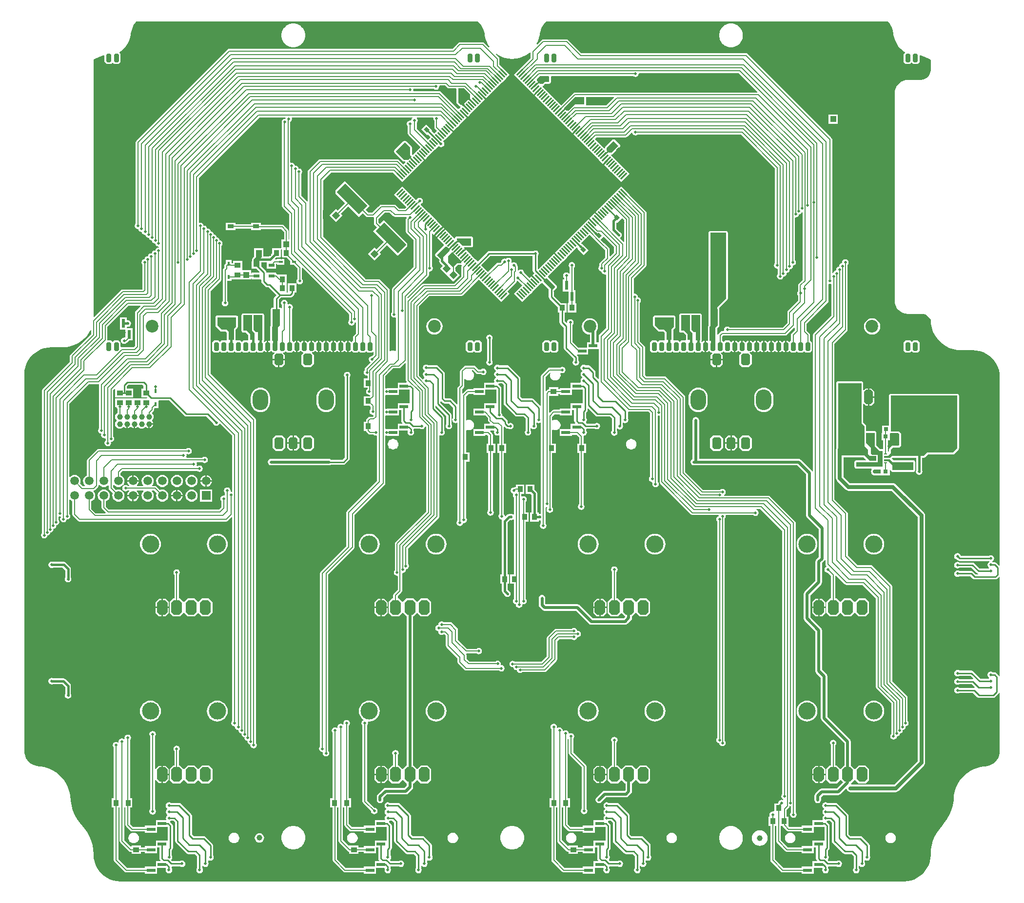
<source format=gbl>
G04 Layer_Physical_Order=2*
G04 Layer_Color=16711680*
%FSLAX44Y44*%
%MOMM*%
G71*
G01*
G75*
%ADD10R,1.0000X0.9000*%
%ADD11R,0.9000X1.0000*%
%ADD12R,1.0000X1.0000*%
%ADD15R,1.3000X1.5000*%
%ADD16C,1.0000*%
%ADD21C,0.2540*%
%ADD22C,0.3810*%
%ADD23C,0.1524*%
%ADD25C,0.5080*%
%ADD26C,0.7000*%
%ADD27C,2.2000*%
G04:AMPARAMS|DCode=28|XSize=0.9mm|YSize=1.5mm|CornerRadius=0mm|HoleSize=0mm|Usage=FLASHONLY|Rotation=180.000|XOffset=0mm|YOffset=0mm|HoleType=Round|Shape=Octagon|*
%AMOCTAGOND28*
4,1,8,0.2250,-0.7500,-0.2250,-0.7500,-0.4500,-0.5250,-0.4500,0.5250,-0.2250,0.7500,0.2250,0.7500,0.4500,0.5250,0.4500,-0.5250,0.2250,-0.7500,0.0*
%
%ADD28OCTAGOND28*%

%ADD29O,2.7000X3.6000*%
G04:AMPARAMS|DCode=30|XSize=1.6mm|YSize=2.1mm|CornerRadius=0mm|HoleSize=0mm|Usage=FLASHONLY|Rotation=0.000|XOffset=0mm|YOffset=0mm|HoleType=Round|Shape=Octagon|*
%AMOCTAGOND30*
4,1,8,-0.4000,1.0500,0.4000,1.0500,0.8000,0.6500,0.8000,-0.6500,0.4000,-1.0500,-0.4000,-1.0500,-0.8000,-0.6500,-0.8000,0.6500,-0.4000,1.0500,0.0*
%
%ADD30OCTAGOND30*%

G04:AMPARAMS|DCode=31|XSize=1.8mm|YSize=2.5mm|CornerRadius=0mm|HoleSize=0mm|Usage=FLASHONLY|Rotation=0.000|XOffset=0mm|YOffset=0mm|HoleType=Round|Shape=Octagon|*
%AMOCTAGOND31*
4,1,8,-0.4500,1.2500,0.4500,1.2500,0.9000,0.8000,0.9000,-0.8000,0.4500,-1.2500,-0.4500,-1.2500,-0.9000,-0.8000,-0.9000,0.8000,-0.4500,1.2500,0.0*
%
%ADD31OCTAGOND31*%

%ADD32C,3.0000*%
G04:AMPARAMS|DCode=33|XSize=2.5mm|YSize=1.5mm|CornerRadius=0mm|HoleSize=0mm|Usage=FLASHONLY|Rotation=270.000|XOffset=0mm|YOffset=0mm|HoleType=Round|Shape=Octagon|*
%AMOCTAGOND33*
4,1,8,-0.3750,-1.2500,0.3750,-1.2500,0.7500,-0.8750,0.7500,0.8750,0.3750,1.2500,-0.3750,1.2500,-0.7500,0.8750,-0.7500,-0.8750,-0.3750,-1.2500,0.0*
%
%ADD33OCTAGOND33*%

%ADD34C,0.5000*%
%ADD35C,1.5000*%
%ADD36R,1.5000X1.5000*%
%ADD37R,1.5000X0.6000*%
%ADD38P,1.4142X4X270.0*%
%ADD39R,1.5000X1.3000*%
%ADD40R,1.0000X1.0000*%
%ADD41R,0.4500X0.7000*%
%ADD42R,0.7000X0.4500*%
%ADD43R,0.6000X1.5000*%
%ADD44R,0.8000X0.7000*%
G04:AMPARAMS|DCode=45|XSize=0.6mm|YSize=0.8mm|CornerRadius=0mm|HoleSize=0mm|Usage=FLASHONLY|Rotation=225.000|XOffset=0mm|YOffset=0mm|HoleType=Round|Shape=Rectangle|*
%AMROTATEDRECTD45*
4,1,4,-0.0707,0.4950,0.4950,-0.0707,0.0707,-0.4950,-0.4950,0.0707,-0.0707,0.4950,0.0*
%
%ADD45ROTATEDRECTD45*%

%ADD46R,0.8000X0.6000*%
G04:AMPARAMS|DCode=47|XSize=0.6mm|YSize=0.8mm|CornerRadius=0mm|HoleSize=0mm|Usage=FLASHONLY|Rotation=315.000|XOffset=0mm|YOffset=0mm|HoleType=Round|Shape=Rectangle|*
%AMROTATEDRECTD47*
4,1,4,-0.4950,-0.0707,0.0707,0.4950,0.4950,0.0707,-0.0707,-0.4950,-0.4950,-0.0707,0.0*
%
%ADD47ROTATEDRECTD47*%

%ADD48R,1.1000X0.7000*%
%ADD49R,0.5000X0.2500*%
%ADD50R,0.9000X1.6000*%
%ADD51R,1.2000X0.6500*%
G04:AMPARAMS|DCode=52|XSize=5.4991mm|YSize=2.1082mm|CornerRadius=0mm|HoleSize=0mm|Usage=FLASHONLY|Rotation=315.000|XOffset=0mm|YOffset=0mm|HoleType=Round|Shape=Rectangle|*
%AMROTATEDRECTD52*
4,1,4,-2.6896,1.1989,-1.1989,2.6896,2.6896,-1.1989,1.1989,-2.6896,-2.6896,1.1989,0.0*
%
%ADD52ROTATEDRECTD52*%

%ADD53R,1.0000X0.6000*%
G04:AMPARAMS|DCode=54|XSize=0.3mm|YSize=1.45mm|CornerRadius=0mm|HoleSize=0mm|Usage=FLASHONLY|Rotation=315.000|XOffset=0mm|YOffset=0mm|HoleType=Round|Shape=Rectangle|*
%AMROTATEDRECTD54*
4,1,4,-0.6187,-0.4066,0.4066,0.6187,0.6187,0.4066,-0.4066,-0.6187,-0.6187,-0.4066,0.0*
%
%ADD54ROTATEDRECTD54*%

G04:AMPARAMS|DCode=55|XSize=0.3mm|YSize=1.45mm|CornerRadius=0mm|HoleSize=0mm|Usage=FLASHONLY|Rotation=45.000|XOffset=0mm|YOffset=0mm|HoleType=Round|Shape=Rectangle|*
%AMROTATEDRECTD55*
4,1,4,0.4066,-0.6187,-0.6187,0.4066,-0.4066,0.6187,0.6187,-0.4066,0.4066,-0.6187,0.0*
%
%ADD55ROTATEDRECTD55*%

%ADD56C,0.6350*%
%ADD57C,0.7620*%
G36*
X6910Y1418176D02*
X597946D01*
X598818Y1417431D01*
X602583Y1413023D01*
X605612Y1408080D01*
X607830Y1402724D01*
X609183Y1397088D01*
X609346Y1395024D01*
X609346D01*
X609346Y1395024D01*
X609599Y1393828D01*
X610585Y1388871D01*
X612612Y1382898D01*
X615402Y1377241D01*
X617685Y1373825D01*
X616698Y1373016D01*
X609017Y1380697D01*
X607757Y1381539D01*
X606270Y1381835D01*
X566742D01*
X565255Y1381539D01*
X563995Y1380697D01*
X553703Y1370405D01*
X165823D01*
X164337Y1370109D01*
X163076Y1369267D01*
X4629Y1210820D01*
X3787Y1209559D01*
X3491Y1208073D01*
Y1067067D01*
X3376Y1066990D01*
X2150Y1065155D01*
X1719Y1062990D01*
X2150Y1060825D01*
X3376Y1058990D01*
X5211Y1057764D01*
X7376Y1057333D01*
X8092Y1057476D01*
X8436Y1055745D01*
X9662Y1053910D01*
X11497Y1052684D01*
X13662Y1052253D01*
X14378Y1052396D01*
X14722Y1050665D01*
X15948Y1048830D01*
X17784Y1047604D01*
X19948Y1047173D01*
X20664Y1047316D01*
X21008Y1045585D01*
X22235Y1043750D01*
X24070Y1042524D01*
X26235Y1042093D01*
X26782Y1042202D01*
X27120Y1040505D01*
X28346Y1038670D01*
X30181Y1037444D01*
X32160Y1037050D01*
X32483Y1035425D01*
X33709Y1033590D01*
X35545Y1032364D01*
X37709Y1031933D01*
X37753Y1031942D01*
X38071Y1030345D01*
X39297Y1028510D01*
X41132Y1027284D01*
X43297Y1026853D01*
X43456Y1026885D01*
X44325Y1026172D01*
X43456Y1025458D01*
X43414Y1025467D01*
X41249Y1025036D01*
X39414Y1023810D01*
X38188Y1021975D01*
X37837Y1020210D01*
X36947Y1020387D01*
X34782Y1019956D01*
X32947Y1018730D01*
X31721Y1016895D01*
X31365Y1015106D01*
X30357Y1015307D01*
X28192Y1014876D01*
X26357Y1013650D01*
X25131Y1011815D01*
X24802Y1010163D01*
X24480Y1010227D01*
X22315Y1009796D01*
X20480Y1008570D01*
X19254Y1006735D01*
X18929Y1005099D01*
X17002Y1004716D01*
X15167Y1003490D01*
X13941Y1001655D01*
X13510Y999490D01*
X13941Y997325D01*
X15165Y995493D01*
Y952839D01*
X14901Y952575D01*
X-19050D01*
X-20537Y952279D01*
X-21797Y951437D01*
X-68458Y904775D01*
X-69431Y905216D01*
X-69614Y905351D01*
X-69666Y906600D01*
Y1349577D01*
X-69633Y1350785D01*
D01*
X-69270Y1351760D01*
X-68474Y1352472D01*
X-68049Y1352674D01*
X-54109Y1358264D01*
X-54092Y1358275D01*
X-51467Y1359166D01*
X-50435Y1358426D01*
Y1347823D01*
X-46661Y1344049D01*
X-39113D01*
X-36487Y1346675D01*
X-33861Y1344049D01*
X-26313D01*
X-22539Y1347823D01*
Y1361371D01*
X-24883Y1363715D01*
X-24697Y1364971D01*
X-23624Y1365545D01*
X-23443Y1365693D01*
X-22437Y1366472D01*
X-21546Y1367068D01*
X-17292Y1370798D01*
X-13562Y1375052D01*
X-10419Y1379756D01*
X-7916Y1384831D01*
X-6097Y1390188D01*
X-5137Y1395017D01*
X-4994Y1395737D01*
X-4994Y1395739D01*
X-4949Y1396276D01*
X-4949Y1396276D01*
X-4941Y1396391D01*
X-4776Y1397518D01*
X-3846Y1402191D01*
X-2089Y1407368D01*
X329Y1412271D01*
X2204Y1415077D01*
X2938Y1416106D01*
X2938Y1416106D01*
X3055Y1416280D01*
X3748Y1416997D01*
X4987Y1417825D01*
X5696Y1417966D01*
X6908Y1418176D01*
Y1418176D01*
X6908Y1418176D01*
X6910Y1418176D01*
D02*
G37*
G36*
X1309339Y1417823D02*
X1310569Y1417000D01*
X1311397Y1416100D01*
X1312110Y1415100D01*
X1314001Y1412271D01*
X1316419Y1407368D01*
X1318176Y1402191D01*
X1319106Y1397518D01*
X1319279Y1396276D01*
X1319324Y1395737D01*
X1319464Y1395035D01*
X1320428Y1390188D01*
X1322246Y1384831D01*
X1324749Y1379756D01*
X1327892Y1375052D01*
X1331622Y1370798D01*
X1335876Y1367068D01*
X1336767Y1366472D01*
X1337773Y1365693D01*
X1337954Y1365545D01*
X1339025Y1364973D01*
X1339211Y1363716D01*
X1336865Y1361371D01*
Y1347823D01*
X1340639Y1344049D01*
X1348187D01*
X1350813Y1346675D01*
X1353439Y1344049D01*
X1360987D01*
X1364761Y1347823D01*
Y1358427D01*
X1365794Y1359167D01*
X1368422Y1358275D01*
X1368439Y1358264D01*
X1381657Y1352964D01*
X1382809Y1352469D01*
D01*
X1383685Y1351687D01*
X1383818Y1351489D01*
X1383955Y1350800D01*
X1383955Y1350800D01*
X1383986D01*
X1383986Y1350800D01*
Y1333354D01*
X1383996Y1333303D01*
X1383678Y1330068D01*
X1382719Y1326909D01*
X1381163Y1323997D01*
X1379068Y1321445D01*
X1376517Y1319351D01*
X1373605Y1317794D01*
X1370446Y1316836D01*
X1367211Y1316517D01*
X1367160Y1316528D01*
X1344664D01*
Y1316579D01*
X1340133Y1316132D01*
X1335776Y1314811D01*
X1331761Y1312664D01*
X1328242Y1309776D01*
X1325353Y1306257D01*
X1323207Y1302241D01*
X1321886Y1297885D01*
X1321439Y1293354D01*
X1321490D01*
X1321490Y1293353D01*
Y933354D01*
X1321490Y933354D01*
X1321439D01*
X1321886Y928823D01*
X1323207Y924466D01*
X1325353Y920451D01*
X1328242Y916931D01*
X1331761Y914043D01*
X1335776Y911897D01*
X1340133Y910575D01*
X1344664Y910129D01*
Y910180D01*
X1344672Y910181D01*
X1368376D01*
X1368426Y910191D01*
X1371662Y909873D01*
X1374821Y908914D01*
X1377733Y907358D01*
X1380285Y905263D01*
X1382380Y902711D01*
X1383936Y899799D01*
X1383971Y899685D01*
X1384390Y893288D01*
X1385749Y886458D01*
X1387988Y879863D01*
X1391068Y873616D01*
X1394937Y867825D01*
X1399529Y862589D01*
X1404765Y857997D01*
X1410556Y854128D01*
X1416803Y851048D01*
X1423398Y848809D01*
X1430228Y847450D01*
X1437159Y846996D01*
X1437159Y847045D01*
X1437160Y847046D01*
X1457160D01*
X1457294Y847073D01*
X1463290Y846680D01*
X1469300Y845484D01*
X1475102Y843514D01*
X1480598Y840804D01*
X1485693Y837400D01*
X1490300Y833360D01*
X1494340Y828753D01*
X1497744Y823658D01*
X1500455Y818162D01*
X1502424Y812360D01*
X1503620Y806350D01*
X1503939Y801472D01*
X1503986Y800221D01*
X1503986Y800220D01*
X1503986Y800220D01*
Y473824D01*
X1503768Y473663D01*
X1502716Y473350D01*
X1498600Y477466D01*
X1497172Y478420D01*
X1495487Y478755D01*
X1491837D01*
X1491338Y479089D01*
Y480616D01*
X1492440Y481353D01*
X1493666Y483188D01*
X1494097Y485353D01*
X1493666Y487517D01*
X1492440Y489352D01*
X1490605Y490579D01*
X1488440Y491009D01*
X1486275Y490579D01*
X1485043Y489755D01*
X1436006D01*
X1435722Y491185D01*
X1434496Y493020D01*
X1432661Y494246D01*
X1430496Y494677D01*
X1428331Y494246D01*
X1426496Y493020D01*
X1425270Y491185D01*
X1424839Y489020D01*
X1425270Y486855D01*
X1426496Y485020D01*
X1428331Y483794D01*
X1429785Y483505D01*
X1431050Y482239D01*
X1432478Y481285D01*
X1434163Y480950D01*
X1485043D01*
X1485542Y480616D01*
Y479089D01*
X1484440Y478353D01*
X1483214Y476517D01*
X1482783Y474353D01*
X1483214Y472188D01*
X1484440Y470353D01*
X1485106Y469908D01*
X1485192Y468490D01*
X1484410Y467755D01*
X1468871D01*
X1459733Y476893D01*
X1458305Y477848D01*
X1456620Y478183D01*
X1433893D01*
X1432661Y479006D01*
X1430496Y479437D01*
X1428331Y479006D01*
X1426496Y477780D01*
X1425270Y475945D01*
X1424839Y473780D01*
X1425270Y471615D01*
X1426496Y469780D01*
X1428331Y468554D01*
X1430496Y468123D01*
X1432661Y468554D01*
X1433893Y469377D01*
X1454796D01*
X1463934Y460239D01*
X1465363Y459285D01*
X1466481Y459063D01*
X1466357Y457793D01*
X1462324D01*
X1457890Y462226D01*
X1456462Y463180D01*
X1454777Y463515D01*
X1433893D01*
X1432661Y464339D01*
X1430496Y464769D01*
X1428331Y464339D01*
X1426496Y463112D01*
X1425270Y461277D01*
X1424839Y459113D01*
X1425270Y456948D01*
X1426496Y455113D01*
X1428331Y453886D01*
X1430496Y453456D01*
X1432661Y453886D01*
X1433893Y454710D01*
X1452954D01*
X1457387Y450277D01*
X1458815Y449323D01*
X1460500Y448987D01*
X1496060D01*
X1497745Y449323D01*
X1499173Y450277D01*
X1502716Y453820D01*
X1503768Y453507D01*
X1503986Y453346D01*
Y281108D01*
X1502716Y280983D01*
X1502668Y281227D01*
X1501713Y282656D01*
X1497903Y286466D01*
X1496475Y287420D01*
X1494790Y287755D01*
X1491806D01*
X1490573Y288579D01*
X1488408Y289009D01*
X1486243Y288579D01*
X1484408Y287353D01*
X1483182Y285517D01*
X1482752Y283353D01*
X1483182Y281188D01*
X1484408Y279353D01*
X1485074Y278908D01*
X1485161Y277490D01*
X1484379Y276755D01*
X1470641D01*
X1457961Y289435D01*
X1456533Y290389D01*
X1454848Y290724D01*
X1433861D01*
X1432629Y291548D01*
X1430464Y291978D01*
X1428300Y291548D01*
X1426464Y290322D01*
X1425238Y288486D01*
X1424807Y286322D01*
X1425238Y284157D01*
X1426464Y282322D01*
X1428300Y281096D01*
X1430464Y280665D01*
X1432629Y281096D01*
X1433861Y281919D01*
X1453025D01*
X1457721Y277223D01*
X1457095Y276053D01*
X1456798Y276112D01*
X1433893D01*
X1432661Y276935D01*
X1430496Y277366D01*
X1428331Y276935D01*
X1426496Y275709D01*
X1425270Y273874D01*
X1424839Y271709D01*
X1425270Y269545D01*
X1426496Y267709D01*
X1428331Y266483D01*
X1430496Y266052D01*
X1432661Y266483D01*
X1433893Y267307D01*
X1454975D01*
X1460317Y261965D01*
X1459691Y260794D01*
X1459301Y260872D01*
X1433893D01*
X1432661Y261695D01*
X1430496Y262126D01*
X1428331Y261695D01*
X1426496Y260469D01*
X1425270Y258634D01*
X1424839Y256469D01*
X1425270Y254305D01*
X1426496Y252469D01*
X1428331Y251243D01*
X1430496Y250812D01*
X1432661Y251243D01*
X1433893Y252067D01*
X1457477D01*
X1465007Y244537D01*
X1466435Y243582D01*
X1468120Y243247D01*
X1492250D01*
X1493935Y243582D01*
X1495363Y244537D01*
X1501713Y250887D01*
X1502668Y252315D01*
X1502716Y252560D01*
X1503986Y252435D01*
Y151210D01*
X1503986Y151210D01*
X1503986Y151210D01*
X1503906Y149973D01*
X1503672Y147009D01*
X1502689Y142913D01*
X1501077Y139022D01*
X1498876Y135430D01*
X1496141Y132227D01*
X1492938Y129492D01*
X1489346Y127291D01*
X1485455Y125679D01*
X1481359Y124695D01*
X1478739Y124489D01*
X1478745Y124397D01*
X1478532Y124355D01*
X1474568Y124095D01*
X1467095Y122608D01*
X1459881Y120160D01*
X1453047Y116790D01*
X1446712Y112557D01*
X1440984Y107533D01*
X1435961Y101805D01*
X1431728Y95470D01*
X1428358Y88637D01*
X1425909Y81422D01*
X1424422Y73949D01*
X1424141Y69657D01*
X1424099Y69447D01*
X1424005Y69452D01*
X1423750Y64922D01*
X1422307Y56425D01*
X1419921Y48143D01*
X1416622Y40180D01*
X1412453Y32637D01*
X1407466Y25608D01*
X1403560Y21237D01*
X1403612Y21188D01*
X1403509Y21035D01*
X1399915Y17013D01*
X1395161Y10313D01*
X1391187Y3122D01*
X1388043Y-4467D01*
X1385769Y-12362D01*
X1384393Y-20461D01*
X1384003Y-27387D01*
X1383933Y-28649D01*
X1383937Y-29919D01*
X1383620Y-34765D01*
X1382424Y-40777D01*
X1380453Y-46582D01*
X1377742Y-52080D01*
X1374337Y-57176D01*
X1370295Y-61785D01*
X1365686Y-65827D01*
X1360590Y-69232D01*
X1355092Y-71943D01*
X1349288Y-73913D01*
X1343275Y-75109D01*
X1337289Y-75502D01*
X1337160Y-75476D01*
X-22840D01*
X-22965Y-75501D01*
X-28941Y-75109D01*
X-34955Y-73913D01*
X-40761Y-71942D01*
X-46261Y-69230D01*
X-51360Y-65823D01*
X-55970Y-61780D01*
X-60013Y-57170D01*
X-63420Y-52071D01*
X-66132Y-46571D01*
X-68103Y-40765D01*
X-69299Y-34751D01*
X-69616Y-29921D01*
X-69613Y-28651D01*
X-69612Y-28625D01*
X-69681Y-27388D01*
X-70072Y-20430D01*
X-71447Y-12339D01*
X-73719Y-4452D01*
X-76860Y3130D01*
X-80830Y10314D01*
X-85579Y17007D01*
X-89180Y21037D01*
X-89282Y21188D01*
X-89230Y21237D01*
X-93135Y25607D01*
X-98123Y32637D01*
X-102292Y40180D01*
X-105591Y48143D01*
X-107977Y56425D01*
X-109420Y64923D01*
X-109675Y69452D01*
X-109769Y69447D01*
X-109811Y69659D01*
X-110091Y73932D01*
X-111578Y81408D01*
X-114028Y88625D01*
X-117399Y95461D01*
X-121634Y101798D01*
X-126659Y107528D01*
X-132389Y112554D01*
X-138727Y116788D01*
X-145562Y120159D01*
X-152780Y122609D01*
X-160255Y124096D01*
X-164201Y124354D01*
X-164414Y124397D01*
X-164408Y124489D01*
X-167023Y124695D01*
X-171122Y125679D01*
X-175016Y127292D01*
X-178610Y129494D01*
X-181815Y132232D01*
X-184553Y135437D01*
X-186755Y139031D01*
X-188368Y142925D01*
X-189352Y147024D01*
X-189677Y151154D01*
X-189666Y151210D01*
Y805350D01*
X-189691Y805475D01*
X-189299Y811451D01*
X-188103Y817465D01*
X-186132Y823271D01*
X-183420Y828771D01*
X-180013Y833870D01*
X-175970Y838480D01*
X-171360Y842523D01*
X-166261Y845930D01*
X-160761Y848642D01*
X-154955Y850613D01*
X-148941Y851809D01*
X-142965Y852201D01*
X-142840Y852176D01*
X-124090D01*
X-122841Y852124D01*
X-122824Y852123D01*
X-121604Y852203D01*
X-115879Y852578D01*
X-109052Y853936D01*
X-102461Y856173D01*
X-96219Y859252D01*
X-90431Y863119D01*
X-85198Y867708D01*
X-80609Y872941D01*
X-76742Y878729D01*
X-74971Y882319D01*
X-73735Y882030D01*
Y875369D01*
X-109427Y839677D01*
X-110269Y838417D01*
X-110565Y836930D01*
Y827109D01*
X-157687Y779987D01*
X-158529Y778727D01*
X-158825Y777240D01*
Y529935D01*
X-159057Y529780D01*
X-160283Y527945D01*
X-160714Y525780D01*
X-160283Y523615D01*
X-159057Y521780D01*
X-157222Y520554D01*
X-155057Y520123D01*
X-152892Y520554D01*
X-151057Y521780D01*
X-149831Y523615D01*
X-149496Y525299D01*
X-147812Y525634D01*
X-145977Y526860D01*
X-144751Y528695D01*
X-144416Y530379D01*
X-142732Y530714D01*
X-140897Y531940D01*
X-139671Y533775D01*
X-139240Y535940D01*
X-139395Y536717D01*
X-137652Y537064D01*
X-135817Y538290D01*
X-134591Y540125D01*
X-134160Y542290D01*
X-134315Y543067D01*
X-132572Y543414D01*
X-130737Y544640D01*
X-129511Y546475D01*
X-129080Y548640D01*
X-129511Y550805D01*
X-130735Y552637D01*
Y557473D01*
X-129465Y558490D01*
X-128270Y558252D01*
X-127075Y558490D01*
X-126812Y558347D01*
X-126374Y557040D01*
X-127146Y555885D01*
X-127577Y553720D01*
X-127146Y551555D01*
X-125920Y549720D01*
X-124085Y548494D01*
X-121920Y548063D01*
X-119755Y548494D01*
X-117920Y549720D01*
X-116694Y551555D01*
X-116347Y553298D01*
X-115570Y553143D01*
X-113405Y553574D01*
X-111570Y554800D01*
X-110344Y556635D01*
X-109913Y558800D01*
X-110344Y560965D01*
X-111570Y562800D01*
X-111685Y562877D01*
Y587037D01*
X-110483Y587445D01*
X-110160Y587024D01*
X-107956Y585333D01*
X-106521Y584739D01*
Y561987D01*
X-106226Y560500D01*
X-105384Y559240D01*
X-96727Y550583D01*
X-95467Y549741D01*
X-93980Y549445D01*
X160900D01*
X162387Y549741D01*
X163647Y550583D01*
X170202Y557138D01*
X171375Y556652D01*
X171375Y203467D01*
X171260Y203390D01*
X170034Y201555D01*
X169603Y199390D01*
X170034Y197225D01*
X171260Y195390D01*
X173095Y194164D01*
X175260Y193733D01*
X176042Y192594D01*
X176384Y190875D01*
X177610Y189040D01*
X179445Y187814D01*
X181610Y187383D01*
X182392Y186244D01*
X182734Y184525D01*
X183960Y182690D01*
X185795Y181464D01*
X187538Y181117D01*
X187383Y180340D01*
X187814Y178175D01*
X189040Y176340D01*
X190875Y175114D01*
X192618Y174767D01*
X192463Y173990D01*
X192894Y171825D01*
X194120Y169990D01*
X195955Y168764D01*
X197698Y168417D01*
X197543Y167640D01*
X197974Y165475D01*
X199200Y163640D01*
X201035Y162414D01*
X202778Y162067D01*
X202623Y161290D01*
X203054Y159125D01*
X204280Y157290D01*
X206115Y156064D01*
X208280Y155633D01*
X210445Y156064D01*
X212280Y157290D01*
X213506Y159125D01*
X213937Y161290D01*
X213506Y163455D01*
X212280Y165290D01*
X212165Y165367D01*
X212165Y726440D01*
X211869Y727927D01*
X211027Y729187D01*
X133425Y806789D01*
Y949914D01*
X151337Y967826D01*
X152179Y969086D01*
X152475Y970573D01*
Y1028433D01*
X152590Y1028510D01*
X153816Y1030345D01*
X154247Y1032510D01*
X153816Y1034675D01*
X152590Y1036510D01*
X150755Y1037736D01*
X149071Y1038071D01*
X148736Y1039755D01*
X147510Y1041590D01*
X145675Y1042816D01*
X143991Y1043151D01*
X143656Y1044835D01*
X142430Y1046670D01*
X140595Y1047896D01*
X138911Y1048231D01*
X138576Y1049915D01*
X137350Y1051750D01*
X135515Y1052976D01*
X133831Y1053311D01*
X133496Y1054995D01*
X132270Y1056830D01*
X130435Y1058056D01*
X128270Y1058487D01*
X127493Y1058332D01*
X127146Y1060075D01*
X125920Y1061910D01*
X124085Y1063136D01*
X121920Y1063567D01*
X121143Y1063412D01*
X120796Y1065155D01*
X119570Y1066990D01*
X117735Y1068216D01*
X115570Y1068647D01*
X114375Y1068409D01*
X113105Y1069426D01*
Y1146088D01*
X218544Y1251527D01*
X263239D01*
X263951Y1250257D01*
X263657Y1248779D01*
X262613Y1248987D01*
X260448Y1248556D01*
X258613Y1247330D01*
X257386Y1245495D01*
X256956Y1243330D01*
X257386Y1241165D01*
X257735Y1240643D01*
Y1097280D01*
X258031Y1095793D01*
X258873Y1094533D01*
X270435Y1082971D01*
Y1039288D01*
X268925D01*
Y1054127D01*
X268629Y1055613D01*
X267787Y1056874D01*
X260603Y1064057D01*
X259343Y1064900D01*
X257856Y1065195D01*
X221324D01*
Y1068548D01*
X204228D01*
Y1065885D01*
X176824D01*
Y1068548D01*
X159727D01*
Y1055452D01*
X176824D01*
Y1058115D01*
X204228D01*
Y1055452D01*
X221324D01*
Y1057426D01*
X256247D01*
X261155Y1052518D01*
Y1039288D01*
X256492D01*
Y1024874D01*
X255588Y1023990D01*
X255552Y1023990D01*
X240492D01*
Y1015442D01*
X234612Y1009562D01*
X225473D01*
Y1021022D01*
X225333Y1021724D01*
Y1023990D01*
X223067D01*
X222365Y1024129D01*
X212205D01*
X211502Y1023990D01*
X209237D01*
Y1021724D01*
X209097Y1021022D01*
Y1009609D01*
X206197Y1006709D01*
X205524Y1005701D01*
X205287Y1004512D01*
Y1001009D01*
X205127D01*
Y988913D01*
X207344D01*
X208395Y988704D01*
X213206D01*
X218727Y983182D01*
X218241Y982009D01*
X205127D01*
Y979846D01*
X203743D01*
Y985890D01*
X189386D01*
X188503Y986794D01*
X188503Y986805D01*
Y1001890D01*
X172407D01*
Y998226D01*
X170513D01*
Y1003890D01*
X159917D01*
Y997538D01*
X158543Y996164D01*
X157701Y994904D01*
X157405Y993417D01*
Y990246D01*
X156003Y988844D01*
X155161Y987583D01*
X154865Y986097D01*
Y933173D01*
X154750Y933095D01*
X153524Y931260D01*
X153093Y929096D01*
X153524Y926931D01*
X154750Y925096D01*
X156585Y923869D01*
X158750Y923439D01*
X160915Y923869D01*
X162750Y925096D01*
X163976Y926931D01*
X164407Y929096D01*
X163976Y931260D01*
X162750Y933095D01*
X162635Y933173D01*
Y967794D01*
X170513D01*
Y970457D01*
X172407D01*
Y969794D01*
X187647D01*
Y969794D01*
X203743D01*
Y972076D01*
X205127D01*
Y969913D01*
X221223D01*
X221657Y968823D01*
Y966412D01*
X221992Y964727D01*
X222947Y963299D01*
X228466Y957780D01*
X229894Y956826D01*
X231579Y956491D01*
X231579Y956491D01*
X234200D01*
X247774Y942917D01*
X244537Y939680D01*
X243582Y938252D01*
X243247Y936567D01*
Y921318D01*
X241300D01*
X240111Y921081D01*
X239102Y920407D01*
X238429Y919399D01*
X238192Y918210D01*
Y890287D01*
X237833Y889928D01*
X237159Y888919D01*
X236922Y887730D01*
Y864621D01*
X236233Y863637D01*
X233983D01*
Y853597D01*
Y843557D01*
X236233D01*
X238682Y846006D01*
X241639Y843049D01*
X244396D01*
X244882Y841875D01*
X241623Y838617D01*
Y832117D01*
X262703D01*
Y838617D01*
X259445Y841875D01*
X259931Y843049D01*
X261887D01*
X264463Y845625D01*
X267039Y843049D01*
X274587D01*
X277544Y846006D01*
X279993Y843557D01*
X282243D01*
Y853597D01*
Y863637D01*
X279993D01*
X277544Y861188D01*
X274698Y864034D01*
Y917640D01*
X274813Y917717D01*
X276039Y919552D01*
X276470Y921717D01*
X276039Y923881D01*
X274813Y925717D01*
X272978Y926943D01*
X270813Y927373D01*
X268649Y926943D01*
X267956Y926480D01*
X266923Y927317D01*
X267277Y929096D01*
X266846Y931260D01*
X265620Y933095D01*
X263785Y934322D01*
X261620Y934752D01*
X259455Y934322D01*
X257620Y933095D01*
X256394Y931260D01*
X255963Y929096D01*
X256394Y926931D01*
X257620Y925096D01*
X257735Y925019D01*
Y920392D01*
X256465Y920007D01*
X256197Y920407D01*
X255189Y921081D01*
X254000Y921318D01*
X252053D01*
Y934743D01*
X255824Y938514D01*
X272083D01*
X273768Y938849D01*
X275196Y939804D01*
X278428Y943035D01*
X279382Y944464D01*
X279717Y946148D01*
Y946934D01*
X282863D01*
Y962049D01*
X284060Y963130D01*
X284290Y963105D01*
X286125Y961879D01*
X288290Y961448D01*
X290455Y961879D01*
X292290Y963105D01*
X293516Y964940D01*
X293947Y967105D01*
X293516Y969270D01*
X292290Y971105D01*
X292175Y971182D01*
Y989889D01*
X293445Y990415D01*
X374575Y909284D01*
Y899427D01*
X374460Y899350D01*
X373234Y897515D01*
X372803Y895350D01*
X373234Y893185D01*
X374460Y891350D01*
X376295Y890124D01*
X378460Y889693D01*
X380625Y890124D01*
X382460Y891350D01*
X383686Y893185D01*
X384082Y895177D01*
X384681Y895567D01*
X384895Y895650D01*
X386005Y894846D01*
Y876469D01*
X382366Y872830D01*
X381524Y871570D01*
X381229Y870083D01*
Y864034D01*
X378382Y861188D01*
X375933Y863637D01*
X373683D01*
Y853597D01*
Y843557D01*
X375933D01*
X378382Y846006D01*
X381339Y843049D01*
X388887D01*
X391463Y845625D01*
X394039Y843049D01*
X401587D01*
X404163Y845625D01*
X406739Y843049D01*
X414287D01*
X415312Y844073D01*
X416485Y843587D01*
Y839306D01*
X414156Y836976D01*
X414020Y837003D01*
X411855Y836573D01*
X410020Y835347D01*
X408794Y833511D01*
X408363Y831347D01*
X408794Y829182D01*
X410020Y827347D01*
X410922Y826744D01*
X411046Y825480D01*
X402383Y816817D01*
X401541Y815557D01*
X401245Y814070D01*
Y812750D01*
X401130Y812673D01*
X399904Y810838D01*
X399473Y808674D01*
X399904Y806509D01*
X401130Y804674D01*
X402965Y803447D01*
X405130Y803017D01*
X406031Y802277D01*
Y797988D01*
X399732D01*
Y781892D01*
X406031D01*
Y779927D01*
X405163Y779346D01*
X403937Y777511D01*
X403507Y775347D01*
X403937Y773182D01*
X405163Y771347D01*
X406998Y770121D01*
X409163Y769690D01*
X409606Y769778D01*
X410742Y768877D01*
X410788Y767802D01*
X409834Y766848D01*
X399732D01*
Y750752D01*
X409614D01*
X411405Y748961D01*
Y744487D01*
X411290Y744410D01*
X410064Y742575D01*
X409633Y740410D01*
X410064Y738245D01*
X411290Y736410D01*
X413125Y735184D01*
X415290Y734753D01*
X416170Y733830D01*
X416205Y732849D01*
X414951Y731595D01*
X410210D01*
X408723Y731299D01*
X407463Y730457D01*
X404533Y727527D01*
X403691Y726267D01*
X403395Y724780D01*
Y722843D01*
X399732D01*
Y706747D01*
X403542D01*
X403691Y705999D01*
X404533Y704739D01*
X407673Y701600D01*
X408933Y700758D01*
X410419Y700462D01*
X416293D01*
X416370Y700347D01*
X418205Y699121D01*
X420370Y698690D01*
X421565Y698928D01*
X422835Y697910D01*
Y620099D01*
X370633Y567897D01*
X369791Y566637D01*
X369495Y565150D01*
Y507069D01*
X324913Y462487D01*
X324071Y461227D01*
X323775Y459740D01*
X323775Y159017D01*
X323660Y158940D01*
X322434Y157105D01*
X322003Y154940D01*
X322434Y152775D01*
X323660Y150940D01*
X325495Y149714D01*
X327554Y149304D01*
X327660Y149283D01*
X328523Y148160D01*
X328357Y147323D01*
X328787Y145159D01*
X330013Y143323D01*
X331849Y142097D01*
X334013Y141667D01*
X336178Y142097D01*
X338013Y143323D01*
X339239Y145159D01*
X339670Y147323D01*
X339239Y149488D01*
X338013Y151323D01*
X337895Y151402D01*
X337895Y458131D01*
X382477Y502713D01*
X383319Y503973D01*
X383615Y505460D01*
Y560911D01*
X435817Y613113D01*
X436659Y614373D01*
X436955Y615860D01*
Y697901D01*
X438225Y698925D01*
X439407Y698690D01*
X439692Y698456D01*
Y698192D01*
X460788D01*
Y707692D01*
X475546D01*
X476073Y706706D01*
X476086Y706422D01*
X475673Y704347D01*
X476104Y702182D01*
X477330Y700347D01*
X479165Y699120D01*
X481330Y698690D01*
X483495Y699120D01*
X485330Y700347D01*
X486556Y702182D01*
X486987Y704347D01*
X486556Y706511D01*
X485733Y707744D01*
Y709836D01*
X485708Y709962D01*
X486513Y710944D01*
X496983D01*
X498215Y710120D01*
X500380Y709690D01*
X502545Y710120D01*
X504380Y711347D01*
X505606Y713182D01*
X505835Y714332D01*
X507038Y714729D01*
X507925Y713998D01*
Y566759D01*
X454693Y513527D01*
X453851Y512267D01*
X453555Y510780D01*
Y465087D01*
X453440Y465010D01*
X452214Y463175D01*
X451783Y461010D01*
X452214Y458845D01*
X453440Y457010D01*
X455275Y455784D01*
X457440Y455353D01*
X457574Y455380D01*
X458555Y454574D01*
Y431026D01*
X451916Y424387D01*
X451074Y423126D01*
X450779Y421640D01*
Y415895D01*
X448639D01*
X442615Y409871D01*
Y390823D01*
X448639Y384799D01*
X460687D01*
X466452Y390564D01*
X467163Y390722D01*
X467874Y390564D01*
X473639Y384799D01*
X473966D01*
Y125895D01*
X473639D01*
X467874Y120129D01*
X467163Y119971D01*
X466452Y120129D01*
X460687Y125895D01*
X458548D01*
Y143246D01*
X458663Y143323D01*
X459889Y145159D01*
X460320Y147323D01*
X459889Y149488D01*
X458663Y151323D01*
X456828Y152549D01*
X454663Y152980D01*
X452499Y152549D01*
X450663Y151323D01*
X449437Y149488D01*
X449007Y147323D01*
X449437Y145159D01*
X450663Y143323D01*
X450779Y143246D01*
Y125895D01*
X448639D01*
X442615Y119871D01*
Y100823D01*
X448639Y94799D01*
X460687D01*
X466452Y100564D01*
X467163Y100722D01*
X467874Y100564D01*
X473639Y94799D01*
X473966D01*
Y90863D01*
X470089Y86987D01*
X437386D01*
X435205Y86553D01*
X433357Y85318D01*
X423765Y75725D01*
X422529Y73877D01*
X422096Y71697D01*
Y66040D01*
X422529Y63860D01*
X423765Y62011D01*
X425613Y60776D01*
X427793Y60342D01*
X429974Y60776D01*
X431822Y62011D01*
X433057Y63860D01*
X433491Y66040D01*
Y69337D01*
X439746Y75592D01*
X472449D01*
X474629Y76025D01*
X476478Y77260D01*
X483692Y84475D01*
X484927Y86323D01*
X485361Y88503D01*
Y94799D01*
X485687D01*
X491452Y100564D01*
X492163Y100722D01*
X492874Y100564D01*
X498639Y94799D01*
X510687D01*
X516711Y100823D01*
Y119871D01*
X510687Y125895D01*
X498639D01*
X492874Y120129D01*
X492163Y119971D01*
X491452Y120129D01*
X485687Y125895D01*
X485361D01*
Y384799D01*
X485687D01*
X491452Y390564D01*
X492163Y390722D01*
X492874Y390564D01*
X498639Y384799D01*
X510687D01*
X516711Y390823D01*
Y409871D01*
X510687Y415895D01*
X498639D01*
X492874Y410129D01*
X492163Y409971D01*
X491452Y410129D01*
X485687Y415895D01*
X473639D01*
X467874Y410129D01*
X467163Y409971D01*
X466452Y410129D01*
X460687Y415895D01*
X458548D01*
Y420031D01*
X465187Y426670D01*
X466029Y427930D01*
X466325Y429417D01*
Y459638D01*
X467306Y460444D01*
X467360Y460433D01*
X469525Y460864D01*
X471360Y462090D01*
X472586Y463925D01*
X473017Y466090D01*
X472862Y466867D01*
X474605Y467214D01*
X476440Y468440D01*
X477666Y470275D01*
X478097Y472440D01*
X477666Y474605D01*
X476440Y476440D01*
X476325Y476517D01*
Y502958D01*
X529557Y556190D01*
X530399Y557450D01*
X530695Y558937D01*
Y698983D01*
X531815Y699582D01*
X532505Y699120D01*
X534670Y698690D01*
X536835Y699120D01*
X538670Y700347D01*
X539896Y702182D01*
X540327Y704347D01*
X539896Y706511D01*
X539073Y707744D01*
Y730250D01*
X538737Y731935D01*
X537783Y733363D01*
X523833Y747314D01*
Y750428D01*
X525103Y750813D01*
X525207Y750657D01*
X542967Y732896D01*
Y718744D01*
X542144Y717511D01*
X541713Y715347D01*
X542144Y713182D01*
X543370Y711347D01*
X545205Y710120D01*
X547370Y709690D01*
X549535Y710120D01*
X551370Y711347D01*
X552596Y713182D01*
X553027Y715347D01*
X552596Y717511D01*
X551773Y718744D01*
Y734720D01*
X551437Y736405D01*
X550483Y737833D01*
X532723Y755594D01*
Y757805D01*
X533993Y758331D01*
X536637Y755687D01*
X538065Y754733D01*
X539750Y754397D01*
X547476D01*
X554397Y747476D01*
Y729744D01*
X553574Y728511D01*
X553143Y726347D01*
X553574Y724182D01*
X554800Y722347D01*
X556635Y721121D01*
X558800Y720690D01*
X560965Y721121D01*
X561415Y721422D01*
X562535Y720823D01*
Y551447D01*
X562420Y551370D01*
X561194Y549535D01*
X560763Y547370D01*
X561194Y545205D01*
X562420Y543370D01*
X564255Y542144D01*
X566420Y541713D01*
X568585Y542144D01*
X570420Y543370D01*
X571646Y545205D01*
X572010Y547033D01*
X573217Y546793D01*
X575381Y547224D01*
X577216Y548450D01*
X578443Y550285D01*
X578873Y552450D01*
X578443Y554615D01*
X577216Y556450D01*
X577101Y556527D01*
Y653622D01*
X583461D01*
Y669718D01*
X577101D01*
Y707970D01*
X578371Y708819D01*
X579781Y708235D01*
X580970Y707999D01*
X583357D01*
X584546Y708235D01*
X584546Y708235D01*
X586751Y709148D01*
X587760Y709822D01*
X587760Y709822D01*
X588561Y710624D01*
X589692Y709959D01*
Y698192D01*
X610788D01*
Y700355D01*
X613998D01*
X615875Y698478D01*
Y684958D01*
X612692D01*
Y668862D01*
X615875D01*
Y569305D01*
X615643Y569150D01*
X614417Y567315D01*
X613986Y565150D01*
X614417Y562985D01*
X615643Y561150D01*
X617478Y559924D01*
X619643Y559493D01*
X621808Y559924D01*
X623643Y561150D01*
X624869Y562985D01*
X625300Y565150D01*
X624869Y567315D01*
X623645Y569147D01*
Y668862D01*
X627788D01*
Y684958D01*
X623645D01*
Y700087D01*
X623349Y701574D01*
X622507Y702834D01*
X618919Y706422D01*
X619445Y707692D01*
X625546D01*
X626073Y706707D01*
X626086Y706422D01*
X625673Y704347D01*
X626104Y702182D01*
X627330Y700347D01*
X629165Y699121D01*
X631330Y698690D01*
X633495Y699121D01*
X634020Y699472D01*
X635140Y698873D01*
Y684958D01*
X631652D01*
Y668862D01*
X635140D01*
Y562955D01*
X634908Y562800D01*
X633682Y560965D01*
X633251Y558800D01*
X633682Y556635D01*
X634908Y554800D01*
X636743Y553574D01*
X638720Y553181D01*
X639071Y552809D01*
X639197Y552631D01*
X639564Y551979D01*
X639230Y550300D01*
Y457628D01*
X636732D01*
Y441532D01*
X639230D01*
Y428870D01*
X639614Y426937D01*
X640709Y425299D01*
X643682Y422326D01*
X643744Y422015D01*
X644970Y420180D01*
X646805Y418954D01*
X648970Y418523D01*
X651135Y418954D01*
X652970Y420180D01*
X654196Y422015D01*
X654627Y424180D01*
X654196Y426345D01*
X652970Y428180D01*
X651135Y429406D01*
X650824Y429468D01*
X649330Y430962D01*
Y441532D01*
X651828D01*
Y457628D01*
X649330D01*
Y548208D01*
X653381Y552259D01*
X655320Y551873D01*
X657485Y552304D01*
X659055Y553353D01*
X660325Y552923D01*
Y457628D01*
X653732D01*
Y441532D01*
X660325D01*
Y415557D01*
X660210Y415480D01*
X658984Y413645D01*
X658553Y411480D01*
X658984Y409315D01*
X660210Y407480D01*
X662045Y406254D01*
X663788Y405907D01*
X663633Y405130D01*
X664064Y402965D01*
X665290Y401130D01*
X667125Y399904D01*
X669290Y399473D01*
X671455Y399904D01*
X673290Y401130D01*
X674516Y402965D01*
X674925Y405022D01*
X674947Y405130D01*
X676070Y405990D01*
X676910Y405823D01*
X679075Y406254D01*
X680910Y407480D01*
X682136Y409315D01*
X682567Y411480D01*
X682136Y413645D01*
X680910Y415480D01*
X680795Y415557D01*
Y549482D01*
X686118D01*
Y565578D01*
X680795D01*
Y583933D01*
X680910Y584010D01*
X682136Y585845D01*
X682567Y588010D01*
X682136Y590175D01*
X680910Y592010D01*
X679075Y593236D01*
X676910Y593667D01*
X674745Y593236D01*
X674295Y592935D01*
X673175Y593534D01*
Y597742D01*
X678498D01*
Y613838D01*
X663402D01*
Y609675D01*
X662940D01*
X661453Y609379D01*
X660667Y608853D01*
X660400Y608907D01*
X658235Y608476D01*
X656400Y607250D01*
X655174Y605415D01*
X654743Y603250D01*
X655174Y601085D01*
X656400Y599250D01*
X658235Y598024D01*
X658756Y596648D01*
X658553Y595630D01*
X658984Y593465D01*
X660210Y591630D01*
X660325Y591553D01*
Y562137D01*
X659055Y561707D01*
X657485Y562756D01*
X655320Y563187D01*
X653155Y562756D01*
X652892Y562580D01*
X651510D01*
X649577Y562196D01*
X647939Y561101D01*
X645791Y558953D01*
X644445Y559403D01*
X644134Y560965D01*
X642909Y562797D01*
Y668862D01*
X646748D01*
Y684958D01*
X642909D01*
Y713403D01*
X644180Y713929D01*
X645875Y712234D01*
X647303Y711279D01*
X648988Y710944D01*
X650793D01*
X652025Y710121D01*
X654190Y709690D01*
X656355Y710121D01*
X658190Y711347D01*
X659416Y713182D01*
X659847Y715347D01*
X659416Y717511D01*
X658190Y719346D01*
X656355Y720573D01*
X654190Y721003D01*
X652025Y720573D01*
X650804Y719757D01*
X649563Y720999D01*
Y723187D01*
X649228Y724872D01*
X648273Y726300D01*
X642480Y732093D01*
X641051Y733047D01*
X640135Y733230D01*
X640359Y734357D01*
X639929Y736522D01*
X638703Y738357D01*
X638273Y738644D01*
Y781143D01*
X637937Y782828D01*
X636983Y784257D01*
X633470Y787769D01*
X633625Y789095D01*
X633755Y789121D01*
X634987Y789944D01*
X639070D01*
X642167Y786846D01*
Y754853D01*
X642503Y753168D01*
X643457Y751740D01*
X661710Y733487D01*
X663138Y732533D01*
X664823Y732197D01*
X676496D01*
X680267Y728426D01*
Y707744D01*
X679444Y706511D01*
X679013Y704347D01*
X679444Y702182D01*
X680670Y700347D01*
X682505Y699120D01*
X684670Y698690D01*
X686835Y699120D01*
X688670Y700347D01*
X689896Y702182D01*
X690327Y704347D01*
X689896Y706511D01*
X689072Y707744D01*
Y711482D01*
X690342Y711867D01*
X690690Y711347D01*
X692525Y710121D01*
X694690Y709690D01*
X696855Y710121D01*
X698690Y711347D01*
X699916Y713182D01*
X700347Y715347D01*
X699916Y717511D01*
X699232Y718534D01*
Y720818D01*
X700502Y721497D01*
X701275Y720981D01*
X703440Y720550D01*
X705605Y720981D01*
X706195Y721375D01*
X707315Y720777D01*
Y563966D01*
X706045Y562949D01*
X704850Y563187D01*
X704100Y563037D01*
X703118Y563843D01*
Y565578D01*
X700620D01*
Y598170D01*
X700236Y600103D01*
X699141Y601741D01*
X695498Y605384D01*
Y613838D01*
X680402D01*
Y597742D01*
X688856D01*
X690520Y596078D01*
Y565578D01*
X688022D01*
Y549482D01*
X703118D01*
Y551217D01*
X704100Y552023D01*
X704850Y551873D01*
X706045Y552111D01*
X707315Y551094D01*
Y546367D01*
X707200Y546290D01*
X705974Y544455D01*
X705543Y542290D01*
X705974Y540125D01*
X707200Y538290D01*
X709035Y537064D01*
X711200Y536633D01*
X713365Y537064D01*
X715200Y538290D01*
X716426Y540125D01*
X716857Y542290D01*
X716426Y544455D01*
X715200Y546290D01*
X715085Y546367D01*
Y573954D01*
X716346Y574964D01*
X717556Y574721D01*
X718186Y573565D01*
X717404Y572395D01*
X716973Y570230D01*
X717404Y568065D01*
X718630Y566230D01*
X720465Y565004D01*
X722630Y564573D01*
X724795Y565004D01*
X726630Y566230D01*
X727856Y568065D01*
X728287Y570230D01*
X727856Y572395D01*
X726630Y574230D01*
X726515Y574307D01*
Y668862D01*
X733507D01*
Y684958D01*
X726515D01*
Y708330D01*
X727111Y708790D01*
X727785Y709062D01*
X729781Y708235D01*
X730970Y707999D01*
X733357D01*
X734546Y708235D01*
X734546Y708235D01*
X736751Y709148D01*
X737759Y709822D01*
X737760Y709822D01*
X738561Y710624D01*
X739692Y709959D01*
Y698192D01*
X760788D01*
Y700355D01*
X768807D01*
X773541Y695621D01*
Y684958D01*
X770192D01*
Y668862D01*
X773541D01*
Y579465D01*
X773309Y579310D01*
X772083Y577475D01*
X771653Y575310D01*
X772083Y573145D01*
X773309Y571310D01*
X775145Y570084D01*
X777309Y569653D01*
X779474Y570084D01*
X781309Y571310D01*
X782535Y573145D01*
X782966Y575310D01*
X782535Y577475D01*
X781311Y579307D01*
Y668862D01*
X785288D01*
Y684958D01*
X781311D01*
Y697230D01*
X781261Y697480D01*
X781263Y697519D01*
X782278Y698878D01*
X783495Y699121D01*
X785330Y700347D01*
X786556Y702182D01*
X786987Y704347D01*
X786556Y706511D01*
X785733Y707744D01*
Y709836D01*
X785707Y709962D01*
X786513Y710944D01*
X800793D01*
X802025Y710121D01*
X804190Y709690D01*
X806355Y710121D01*
X808190Y711347D01*
X809416Y713182D01*
X809847Y715347D01*
X809416Y717511D01*
X808190Y719346D01*
X806355Y720573D01*
X804190Y721003D01*
X802025Y720573D01*
X800793Y719749D01*
X786760D01*
X785310Y721199D01*
X785423Y722347D01*
X786649Y724182D01*
X787080Y726347D01*
X786649Y728511D01*
X785826Y729744D01*
Y738586D01*
X786983Y739743D01*
X787937Y741172D01*
X788272Y742857D01*
Y745622D01*
X789446Y746108D01*
X802067Y733487D01*
X803495Y732533D01*
X805180Y732197D01*
X826496D01*
X830267Y728426D01*
Y707813D01*
X829304Y706371D01*
X828873Y704207D01*
X829304Y702042D01*
X830530Y700207D01*
X832365Y698981D01*
X834530Y698550D01*
X836695Y698981D01*
X838530Y700207D01*
X839756Y702042D01*
X840187Y704207D01*
X839756Y706371D01*
X839072Y707394D01*
Y710593D01*
X840342Y711027D01*
X841909Y709981D01*
X844073Y709550D01*
X846238Y709981D01*
X848073Y711207D01*
X849299Y713042D01*
X849730Y715207D01*
X849299Y717371D01*
X849232Y717472D01*
Y720724D01*
X850502Y721403D01*
X851135Y720981D01*
X853300Y720550D01*
X855465Y720981D01*
X857300Y722207D01*
X858526Y724042D01*
X858957Y726207D01*
X858526Y728371D01*
X858122Y728975D01*
Y739372D01*
X859393Y740414D01*
X859790Y740335D01*
X893741D01*
X896545Y737531D01*
Y627718D01*
X896429Y627640D01*
X895202Y625805D01*
X894772Y623640D01*
X895202Y621475D01*
X896429Y619640D01*
X898264Y618414D01*
X900272Y618014D01*
X901063Y616913D01*
X901017Y616845D01*
X900587Y614680D01*
X901017Y612515D01*
X902243Y610680D01*
X904079Y609454D01*
X906243Y609023D01*
X908408Y609454D01*
X910243Y610680D01*
X911469Y612515D01*
X911900Y614680D01*
X911469Y616845D01*
X910243Y618680D01*
X910128Y618757D01*
Y732827D01*
X911110Y733633D01*
X911860Y733483D01*
X912170Y733545D01*
X913152Y732739D01*
Y618393D01*
X913448Y616907D01*
X914290Y615647D01*
X967839Y562097D01*
X969099Y561255D01*
X970586Y560960D01*
X1015319D01*
X1016227Y559733D01*
X1016026Y559129D01*
X1015105Y558946D01*
X1013270Y557720D01*
X1012044Y555885D01*
X1011613Y553720D01*
X1012044Y551555D01*
X1013270Y549720D01*
X1013385Y549643D01*
Y174257D01*
X1013270Y174180D01*
X1012044Y172345D01*
X1011613Y170180D01*
X1012044Y168015D01*
X1013270Y166180D01*
X1015105Y164954D01*
X1016789Y164619D01*
X1017124Y162935D01*
X1018350Y161100D01*
X1020185Y159874D01*
X1022350Y159443D01*
X1024515Y159874D01*
X1026350Y161100D01*
X1027576Y162935D01*
X1028007Y165100D01*
X1027576Y167265D01*
X1026350Y169100D01*
X1026235Y169177D01*
Y554723D01*
X1026350Y554800D01*
X1027576Y556635D01*
X1028007Y558800D01*
X1027772Y559978D01*
X1028578Y560960D01*
X1075423D01*
X1075500Y560844D01*
X1077335Y559618D01*
X1079500Y559188D01*
X1081665Y559618D01*
X1083500Y560844D01*
X1084726Y562679D01*
X1085157Y564844D01*
X1084726Y567009D01*
X1083500Y568844D01*
X1081665Y570070D01*
X1080601Y570282D01*
X1080726Y571552D01*
X1087924D01*
X1126388Y533089D01*
X1126388Y76467D01*
X1126272Y76390D01*
X1125046Y74555D01*
X1124616Y72390D01*
X1125046Y70225D01*
X1126272Y68390D01*
X1127948Y67270D01*
X1127385Y66186D01*
X1125220Y66617D01*
X1123055Y66186D01*
X1121220Y64960D01*
X1119994Y63125D01*
X1119563Y60960D01*
X1118651Y60118D01*
X1112202D01*
Y46932D01*
X1110932Y46016D01*
X1109520Y46297D01*
X1107355Y45866D01*
X1105520Y44640D01*
X1104294Y42805D01*
X1103863Y40640D01*
X1104283Y38528D01*
X1104304Y38303D01*
X1103639Y37258D01*
X1102042D01*
Y21162D01*
X1105635D01*
Y-38303D01*
X1105931Y-39790D01*
X1106773Y-41050D01*
X1124230Y-58507D01*
X1125490Y-59349D01*
X1126977Y-59645D01*
X1159692D01*
Y-61808D01*
X1180788D01*
Y-52308D01*
X1195546D01*
X1196072Y-53293D01*
X1196086Y-53578D01*
X1195673Y-55653D01*
X1196104Y-57818D01*
X1197330Y-59653D01*
X1199165Y-60879D01*
X1201330Y-61310D01*
X1203495Y-60879D01*
X1205330Y-59653D01*
X1206556Y-57818D01*
X1206987Y-55653D01*
X1206556Y-53489D01*
X1205733Y-52256D01*
Y-50164D01*
X1205707Y-50038D01*
X1206513Y-49056D01*
X1220793D01*
X1222025Y-49879D01*
X1224190Y-50310D01*
X1226355Y-49879D01*
X1228190Y-48653D01*
X1229416Y-46818D01*
X1229847Y-44653D01*
X1229416Y-42489D01*
X1228190Y-40654D01*
X1226355Y-39427D01*
X1224190Y-38997D01*
X1222025Y-39427D01*
X1220793Y-40251D01*
X1206760D01*
X1205310Y-38801D01*
X1205423Y-37653D01*
X1206649Y-35818D01*
X1207080Y-33653D01*
X1206649Y-31489D01*
X1205826Y-30256D01*
Y-21414D01*
X1206983Y-20257D01*
X1207937Y-18828D01*
X1208272Y-17143D01*
Y21143D01*
X1207937Y22828D01*
X1206983Y24256D01*
X1203470Y27769D01*
X1203625Y29095D01*
X1203755Y29121D01*
X1204987Y29944D01*
X1209070D01*
X1212167Y26846D01*
Y-5147D01*
X1212503Y-6831D01*
X1213457Y-8260D01*
X1231710Y-26513D01*
X1233138Y-27467D01*
X1234823Y-27803D01*
X1246496D01*
X1250267Y-31574D01*
Y-52256D01*
X1249444Y-53489D01*
X1249013Y-55653D01*
X1249444Y-57818D01*
X1250670Y-59653D01*
X1252505Y-60880D01*
X1254670Y-61310D01*
X1256835Y-60880D01*
X1258670Y-59653D01*
X1259896Y-57818D01*
X1260327Y-55653D01*
X1259896Y-53489D01*
X1259072Y-52256D01*
Y-48558D01*
X1260342Y-48173D01*
X1260664Y-48653D01*
X1262499Y-49879D01*
X1264663Y-50310D01*
X1266828Y-49879D01*
X1268663Y-48653D01*
X1269890Y-46818D01*
X1270320Y-44653D01*
X1269890Y-42489D01*
X1269232Y-41505D01*
Y-39102D01*
X1270502Y-38423D01*
X1271185Y-38879D01*
X1273350Y-39310D01*
X1275515Y-38879D01*
X1277350Y-37653D01*
X1278576Y-35818D01*
X1279007Y-33653D01*
X1278576Y-31489D01*
X1278122Y-30810D01*
Y-13240D01*
X1277787Y-11555D01*
X1276833Y-10127D01*
X1264793Y1913D01*
X1263365Y2867D01*
X1261680Y3203D01*
X1244454D01*
X1241292Y6364D01*
Y38431D01*
X1240957Y40115D01*
X1240003Y41544D01*
X1222087Y59460D01*
X1220659Y60414D01*
X1218974Y60749D01*
X1204821D01*
X1203588Y61573D01*
X1201423Y62003D01*
X1199259Y61573D01*
X1197423Y60347D01*
X1196197Y58511D01*
X1195767Y56347D01*
X1196197Y54182D01*
X1197423Y52347D01*
X1198609Y51555D01*
X1198639Y50047D01*
X1197590Y49347D01*
X1196364Y47511D01*
X1195933Y45347D01*
X1196364Y43182D01*
X1197590Y41347D01*
X1198692Y40610D01*
Y39083D01*
X1197590Y38347D01*
X1196364Y36511D01*
X1195933Y34347D01*
X1196364Y32182D01*
X1196467Y32028D01*
X1195868Y30908D01*
X1178692D01*
Y21408D01*
X1159692D01*
Y19245D01*
X1138949D01*
X1136968Y21226D01*
Y37258D01*
X1133725D01*
Y48731D01*
X1137917Y52923D01*
X1138759Y54184D01*
X1139038Y55586D01*
X1140460Y55303D01*
X1140674Y55346D01*
X1141655Y54540D01*
Y44717D01*
X1141540Y44640D01*
X1140314Y42805D01*
X1139883Y40640D01*
X1140314Y38475D01*
X1141540Y36640D01*
X1143375Y35414D01*
X1145540Y34983D01*
X1147705Y35414D01*
X1149540Y36640D01*
X1150766Y38475D01*
X1151197Y40640D01*
X1150766Y42805D01*
X1149540Y44640D01*
X1149425Y44717D01*
Y547370D01*
X1149129Y548857D01*
X1148287Y550117D01*
X1105107Y593297D01*
X1103847Y594139D01*
X1102360Y594435D01*
X1025230D01*
X1024845Y595705D01*
X1026350Y596710D01*
X1027576Y598545D01*
X1028007Y600710D01*
X1027576Y602875D01*
X1026350Y604710D01*
X1024515Y605936D01*
X1022350Y606367D01*
X1020185Y605936D01*
X1018350Y604710D01*
X1018273Y604595D01*
X988399D01*
X957655Y635339D01*
Y765374D01*
X957359Y766861D01*
X956517Y768121D01*
X924331Y800307D01*
X923071Y801149D01*
X921584Y801445D01*
X890280D01*
X887805Y803920D01*
Y852247D01*
X887509Y853734D01*
X886667Y854994D01*
X878915Y862746D01*
Y929373D01*
X879030Y929450D01*
X880256Y931285D01*
X880687Y933450D01*
X880256Y935615D01*
X879030Y937450D01*
X877195Y938676D01*
X875431Y939027D01*
X875584Y939800D01*
X875154Y941965D01*
X873928Y943800D01*
X872092Y945026D01*
X869928Y945457D01*
X869659Y945403D01*
X868677Y946209D01*
Y971134D01*
X889207Y991663D01*
X890049Y992923D01*
X890345Y994410D01*
Y1085822D01*
X890049Y1087309D01*
X889207Y1088569D01*
X860896Y1116880D01*
X861365Y1117349D01*
X846802Y1131912D01*
X840370Y1125480D01*
X833299Y1118409D01*
X826460Y1111571D01*
X826228Y1111338D01*
X825589Y1110699D01*
D01*
X825356Y1110466D01*
X819157Y1104267D01*
X812086Y1097196D01*
X805014Y1090125D01*
X801479Y1086590D01*
X800840Y1085950D01*
X794408Y1079519D01*
X790872Y1075983D01*
X790233Y1075344D01*
X783801Y1068912D01*
X780266Y1065376D01*
X773195Y1058305D01*
X766124Y1051234D01*
X759053Y1044163D01*
X755517Y1040628D01*
X751982Y1037092D01*
X751342Y1036453D01*
X744911Y1030021D01*
X741375Y1026486D01*
X734304Y1019415D01*
X730768Y1015879D01*
X730129Y1015240D01*
X723697Y1008808D01*
X716626Y1001737D01*
X709555Y994666D01*
X702903Y988013D01*
X701633Y988539D01*
Y1010575D01*
X701865Y1010730D01*
X703091Y1012565D01*
X703522Y1014730D01*
X703091Y1016895D01*
X701865Y1018730D01*
X700030Y1019956D01*
X697865Y1020387D01*
X695700Y1019956D01*
X694468Y1019133D01*
X617257D01*
X617257Y1019133D01*
X615573Y1018798D01*
X614144Y1017843D01*
X614144Y1017843D01*
X597296Y1000995D01*
X593657Y1004633D01*
X586586Y1011704D01*
X579515Y1018775D01*
X575980Y1022311D01*
X575341Y1022950D01*
X573872Y1024419D01*
X574358Y1025592D01*
X586056D01*
X587245Y1025829D01*
X588254Y1026503D01*
X588927Y1027511D01*
X589164Y1028700D01*
Y1041400D01*
X588927Y1042589D01*
X588254Y1043597D01*
X587245Y1044271D01*
X586056Y1044508D01*
X561065D01*
X559876Y1044271D01*
X558868Y1043597D01*
X558194Y1042589D01*
X558079Y1042008D01*
X556729Y1041561D01*
X547696Y1050595D01*
X540625Y1057666D01*
X540625D01*
X540579Y1057666D01*
X536432Y1061823D01*
X536450Y1061841D01*
X530018Y1068273D01*
X526482Y1071808D01*
X519411Y1078879D01*
X512340Y1085950D01*
X505269Y1093021D01*
X498657Y1099634D01*
X498689Y1100165D01*
X498901Y1101006D01*
X498979Y1101107D01*
X500570Y1102170D01*
X501796Y1104005D01*
X502227Y1106170D01*
X501796Y1108335D01*
X500570Y1110170D01*
X498735Y1111396D01*
X496570Y1111827D01*
X494405Y1111396D01*
X492570Y1110170D01*
X491507Y1108579D01*
X490116Y1108175D01*
X487850Y1110440D01*
X487592Y1110699D01*
X486952Y1111338D01*
X486952Y1111338D01*
X480520Y1117770D01*
X473449Y1124841D01*
X466378Y1131912D01*
X451815Y1117349D01*
X455350Y1113813D01*
X461782Y1107381D01*
X468853Y1100310D01*
X469492Y1099671D01*
X473497Y1095667D01*
X470985Y1093155D01*
X460938D01*
X455336Y1098757D01*
X454076Y1099599D01*
X452589Y1099895D01*
X429650D01*
X428163Y1099599D01*
X426903Y1098757D01*
X414071Y1085925D01*
X408009D01*
X403194Y1090740D01*
X410056Y1097602D01*
X366861Y1140797D01*
X347643Y1121579D01*
X366797Y1102425D01*
X354157Y1089784D01*
X351213Y1092728D01*
X339832Y1081347D01*
X351213Y1069965D01*
X362595Y1081347D01*
X359651Y1084291D01*
X372291Y1096931D01*
X390838Y1078384D01*
X397700Y1085246D01*
X403653Y1079293D01*
X404913Y1078451D01*
X406400Y1078155D01*
X415680D01*
X416387Y1078296D01*
X417441Y1077224D01*
X417298Y1076502D01*
Y1067258D01*
X417593Y1065771D01*
X418436Y1064511D01*
X422306Y1060640D01*
X415444Y1053778D01*
X434295Y1034928D01*
X421654Y1022287D01*
X418407Y1025535D01*
X407025Y1014153D01*
X418407Y1002772D01*
X429788Y1014153D01*
X427148Y1016794D01*
X439789Y1029434D01*
X458639Y1010583D01*
X477857Y1029801D01*
X434662Y1072996D01*
X427800Y1066134D01*
X425067Y1068867D01*
Y1074893D01*
X435824Y1085650D01*
X444777D01*
X450650Y1079777D01*
X451911Y1078935D01*
X453397Y1078639D01*
X473580D01*
X474386Y1077657D01*
X474333Y1077393D01*
X474360Y1077257D01*
X473859Y1076756D01*
X473017Y1075496D01*
X472722Y1074009D01*
Y1053199D01*
X473017Y1051712D01*
X473859Y1050452D01*
X486335Y1037976D01*
Y991774D01*
X449666Y955105D01*
X448824Y953845D01*
X448529Y952358D01*
Y913397D01*
X448413Y913320D01*
X447187Y911485D01*
X446757Y909320D01*
X447187Y907155D01*
X448413Y905320D01*
X450249Y904094D01*
X452413Y903663D01*
X454174Y904014D01*
X455444Y903261D01*
Y846490D01*
X454174Y845641D01*
X452782Y846218D01*
X452782Y846218D01*
X451592Y846454D01*
X449206D01*
X449205Y846454D01*
X448557Y846325D01*
X448016Y846218D01*
X448016Y846218D01*
X445811Y845304D01*
X445811Y845304D01*
X445765Y845273D01*
X444495Y845952D01*
Y951240D01*
X444199Y952727D01*
X443357Y953987D01*
X428127Y969217D01*
X426867Y970059D01*
X425380Y970355D01*
X402929D01*
X329005Y1044279D01*
Y1078230D01*
Y1142107D01*
X342523Y1155625D01*
X450539D01*
X452284Y1153880D01*
X451815Y1153411D01*
X466378Y1138848D01*
X469914Y1142383D01*
X476985Y1149454D01*
X483417Y1155886D01*
X487592Y1160061D01*
X491127Y1163596D01*
X498198Y1170667D01*
X504630Y1177099D01*
X505269Y1177739D01*
X508805Y1181274D01*
X515876Y1188345D01*
X522947Y1195416D01*
X528846Y1201315D01*
X529707Y1201230D01*
X531542Y1200004D01*
X533707Y1199573D01*
X535872Y1200004D01*
X537707Y1201230D01*
X538933Y1203065D01*
X539364Y1205230D01*
X538933Y1207395D01*
X537707Y1209230D01*
X537622Y1210091D01*
X540625Y1213094D01*
X547696Y1220165D01*
X554127Y1226597D01*
X554127Y1226597D01*
X555025Y1227495D01*
X558302Y1230772D01*
X561838Y1234307D01*
X565373Y1237843D01*
X572444Y1244914D01*
X578876Y1251346D01*
X579515Y1251985D01*
X583051Y1255520D01*
X590122Y1262591D01*
X597193Y1269662D01*
X604264Y1276733D01*
X610696Y1283165D01*
X611335Y1283805D01*
X618406Y1290876D01*
X625477Y1297947D01*
X631676Y1304146D01*
X631909Y1304379D01*
X632548Y1305018D01*
D01*
X632781Y1305251D01*
X639619Y1312089D01*
X646691Y1319160D01*
X653122Y1325592D01*
X638559Y1340155D01*
X638090Y1339686D01*
X635075Y1342701D01*
Y1353030D01*
X634779Y1354516D01*
X633937Y1355777D01*
X628825Y1360888D01*
X629635Y1361875D01*
X633051Y1359592D01*
X638708Y1356803D01*
X644680Y1354775D01*
X650866Y1353545D01*
X657160Y1353132D01*
X663454Y1353545D01*
X669640Y1354775D01*
X675612Y1356803D01*
X681269Y1359592D01*
X686514Y1363096D01*
X688265Y1364633D01*
X689535Y1364057D01*
Y1354131D01*
X675090Y1339686D01*
X674621Y1340155D01*
X660058Y1325592D01*
X666489Y1319160D01*
X673561Y1312089D01*
X680399Y1305251D01*
X680632Y1305018D01*
X681271Y1304379D01*
D01*
X681504Y1304146D01*
X688342Y1297307D01*
X694774Y1290876D01*
X695413Y1290236D01*
X701845Y1283804D01*
X708916Y1276733D01*
X715987Y1269662D01*
X723058Y1262591D01*
X730129Y1255520D01*
X737200Y1248449D01*
X744911Y1240739D01*
X751342Y1234307D01*
X754878Y1230772D01*
X755517Y1230132D01*
X761949Y1223700D01*
X762588Y1223061D01*
X766124Y1219526D01*
X772555Y1213094D01*
X779627Y1206023D01*
X786698Y1198952D01*
X793769Y1191881D01*
X800840Y1184810D01*
X807911Y1177738D01*
X814723Y1170926D01*
X815302Y1170348D01*
X819157Y1166493D01*
X825589Y1160061D01*
X829124Y1156525D01*
X829763Y1155886D01*
X833299Y1152351D01*
X839731Y1145919D01*
X846802Y1138848D01*
X861365Y1153411D01*
X854933Y1159843D01*
X847862Y1166914D01*
X847223Y1167553D01*
X840791Y1173985D01*
X837256Y1177521D01*
X830443Y1184333D01*
X829865Y1184911D01*
X829038Y1185738D01*
X829223Y1186185D01*
X829661Y1186912D01*
X830701Y1187119D01*
X831710Y1187793D01*
X843836Y1199919D01*
X843836Y1199919D01*
X844510Y1200927D01*
X844746Y1202117D01*
Y1202117D01*
X844510Y1203306D01*
X844256Y1203686D01*
X843836Y1204314D01*
X836084Y1212067D01*
X835076Y1212740D01*
X833887Y1212977D01*
X832617D01*
X831427Y1212741D01*
X830419Y1212067D01*
X819226Y1200874D01*
X818552Y1199865D01*
X818316Y1198676D01*
Y1198120D01*
X817142Y1197634D01*
X808971Y1205805D01*
X800792Y1213984D01*
X803393Y1216585D01*
X854583D01*
X856070Y1216881D01*
X857330Y1217723D01*
X864416Y1224809D01*
X865794Y1224391D01*
X865994Y1223385D01*
X867220Y1221550D01*
X869055Y1220324D01*
X871220Y1219893D01*
X873385Y1220324D01*
X875220Y1221550D01*
X875297Y1221665D01*
X1054604D01*
X1113554Y1162715D01*
Y998607D01*
X1113439Y998530D01*
X1112213Y996695D01*
X1111782Y994530D01*
X1112213Y992365D01*
X1113439Y990530D01*
X1115274Y989304D01*
X1117439Y988873D01*
X1117814Y988948D01*
X1118795Y988142D01*
Y979437D01*
X1118680Y979360D01*
X1117454Y977525D01*
X1117023Y975360D01*
X1117454Y973195D01*
X1118680Y971360D01*
X1120515Y970134D01*
X1122680Y969703D01*
X1124845Y970134D01*
X1126680Y971360D01*
X1127906Y973195D01*
X1128228Y974815D01*
X1130233Y975214D01*
X1132068Y976440D01*
X1133294Y978275D01*
X1133725Y980440D01*
X1133582Y981158D01*
X1135621Y981564D01*
X1137456Y982790D01*
X1138682Y984625D01*
X1139012Y986283D01*
X1139113Y986790D01*
X1140116Y987699D01*
X1141198Y987914D01*
X1143033Y989140D01*
X1144259Y990975D01*
X1144690Y993140D01*
X1144540Y993894D01*
X1146397Y994264D01*
X1148232Y995490D01*
X1149459Y997325D01*
X1149889Y999490D01*
X1149459Y1001655D01*
X1148232Y1003490D01*
X1148117Y1003567D01*
Y1076981D01*
X1149099Y1077786D01*
X1149621Y1077682D01*
X1151786Y1078113D01*
X1153621Y1079339D01*
X1154847Y1081174D01*
X1155163Y1082764D01*
X1157174Y1083164D01*
X1159009Y1084390D01*
X1160235Y1086225D01*
X1160293Y1086514D01*
X1161562Y1086389D01*
Y969319D01*
X1154920Y962677D01*
X1154078Y961416D01*
X1153782Y959930D01*
Y950103D01*
X1152587Y948315D01*
X1152157Y946150D01*
X1152587Y943985D01*
X1153782Y942197D01*
Y933092D01*
X1136168Y915478D01*
X1135326Y914218D01*
X1135030Y912731D01*
Y894419D01*
X1127146Y886535D01*
X1034890D01*
X1034813Y886650D01*
X1032978Y887876D01*
X1030813Y888307D01*
X1028649Y887876D01*
X1026813Y886650D01*
X1025587Y884815D01*
X1025157Y882650D01*
X1025364Y881606D01*
X1024322Y880336D01*
X1022075D01*
X1020588Y880040D01*
X1019328Y879198D01*
X1015366Y875237D01*
X1014568Y874042D01*
X1014474Y874025D01*
X1013298Y874545D01*
Y885173D01*
X1015427Y887302D01*
X1015538D01*
Y887413D01*
X1016198Y888073D01*
X1016871Y889081D01*
X1017108Y890270D01*
Y918210D01*
X1016871Y919399D01*
X1016568Y919854D01*
Y920733D01*
X1030898Y935062D01*
X1031571Y936071D01*
X1031808Y937260D01*
Y1050925D01*
X1031571Y1052114D01*
X1030898Y1053122D01*
X1029889Y1053796D01*
X1028700Y1054033D01*
X1001300D01*
X1000111Y1053796D01*
X999102Y1053122D01*
X998429Y1052114D01*
X998192Y1050925D01*
Y918210D01*
Y894520D01*
Y890287D01*
X997832Y889928D01*
X997159Y888919D01*
X996922Y887730D01*
Y864621D01*
X996233Y863637D01*
X993983D01*
Y853597D01*
Y843557D01*
X996233D01*
X998682Y846006D01*
X1001639Y843049D01*
X1004396D01*
X1004882Y841875D01*
X1001623Y838617D01*
Y832117D01*
X1022703D01*
Y838617D01*
X1019445Y841875D01*
X1019931Y843049D01*
X1021887D01*
X1024463Y845625D01*
X1027039Y843049D01*
X1034587D01*
X1037544Y846006D01*
X1039993Y843557D01*
X1042243D01*
Y853597D01*
Y863637D01*
X1039993D01*
X1037544Y861188D01*
X1034587Y864145D01*
X1027039D01*
X1024463Y861569D01*
X1021998Y864034D01*
Y870881D01*
X1023684Y872567D01*
X1131446D01*
X1132933Y872862D01*
X1134193Y873705D01*
X1146735Y886247D01*
X1148005Y885721D01*
Y881719D01*
X1142366Y876080D01*
X1141524Y874820D01*
X1141229Y873333D01*
Y864034D01*
X1138382Y861188D01*
X1135933Y863637D01*
X1133683D01*
Y853597D01*
Y843557D01*
X1135933D01*
X1138382Y846006D01*
X1141339Y843049D01*
X1148887D01*
X1151463Y845625D01*
X1154039Y843049D01*
X1161587D01*
X1164163Y845625D01*
X1166739Y843049D01*
X1174287D01*
X1178061Y846823D01*
Y860371D01*
X1174398Y864034D01*
Y873552D01*
X1174102Y875038D01*
X1173260Y876299D01*
X1168475Y881084D01*
Y893338D01*
X1205228Y930091D01*
X1206070Y931352D01*
X1206366Y932838D01*
Y961443D01*
X1207636Y962363D01*
X1209040Y962083D01*
X1210235Y962321D01*
X1211505Y961304D01*
Y907119D01*
X1180893Y876507D01*
X1180051Y875247D01*
X1179755Y873760D01*
Y636682D01*
X1178485Y636297D01*
X1177509Y637759D01*
X1158459Y656809D01*
X1156610Y658044D01*
X1154430Y658477D01*
X981693D01*
Y725170D01*
X981259Y727350D01*
X980024Y729199D01*
X978175Y730434D01*
X975995Y730867D01*
X973815Y730434D01*
X971966Y729199D01*
X970731Y727350D01*
X970297Y725170D01*
Y657815D01*
X968791Y656809D01*
X967556Y654960D01*
X967122Y652780D01*
X967556Y650600D01*
X968791Y648751D01*
X970640Y647516D01*
X972820Y647083D01*
X1152070D01*
X1167783Y631370D01*
Y560070D01*
X1168216Y557890D01*
X1169451Y556041D01*
X1189372Y536120D01*
Y487500D01*
X1185635Y483762D01*
X1184399Y481914D01*
X1183966Y479733D01*
Y446533D01*
X1171991Y434559D01*
X1165135Y427702D01*
X1163900Y425854D01*
X1163466Y423673D01*
Y381180D01*
X1163900Y379000D01*
X1165135Y377151D01*
X1183966Y358320D01*
Y290029D01*
X1184399Y287849D01*
X1185635Y286001D01*
X1193183Y278453D01*
Y210820D01*
Y208280D01*
X1193616Y206100D01*
X1194851Y204251D01*
X1233966Y165137D01*
Y125895D01*
X1233639D01*
X1227874Y120129D01*
X1227163Y119971D01*
X1226452Y120129D01*
X1220687Y125895D01*
X1218548D01*
Y161023D01*
X1218663Y161100D01*
X1219889Y162935D01*
X1220320Y165100D01*
X1219889Y167265D01*
X1218663Y169100D01*
X1216828Y170326D01*
X1214663Y170757D01*
X1212499Y170326D01*
X1210663Y169100D01*
X1209437Y167265D01*
X1209007Y165100D01*
X1209437Y162935D01*
X1210663Y161100D01*
X1210779Y161023D01*
Y125895D01*
X1208639D01*
X1202615Y119871D01*
Y100823D01*
X1208639Y94799D01*
X1220687D01*
X1226452Y100564D01*
X1227163Y100722D01*
X1227874Y100564D01*
X1231690Y96748D01*
X1220650Y85708D01*
X1194743D01*
X1192563Y85274D01*
X1190715Y84039D01*
X1183765Y77089D01*
X1182530Y75240D01*
X1182096Y73060D01*
Y66040D01*
X1182530Y63860D01*
X1183765Y62011D01*
X1185613Y60776D01*
X1187793Y60342D01*
X1189974Y60776D01*
X1191822Y62011D01*
X1193057Y63860D01*
X1193491Y66040D01*
Y70700D01*
X1197103Y74313D01*
X1223010D01*
X1225190Y74746D01*
X1227039Y75981D01*
X1236796Y85739D01*
X1238137Y85284D01*
X1238221Y84651D01*
X1238880Y83058D01*
X1239930Y81690D01*
X1241298Y80640D01*
X1242891Y79981D01*
X1244600Y79756D01*
X1323340D01*
X1325049Y79981D01*
X1326642Y80640D01*
X1328010Y81690D01*
X1372460Y126140D01*
X1373510Y127508D01*
X1374169Y129101D01*
X1374395Y130810D01*
Y560070D01*
X1374169Y561779D01*
X1373510Y563372D01*
X1372460Y564740D01*
X1322930Y614270D01*
X1321562Y615320D01*
X1319969Y615979D01*
X1318260Y616204D01*
X1243526D01*
X1232769Y626961D01*
Y661102D01*
X1267443D01*
X1271484Y657061D01*
X1270998Y655888D01*
X1254760D01*
X1253571Y655651D01*
X1252638Y655028D01*
X1252442D01*
Y654797D01*
X1251889Y653969D01*
X1251652Y652780D01*
Y644730D01*
X1251889Y643541D01*
X1252562Y642533D01*
X1253571Y641859D01*
X1254760Y641622D01*
X1281196Y641622D01*
X1281822Y640352D01*
X1281193Y639532D01*
X1280533Y637939D01*
X1280308Y636230D01*
X1280533Y634521D01*
X1281193Y632928D01*
X1282242Y631560D01*
X1283610Y630510D01*
X1285203Y629851D01*
X1286913Y629626D01*
X1293820D01*
X1294249Y629682D01*
X1312868D01*
Y638669D01*
X1314119Y638891D01*
X1314792Y637882D01*
X1316062Y636613D01*
X1317071Y635939D01*
X1318260Y635702D01*
X1353820D01*
X1355009Y635939D01*
X1356017Y636613D01*
X1356691Y637621D01*
X1356928Y638810D01*
Y652780D01*
X1356691Y653969D01*
X1356017Y654977D01*
X1355009Y655651D01*
X1353820Y655888D01*
X1319897D01*
X1316797Y658988D01*
X1317982Y660172D01*
X1358890D01*
Y638658D01*
X1358714Y638395D01*
X1358283Y636230D01*
X1358714Y634065D01*
X1359940Y632230D01*
X1361775Y631004D01*
X1363940Y630573D01*
X1366105Y631004D01*
X1367940Y632230D01*
X1369166Y634065D01*
X1369597Y636230D01*
X1369166Y638395D01*
X1368990Y638658D01*
Y660172D01*
X1371600D01*
X1372789Y660409D01*
X1373797Y661083D01*
X1378897Y666182D01*
X1422632D01*
X1423822Y666419D01*
X1424830Y667093D01*
X1432218Y674480D01*
X1432891Y675488D01*
X1433128Y676677D01*
Y768350D01*
X1432891Y769539D01*
X1432218Y770547D01*
X1431209Y771221D01*
X1430020Y771458D01*
X1314450D01*
X1313261Y771221D01*
X1312253Y770547D01*
X1311579Y769539D01*
X1311342Y768350D01*
Y716298D01*
X1299472D01*
Y703738D01*
X1298772D01*
Y690642D01*
X1301625D01*
Y676111D01*
X1300644Y675305D01*
X1300480Y675338D01*
X1296287D01*
X1289618Y682007D01*
Y703580D01*
X1289381Y704769D01*
X1288707Y705778D01*
X1287699Y706451D01*
X1286510Y706688D01*
X1271838D01*
Y715347D01*
X1271601Y716536D01*
X1270928Y717544D01*
X1266758Y721714D01*
Y753303D01*
X1267931Y753789D01*
X1271130Y750590D01*
X1274880D01*
Y765630D01*
Y780670D01*
X1271130D01*
X1267931Y777471D01*
X1266758Y777957D01*
Y789940D01*
X1266521Y791129D01*
X1265847Y792138D01*
X1264839Y792811D01*
X1263650Y793048D01*
X1223010D01*
X1221821Y792811D01*
X1220813Y792138D01*
X1220139Y791129D01*
X1219902Y789940D01*
Y676578D01*
X1219786Y676296D01*
X1219560Y674587D01*
Y624225D01*
X1219786Y622516D01*
X1220445Y620923D01*
X1221495Y619555D01*
X1236120Y604930D01*
X1237488Y603880D01*
X1239081Y603220D01*
X1240790Y602995D01*
X1315524D01*
X1361185Y557334D01*
Y133546D01*
X1320604Y92964D01*
X1246242D01*
X1245443Y94235D01*
X1245687Y94799D01*
X1251452Y100564D01*
X1252163Y100722D01*
X1252874Y100564D01*
X1258639Y94799D01*
X1270687D01*
X1276711Y100823D01*
Y119871D01*
X1270687Y125895D01*
X1258639D01*
X1252874Y120129D01*
X1252163Y119971D01*
X1251452Y120129D01*
X1245687Y125895D01*
X1245361D01*
Y167497D01*
X1244927Y169677D01*
X1243692Y171525D01*
X1204577Y210640D01*
Y280813D01*
X1204144Y282993D01*
X1202909Y284841D01*
X1195361Y292389D01*
Y360680D01*
X1194927Y362860D01*
X1193692Y364709D01*
X1174861Y383540D01*
Y421313D01*
X1180049Y426501D01*
X1193692Y440145D01*
X1194927Y441993D01*
X1195361Y444173D01*
Y445770D01*
Y477373D01*
X1199099Y481111D01*
X1200075Y482573D01*
X1201345Y482188D01*
Y475453D01*
X1201641Y473967D01*
X1202483Y472706D01*
X1202741Y472448D01*
X1202473Y470920D01*
X1201230Y470090D01*
X1200004Y468255D01*
X1199573Y466090D01*
X1200004Y463925D01*
X1201230Y462090D01*
X1203065Y460864D01*
X1205230Y460433D01*
X1205366Y460460D01*
X1210779Y455048D01*
Y415895D01*
X1208639D01*
X1202615Y409871D01*
Y390823D01*
X1208639Y384799D01*
X1220687D01*
X1226452Y390564D01*
X1227163Y390722D01*
X1227874Y390564D01*
X1233639Y384799D01*
X1245687D01*
X1251452Y390564D01*
X1252163Y390722D01*
X1252874Y390564D01*
X1258639Y384799D01*
X1270687D01*
X1276711Y390823D01*
Y409871D01*
X1270687Y415895D01*
X1258639D01*
X1252874Y410129D01*
X1252163Y409971D01*
X1251452Y410129D01*
X1245687Y415895D01*
X1233639D01*
X1227874Y410129D01*
X1227163Y409971D01*
X1226452Y410129D01*
X1220687Y415895D01*
X1218548D01*
Y454982D01*
X1219721Y455468D01*
X1234706Y440483D01*
X1235967Y439641D01*
X1237453Y439345D01*
X1265774D01*
X1288975Y416144D01*
Y262093D01*
X1289271Y260607D01*
X1290113Y259346D01*
X1315645Y233814D01*
Y180685D01*
X1315413Y180530D01*
X1314187Y178695D01*
X1313756Y176530D01*
X1314187Y174365D01*
X1315413Y172530D01*
X1317248Y171304D01*
X1319413Y170873D01*
X1321578Y171304D01*
X1323413Y172530D01*
X1324639Y174365D01*
X1324969Y176025D01*
X1326775Y176384D01*
X1328610Y177610D01*
X1329836Y179445D01*
X1330171Y181129D01*
X1331855Y181464D01*
X1333690Y182690D01*
X1334916Y184525D01*
X1335347Y186690D01*
X1335192Y187467D01*
X1336935Y187814D01*
X1338770Y189040D01*
X1339996Y190875D01*
X1340427Y193040D01*
X1340272Y193817D01*
X1342015Y194164D01*
X1343850Y195390D01*
X1345076Y197225D01*
X1345507Y199390D01*
X1345076Y201555D01*
X1343850Y203390D01*
X1343735Y203467D01*
Y243840D01*
X1343439Y245327D01*
X1342597Y246587D01*
X1317065Y272119D01*
Y436880D01*
X1316769Y438367D01*
X1315927Y439627D01*
X1282907Y472647D01*
X1281647Y473489D01*
X1280160Y473785D01*
X1256794D01*
X1240031Y490548D01*
Y563444D01*
X1239735Y564931D01*
X1238893Y566191D01*
X1216735Y588349D01*
Y858181D01*
X1238457Y879903D01*
X1239299Y881163D01*
X1239595Y882650D01*
Y995413D01*
X1239710Y995490D01*
X1240936Y997325D01*
X1241367Y999490D01*
X1240936Y1001655D01*
X1239710Y1003490D01*
X1237875Y1004716D01*
X1235710Y1005147D01*
X1233545Y1004716D01*
X1231710Y1003490D01*
X1230484Y1001655D01*
X1230053Y999490D01*
X1230208Y998713D01*
X1228465Y998366D01*
X1226630Y997140D01*
X1225404Y995305D01*
X1224973Y993140D01*
X1225128Y992363D01*
X1223385Y992016D01*
X1221550Y990790D01*
X1220324Y988955D01*
X1219893Y986790D01*
X1220048Y986013D01*
X1218305Y985666D01*
X1216470Y984440D01*
X1215244Y982605D01*
X1215054Y981651D01*
X1213991Y981304D01*
X1212925Y982106D01*
Y1212850D01*
X1212629Y1214337D01*
X1211787Y1215597D01*
X1065737Y1361647D01*
X1064477Y1362489D01*
X1062990Y1362785D01*
X777579D01*
X754587Y1385777D01*
X753327Y1386619D01*
X751840Y1386915D01*
X711200D01*
X709713Y1386619D01*
X708453Y1385777D01*
X700740Y1378063D01*
X699693Y1378813D01*
X701708Y1382898D01*
X703735Y1388871D01*
X704844Y1394446D01*
X704966Y1395057D01*
X705039Y1395682D01*
X705039Y1395682D01*
X705152Y1397117D01*
X706502Y1402741D01*
X708716Y1408085D01*
X711738Y1413017D01*
X715494Y1417415D01*
X716385Y1418176D01*
X1307420D01*
X1307491Y1418190D01*
X1309339Y1417823D01*
D02*
G37*
G36*
X1082991Y1295921D02*
X1082465Y1294651D01*
X766015D01*
X764528Y1294356D01*
X763268Y1293514D01*
X742265Y1272511D01*
X738261Y1276516D01*
X731190Y1283587D01*
X724119Y1290658D01*
X717048Y1297729D01*
X710235Y1304541D01*
X709982Y1306055D01*
X709982Y1306071D01*
X710241Y1306324D01*
X711119Y1306499D01*
X712128Y1307173D01*
X712733Y1307778D01*
X713035Y1307980D01*
X713237Y1308282D01*
X714855Y1309900D01*
X721360D01*
X722549Y1310137D01*
X723558Y1310810D01*
X723645Y1310942D01*
X723678D01*
Y1310991D01*
X724231Y1311819D01*
X724468Y1313008D01*
Y1322070D01*
X725525Y1323265D01*
X867143D01*
X867220Y1323150D01*
X869055Y1321924D01*
X871220Y1321493D01*
X873385Y1321924D01*
X875220Y1323150D01*
X876446Y1324985D01*
X876877Y1327150D01*
X876834Y1327364D01*
X877640Y1328345D01*
X1050567D01*
X1082991Y1295921D01*
D02*
G37*
G36*
X721360Y1322070D02*
Y1313008D01*
X713568D01*
X709930Y1309370D01*
X706120D01*
X699770Y1315720D01*
Y1318260D01*
X704850Y1323340D01*
X720090D01*
X721360Y1322070D01*
D02*
G37*
G36*
X544693Y1302813D02*
X545953Y1301971D01*
X547440Y1301675D01*
X559183D01*
X560359Y1301448D01*
Y1289744D01*
X560292D01*
Y1277648D01*
X560408D01*
X560631Y1276526D01*
X561304Y1275518D01*
X565930Y1270892D01*
X566871Y1270263D01*
X566946Y1270186D01*
X567262Y1268859D01*
X564952Y1266548D01*
Y1266548D01*
X564478Y1266075D01*
X563209D01*
X533677Y1295607D01*
X532416Y1296449D01*
X530930Y1296745D01*
X486427D01*
X485409Y1298015D01*
X485647Y1299210D01*
X485481Y1300043D01*
X486287Y1301024D01*
X520874D01*
X520951Y1300909D01*
X522786Y1299683D01*
X524951Y1299252D01*
X527116Y1299683D01*
X528951Y1300909D01*
X530177Y1302744D01*
X530608Y1304909D01*
X530436Y1305774D01*
X531241Y1306755D01*
X540751D01*
X544693Y1302813D01*
D02*
G37*
G36*
X584413Y1291377D02*
Y1285588D01*
X571914Y1273089D01*
X568128D01*
X563502Y1277715D01*
Y1301750D01*
X574040D01*
X584413Y1291377D01*
D02*
G37*
G36*
X834240Y1285709D02*
X820482Y1271950D01*
X786154D01*
X785310Y1273220D01*
X785428Y1273810D01*
Y1286510D01*
X785733Y1286882D01*
X833754D01*
X834240Y1285709D01*
D02*
G37*
G36*
X782320Y1273810D02*
X765982D01*
X755409Y1263237D01*
X751438Y1263262D01*
X750958D01*
X747418Y1266802D01*
X747461Y1268071D01*
X748903Y1269329D01*
X766084Y1286510D01*
X782320D01*
Y1273810D01*
D02*
G37*
G36*
X484259Y1250257D02*
X483680Y1249870D01*
X482454Y1248035D01*
X482161Y1246564D01*
X480871Y1245650D01*
X480060Y1245812D01*
X477895Y1245381D01*
X476060Y1244155D01*
X474834Y1242320D01*
X474403Y1240155D01*
X474834Y1237990D01*
X476060Y1236155D01*
X476175Y1236078D01*
Y1223522D01*
X476471Y1222035D01*
X477313Y1220775D01*
X498246Y1199842D01*
X490706Y1192302D01*
Y1192302D01*
X490066Y1191663D01*
X484519Y1186116D01*
X483168Y1187467D01*
Y1198880D01*
X482931Y1200069D01*
X482257Y1201077D01*
X473368Y1209967D01*
X472359Y1210641D01*
X471626Y1210787D01*
X470896Y1211518D01*
X470237Y1210859D01*
X469143Y1210641D01*
X468135Y1209967D01*
X453288Y1195120D01*
X452614Y1194112D01*
X452378Y1192923D01*
Y1192856D01*
X451475Y1191953D01*
X452540Y1190888D01*
X452614Y1190515D01*
X453288Y1189507D01*
X467363Y1175432D01*
X468371Y1174759D01*
X469560Y1174522D01*
X471266D01*
X471752Y1173349D01*
X468384Y1169981D01*
X460868Y1177497D01*
X459608Y1178339D01*
X458121Y1178635D01*
X323850D01*
X322363Y1178339D01*
X321103Y1177497D01*
X303323Y1159717D01*
X302481Y1158457D01*
X302185Y1156970D01*
Y1105857D01*
X302026Y1105736D01*
X300915Y1105388D01*
X290905Y1115399D01*
Y1152893D01*
X291020Y1152970D01*
X292246Y1154805D01*
X292677Y1156970D01*
X292246Y1159135D01*
X291020Y1160970D01*
X289185Y1162196D01*
X287020Y1162627D01*
X286243Y1162472D01*
X285896Y1164215D01*
X284670Y1166050D01*
X282835Y1167276D01*
X280670Y1167707D01*
X279872Y1167548D01*
X279546Y1169188D01*
X278320Y1171023D01*
X276485Y1172249D01*
X274320Y1172680D01*
X273125Y1172442D01*
X271855Y1173459D01*
Y1243484D01*
X273240Y1244410D01*
X274466Y1246245D01*
X274897Y1248410D01*
X274529Y1250257D01*
X275241Y1251527D01*
X483874D01*
X484259Y1250257D01*
D02*
G37*
G36*
X520467Y1250545D02*
X520295Y1249680D01*
X520726Y1247515D01*
X521952Y1245680D01*
X522067Y1245603D01*
Y1234198D01*
X522363Y1232712D01*
X523205Y1231451D01*
X526530Y1228127D01*
X521783Y1223380D01*
X517040Y1228123D01*
X518166Y1229248D01*
X508199Y1239216D01*
X499646Y1230663D01*
X509613Y1220695D01*
X510814Y1221897D01*
X515557Y1217154D01*
X510811Y1212407D01*
X491565Y1231653D01*
Y1241793D01*
X491680Y1241870D01*
X492906Y1243705D01*
X493337Y1245870D01*
X492906Y1248035D01*
X491680Y1249870D01*
X491101Y1250257D01*
X491486Y1251527D01*
X519662D01*
X520467Y1250545D01*
D02*
G37*
G36*
X833887Y1209869D02*
X841639Y1202117D01*
X829512Y1189990D01*
X825140D01*
X821423Y1193800D01*
Y1198676D01*
X832617Y1209869D01*
X833887D01*
D02*
G37*
G36*
X480060Y1198880D02*
Y1186180D01*
X482600Y1183640D01*
X476590Y1177630D01*
X469560D01*
X455485Y1191705D01*
Y1192923D01*
X470333Y1207770D01*
X471170D01*
X480060Y1198880D01*
D02*
G37*
G36*
X852095Y1072267D02*
Y1035553D01*
X850825Y1035027D01*
X844931Y1040921D01*
X845092Y1042556D01*
X846010Y1043169D01*
X847236Y1045004D01*
X847667Y1047168D01*
X847236Y1049333D01*
X846010Y1051168D01*
X844175Y1052394D01*
X843864Y1052456D01*
X838107Y1058213D01*
Y1067974D01*
X839377Y1068500D01*
X839744Y1068132D01*
X847987Y1076375D01*
X852095Y1072267D01*
D02*
G37*
G36*
X586056Y1029491D02*
Y1028700D01*
X570895D01*
X561065Y1038529D01*
Y1041400D01*
X586056D01*
Y1029491D01*
D02*
G37*
G36*
X810053Y1029456D02*
X818745Y1020764D01*
Y1008389D01*
X810053Y999697D01*
X809211Y998437D01*
X808915Y996950D01*
Y993407D01*
X808800Y993330D01*
X807574Y991495D01*
X807143Y989330D01*
X807574Y987165D01*
X808800Y985330D01*
X810635Y984104D01*
X812319Y983769D01*
X812654Y982085D01*
X813880Y980250D01*
X815715Y979024D01*
X817880Y978593D01*
X819075Y978831D01*
X820345Y977814D01*
Y885529D01*
X808783Y873967D01*
X807941Y872707D01*
X807645Y871220D01*
Y861116D01*
X803595D01*
Y880169D01*
X804434Y881262D01*
X805850Y884679D01*
X806332Y888347D01*
X805850Y892014D01*
X804434Y895431D01*
X802182Y898366D01*
X799248Y900618D01*
X795831Y902033D01*
X792163Y902516D01*
X788496Y902033D01*
X785079Y900618D01*
X782144Y898366D01*
X779892Y895431D01*
X778477Y892014D01*
X777994Y888347D01*
X778477Y884679D01*
X779892Y881262D01*
X782144Y878327D01*
X785079Y876076D01*
X788496Y874660D01*
X792163Y874177D01*
X792200Y874145D01*
Y861116D01*
X787350D01*
Y851616D01*
X772091D01*
X762075Y861632D01*
Y891273D01*
X762190Y891350D01*
X763416Y893185D01*
X763847Y895350D01*
X763416Y897515D01*
X762190Y899350D01*
X760355Y900576D01*
X758190Y901007D01*
X756025Y900576D01*
X754190Y899350D01*
X752964Y897515D01*
X752533Y895350D01*
X752606Y894987D01*
X751435Y894361D01*
X748294Y897502D01*
Y912702D01*
X751440D01*
Y928798D01*
X742070D01*
X729573Y941295D01*
Y950178D01*
X733805Y954293D01*
X733812Y954302D01*
X733821Y954308D01*
X734156Y954801D01*
X734493Y955292D01*
X734496Y955303D01*
X734502Y955312D01*
X734622Y955896D01*
X734747Y956478D01*
X734745Y956488D01*
X734747Y956499D01*
X734756Y957769D01*
X734754Y957780D01*
X734756Y957791D01*
X734640Y958375D01*
X734528Y958960D01*
X734521Y958970D01*
X734519Y958981D01*
X734189Y959475D01*
X733861Y959973D01*
X733852Y959979D01*
X733846Y959989D01*
X720087Y973747D01*
X719771Y973959D01*
X719542Y975525D01*
X724119Y980102D01*
X731190Y987173D01*
X738261Y994244D01*
X744693Y1000676D01*
X744693Y1000676D01*
X745332Y1001315D01*
X745591Y1001574D01*
X752403Y1008387D01*
X759474Y1015458D01*
X763010Y1018993D01*
X769285Y1025268D01*
X770663Y1024850D01*
X770744Y1024442D01*
X771947Y1022641D01*
X771526Y1022220D01*
X781493Y1012252D01*
X790046Y1020806D01*
X780079Y1030773D01*
X779936Y1030630D01*
X778135Y1031833D01*
X777727Y1031914D01*
X777358Y1032697D01*
X777309Y1033292D01*
X784223Y1040206D01*
X791763Y1047746D01*
X810053Y1029456D01*
D02*
G37*
G36*
X834315Y1025821D02*
Y1016459D01*
X827688Y1009832D01*
X826515Y1010318D01*
Y1022373D01*
X826219Y1023860D01*
X825377Y1025120D01*
X815547Y1034950D01*
X810989Y1039507D01*
X815809Y1044327D01*
X834315Y1025821D01*
D02*
G37*
G36*
X548640Y1022350D02*
Y1019810D01*
X533984Y1005154D01*
X526652Y1012485D01*
X540773Y1026607D01*
X544383D01*
X548640Y1022350D01*
D02*
G37*
G36*
X257281Y1022610D02*
X257492Y1022454D01*
Y1007894D01*
X265629D01*
X271767Y1001756D01*
Y995404D01*
X278119D01*
X284405Y989118D01*
Y971182D01*
X284290Y971105D01*
X283064Y969270D01*
X282633Y967105D01*
X283064Y964940D01*
X283732Y963940D01*
X282813Y963030D01*
X267767D01*
Y947319D01*
X265863D01*
Y962174D01*
Y978270D01*
X250767D01*
X249716Y978799D01*
X248592Y979550D01*
X247223Y979822D01*
Y982009D01*
X231672D01*
X231098Y982041D01*
X230292Y982933D01*
X230128Y983761D01*
X229173Y985189D01*
X221663Y992700D01*
Y999462D01*
X231127D01*
Y988913D01*
X247223D01*
Y996817D01*
X248767D01*
Y995404D01*
X261863D01*
Y1006000D01*
X248767D01*
Y1004586D01*
X245717D01*
X245191Y1005856D01*
X247228Y1007894D01*
X255588D01*
Y1021931D01*
X256655Y1022798D01*
X257281Y1022610D01*
D02*
G37*
G36*
X222365Y1008322D02*
X218555Y1004512D01*
Y991812D01*
X208395D01*
Y1004512D01*
X212205Y1008322D01*
Y1021022D01*
X222365D01*
Y1008322D01*
D02*
G37*
G36*
X568620Y1002472D02*
Y998220D01*
X561757D01*
X554580Y991043D01*
X546100Y999463D01*
Y1010632D01*
X552738Y1017270D01*
X553822D01*
X568620Y1002472D01*
D02*
G37*
G36*
X521886Y1047277D02*
X522021Y1047412D01*
X523291Y1047412D01*
X526661Y1044037D01*
X526759Y1043800D01*
X526061Y1043103D01*
X529596Y1039567D01*
X538729Y1030434D01*
X538576Y1028804D01*
X538570Y1028798D01*
X524455Y1014683D01*
X523781Y1013675D01*
X523545Y1012485D01*
X523781Y1011296D01*
X524455Y1010288D01*
X530053Y1004690D01*
Y1002453D01*
X530437Y1000521D01*
X531532Y998882D01*
X537019Y993395D01*
X532262Y988637D01*
X543575Y977323D01*
X554957Y965942D01*
X566338Y977323D01*
X558842Y984820D01*
Y990910D01*
X563044Y995112D01*
X568620D01*
X569265Y995240D01*
X569805Y994501D01*
X569941Y994080D01*
X569181Y992943D01*
X568885Y991456D01*
Y975493D01*
X556127Y962735D01*
X503556D01*
X502069Y962439D01*
X500809Y961597D01*
X476679Y937467D01*
X475356Y937940D01*
X475267Y938675D01*
X511653Y975061D01*
X512495Y976321D01*
X512791Y977808D01*
Y982933D01*
X513772Y983739D01*
X514101Y983673D01*
X516266Y984104D01*
X518101Y985330D01*
X519327Y987165D01*
X519758Y989330D01*
X519327Y991495D01*
X518101Y993330D01*
X517986Y993407D01*
Y1049382D01*
X519256Y1049908D01*
X521886Y1047277D01*
D02*
G37*
G36*
X692827Y985138D02*
X693163Y983454D01*
X694117Y982025D01*
X695516Y980626D01*
X691878Y976988D01*
X691238Y976349D01*
X687234Y972344D01*
X678004Y981574D01*
X678031Y981710D01*
X677600Y983875D01*
X676374Y985710D01*
X674539Y986936D01*
X672374Y987367D01*
X670209Y986936D01*
X668374Y985710D01*
X668095Y985292D01*
X666825Y985677D01*
Y991870D01*
X666529Y993357D01*
X666003Y994143D01*
X666057Y994410D01*
X665626Y996575D01*
X664400Y998410D01*
X662565Y999636D01*
X660400Y1000067D01*
X658235Y999636D01*
X656862Y998719D01*
X655947Y999634D01*
X656101Y999865D01*
X656532Y1002030D01*
X656101Y1004195D01*
X654875Y1006030D01*
X653040Y1007256D01*
X650875Y1007687D01*
X648710Y1007256D01*
X646875Y1006030D01*
X646602Y1005621D01*
X646055Y1005986D01*
X643890Y1006417D01*
X641725Y1005986D01*
X639890Y1004760D01*
X638664Y1002925D01*
X638233Y1000760D01*
X638260Y1000624D01*
X636482Y998846D01*
X632844D01*
X631357Y998550D01*
X630097Y997708D01*
X615340Y982951D01*
X611335Y986955D01*
X603522Y994769D01*
X619081Y1010327D01*
X692827D01*
Y985138D01*
D02*
G37*
G36*
X731648Y957791D02*
X731639Y956521D01*
X726642Y951663D01*
X711774Y966531D01*
Y968137D01*
X715187Y971550D01*
X717889D01*
X731648Y957791D01*
D02*
G37*
G36*
X1028700Y937260D02*
X1013460Y922020D01*
Y918210D01*
X1014000D01*
Y890270D01*
X1010190Y886460D01*
Y863600D01*
X1000030D01*
Y887730D01*
X1001300Y889000D01*
Y894520D01*
Y1050925D01*
X1028700D01*
Y937260D01*
D02*
G37*
G36*
X254000Y890270D02*
X250190Y886460D01*
Y863600D01*
X240030D01*
Y887730D01*
X241300Y889000D01*
Y918210D01*
X254000D01*
Y890270D01*
D02*
G37*
G36*
X12308Y923312D02*
X3603Y914607D01*
X2761Y913347D01*
X2465Y911860D01*
Y855049D01*
X-339Y852245D01*
X-20320D01*
X-21269Y852056D01*
X-22539Y852871D01*
Y860371D01*
X-26313Y864145D01*
X-33861D01*
X-36487Y861519D01*
X-39113Y864145D01*
X-44883D01*
X-45689Y865126D01*
X-45645Y865343D01*
Y887864D01*
X-9024Y924485D01*
X11822D01*
X12308Y923312D01*
D02*
G37*
G36*
X606739Y962424D02*
X613810Y955353D01*
X614449Y954714D01*
X617985Y951179D01*
X624417Y944747D01*
X631488Y937676D01*
X638559Y930605D01*
X653122Y945168D01*
X649118Y949173D01*
X664027Y964082D01*
X664869Y965342D01*
X665165Y966829D01*
X665829Y967374D01*
X666890Y967163D01*
X667219Y967229D01*
X674669Y959780D01*
X667129Y952239D01*
X660058Y945168D01*
X674621Y930605D01*
X678157Y934140D01*
X685228Y941211D01*
X688763Y944747D01*
X692299Y948282D01*
X698731Y954714D01*
X705802Y961785D01*
X705802Y961785D01*
X706441Y962424D01*
X706700Y962683D01*
X708460Y964443D01*
X709577Y964333D01*
X720767Y953143D01*
Y939472D01*
X721103Y937787D01*
X722057Y936359D01*
X736344Y922072D01*
Y912702D01*
X739489D01*
Y895678D01*
X739824Y893993D01*
X740779Y892565D01*
X746821Y886523D01*
Y850824D01*
X747156Y849139D01*
X748110Y847710D01*
X763391Y832430D01*
Y829437D01*
X762567Y828205D01*
X762137Y826040D01*
X762567Y823875D01*
X763793Y822040D01*
X765629Y820814D01*
X767793Y820383D01*
X769958Y820814D01*
X771793Y822040D01*
X773019Y823875D01*
X773450Y826040D01*
X773019Y828205D01*
X772196Y829437D01*
Y834254D01*
X771861Y835938D01*
X770906Y837367D01*
X769926Y838347D01*
X770413Y839520D01*
X789446D01*
Y849020D01*
X807645D01*
Y798010D01*
X806472Y797524D01*
X802073Y801924D01*
Y808583D01*
X801738Y810268D01*
X800783Y811696D01*
X793019Y819460D01*
X791591Y820414D01*
X789906Y820749D01*
X784821D01*
X783588Y821573D01*
X781423Y822003D01*
X779259Y821573D01*
X777423Y820347D01*
X776197Y818511D01*
X775767Y816347D01*
X776197Y814182D01*
X777423Y812347D01*
X778609Y811555D01*
X778639Y810048D01*
X777590Y809347D01*
X776364Y807511D01*
X775933Y805347D01*
X776364Y803182D01*
X777590Y801347D01*
X778692Y800610D01*
Y799083D01*
X777590Y798347D01*
X776364Y796511D01*
X775933Y794347D01*
X776364Y792182D01*
X776467Y792028D01*
X775868Y790908D01*
X758692D01*
Y781408D01*
X739692D01*
Y779245D01*
X737158D01*
Y783128D01*
X721062D01*
Y779245D01*
X720750D01*
X719263Y778949D01*
X718003Y778107D01*
X716258Y776362D01*
X715085Y776848D01*
Y800358D01*
X722781Y808054D01*
X723858Y807335D01*
X723292Y805970D01*
X723056Y804781D01*
Y802394D01*
X723292Y801204D01*
X723292Y801204D01*
X724206Y798999D01*
X724879Y797991D01*
X724879Y797991D01*
X726567Y796303D01*
X726567Y796303D01*
X727575Y795629D01*
X729781Y794716D01*
X730970Y794479D01*
X733357D01*
X734546Y794716D01*
X734546Y794716D01*
X736751Y795629D01*
X737759Y796303D01*
X737760Y796303D01*
X739447Y797991D01*
X739447Y797991D01*
X740121Y798999D01*
X740121Y798999D01*
X741034Y801204D01*
X741034Y801204D01*
X741271Y802394D01*
Y804781D01*
X741271Y804781D01*
X741142Y805429D01*
X741034Y805970D01*
X741034Y805970D01*
X740600Y807019D01*
X741626Y807861D01*
X742055Y807574D01*
X744220Y807143D01*
X746385Y807574D01*
X748220Y808800D01*
X749446Y810635D01*
X749877Y812800D01*
X749446Y814965D01*
X748220Y816800D01*
X746385Y818026D01*
X744220Y818457D01*
X742055Y818026D01*
X740220Y816800D01*
X740143Y816685D01*
X722033D01*
X720546Y816389D01*
X719286Y815547D01*
X708453Y804714D01*
X707611Y803454D01*
X707315Y801967D01*
Y751187D01*
X706045Y750661D01*
X694793Y761913D01*
X693365Y762868D01*
X691680Y763203D01*
X674454D01*
X671292Y766364D01*
Y798431D01*
X670957Y800115D01*
X670003Y801544D01*
X652087Y819460D01*
X650659Y820414D01*
X648974Y820749D01*
X634821D01*
X633588Y821573D01*
X631423Y822003D01*
X629259Y821573D01*
X627424Y820347D01*
X626197Y818511D01*
X625767Y816347D01*
X626197Y814182D01*
X627424Y812347D01*
X628609Y811555D01*
X628639Y810048D01*
X627590Y809347D01*
X626364Y807511D01*
X625933Y805347D01*
X626364Y803182D01*
X627590Y801347D01*
X628692Y800610D01*
Y799083D01*
X627590Y798347D01*
X626364Y796511D01*
X625933Y794347D01*
X626364Y792182D01*
X626467Y792028D01*
X625868Y790908D01*
X608692D01*
Y781408D01*
X589692D01*
Y779245D01*
X580227D01*
X578740Y778949D01*
X577480Y778107D01*
X571575Y772202D01*
X570305Y772728D01*
Y779441D01*
X573182Y782319D01*
X574025Y783579D01*
X574320Y785066D01*
Y796754D01*
X575590Y797280D01*
X576567Y796303D01*
X576567Y796303D01*
X577575Y795629D01*
X579781Y794716D01*
X580970Y794479D01*
X583357D01*
X584546Y794716D01*
X584546Y794716D01*
X586751Y795629D01*
X587760Y796303D01*
X587760Y796303D01*
X589447Y797991D01*
X589447Y797991D01*
X590121Y798999D01*
X590121Y798999D01*
X591034Y801204D01*
X591035Y801204D01*
X591271Y802394D01*
Y804781D01*
X591271Y804781D01*
X591142Y805429D01*
X591035Y805970D01*
X591034Y805970D01*
X590121Y808175D01*
X590121Y808175D01*
X589447Y809183D01*
X587760Y810871D01*
X587760Y810871D01*
X587279Y811192D01*
X587664Y812462D01*
X589364D01*
X594986Y806840D01*
X596246Y805998D01*
X597733Y805702D01*
X602983D01*
X603060Y805587D01*
X604895Y804361D01*
X607060Y803930D01*
X609225Y804361D01*
X611060Y805587D01*
X612286Y807422D01*
X612717Y809587D01*
X612286Y811752D01*
X611060Y813587D01*
X609225Y814813D01*
X607060Y815244D01*
X604895Y814813D01*
X603060Y813587D01*
X602983Y813472D01*
X599342D01*
X593720Y819093D01*
X592460Y819936D01*
X590973Y820231D01*
X576317D01*
X574830Y819936D01*
X573570Y819093D01*
X567689Y813212D01*
X566847Y811952D01*
X566551Y810465D01*
Y786675D01*
X563673Y783797D01*
X562831Y782537D01*
X562535Y781050D01*
Y753587D01*
X561265Y753061D01*
X552413Y761913D01*
X550985Y762867D01*
X549300Y763203D01*
X541574D01*
X540343Y764434D01*
Y806450D01*
X540008Y808135D01*
X539053Y809563D01*
X528893Y819723D01*
X527465Y820677D01*
X525780Y821013D01*
X511397D01*
X510165Y821836D01*
X508000Y822267D01*
X505835Y821836D01*
X504000Y820610D01*
X502774Y818775D01*
X502343Y816610D01*
X502774Y814445D01*
X504000Y812610D01*
X505511Y811601D01*
X505583Y811334D01*
Y810456D01*
X505511Y810189D01*
X504000Y809180D01*
X502774Y807345D01*
X502343Y805180D01*
X502774Y803015D01*
X504000Y801180D01*
X504977Y800527D01*
Y799000D01*
X504000Y798347D01*
X503120Y797030D01*
X501622Y796732D01*
X495491Y802863D01*
Y923067D01*
X513419Y940995D01*
X568620D01*
X570107Y941291D01*
X571367Y942133D01*
X599199Y969965D01*
X606739Y962424D01*
D02*
G37*
G36*
X472722Y824258D02*
Y795041D01*
X473017Y793554D01*
X473859Y792294D01*
X474072Y792081D01*
X473586Y790908D01*
X458692D01*
Y781408D01*
X439692D01*
Y781240D01*
X439420Y781017D01*
X438225Y780779D01*
X436955Y781796D01*
Y801785D01*
X450709Y815540D01*
X460736D01*
X462222Y815836D01*
X463482Y816678D01*
X471548Y824744D01*
X472722Y824258D01*
D02*
G37*
G36*
X779467Y755348D02*
X758692D01*
Y745848D01*
X739692D01*
Y743685D01*
X729343D01*
X727856Y743389D01*
X726596Y742547D01*
X722608Y738559D01*
X721435Y739045D01*
Y768032D01*
X737158D01*
Y771475D01*
X739692D01*
Y769312D01*
X760788D01*
Y778812D01*
X779467D01*
Y755348D01*
D02*
G37*
G36*
X629467D02*
X608692D01*
Y745848D01*
X589692D01*
Y733752D01*
X610764D01*
X615355Y729161D01*
Y725690D01*
X615651Y724203D01*
X616493Y722943D01*
X618475Y720961D01*
X617989Y719788D01*
X608692D01*
Y710288D01*
X590021D01*
X589356Y711419D01*
X589447Y711510D01*
X589447Y711510D01*
X590121Y712518D01*
X590121Y712518D01*
X591034Y714723D01*
X591035Y714723D01*
X591271Y715913D01*
Y718300D01*
X591271Y718300D01*
X591142Y718948D01*
X591035Y719489D01*
X591034Y719489D01*
X590121Y721694D01*
X590121Y721694D01*
X589447Y722702D01*
X587760Y724390D01*
X587760Y724390D01*
X586751Y725064D01*
X586751Y725064D01*
X584546Y725977D01*
X584546Y725977D01*
X583357Y726214D01*
X580970D01*
X580970Y726214D01*
X580321Y726085D01*
X579781Y725977D01*
X579780Y725977D01*
X578371Y725394D01*
X577101Y726242D01*
Y766741D01*
X581836Y771475D01*
X589692D01*
Y769312D01*
X610788D01*
Y778812D01*
X629467D01*
Y755348D01*
D02*
G37*
G36*
X479467Y755348D02*
X458692D01*
Y745848D01*
X439692D01*
Y745680D01*
X439420Y745457D01*
X438225Y745219D01*
X436955Y746236D01*
Y768924D01*
X438225Y769941D01*
X439420Y769703D01*
X439692Y769480D01*
Y769312D01*
X460788D01*
Y778812D01*
X479467D01*
Y755348D01*
D02*
G37*
G36*
X-59736Y787251D02*
X-59765Y787107D01*
Y711467D01*
X-59880Y711390D01*
X-61106Y709555D01*
X-61537Y707390D01*
X-61106Y705225D01*
X-59880Y703390D01*
X-58045Y702164D01*
X-56059Y701769D01*
X-56457Y699770D01*
X-56026Y697605D01*
X-54800Y695770D01*
X-52965Y694544D01*
X-50800Y694113D01*
X-49693Y694333D01*
X-48711Y693528D01*
Y689877D01*
X-48826Y689800D01*
X-50053Y687965D01*
X-50483Y685800D01*
X-50053Y683635D01*
X-48826Y681800D01*
X-46991Y680574D01*
X-44827Y680143D01*
X-42662Y680574D01*
X-40827Y681800D01*
X-39601Y683635D01*
X-39170Y685800D01*
X-39529Y687604D01*
X-39370Y687763D01*
X-37205Y688194D01*
X-35370Y689420D01*
X-34144Y691255D01*
X-33713Y693420D01*
X-34144Y695585D01*
X-35370Y697420D01*
X-35485Y697497D01*
Y777807D01*
X-33448Y779845D01*
X-32178Y779319D01*
Y765492D01*
X-16938D01*
Y765492D01*
X-842D01*
Y780588D01*
X-12107D01*
Y784217D01*
X-9517Y786807D01*
X15585D01*
X17187Y785205D01*
Y780588D01*
X13542D01*
Y765492D01*
X22714D01*
X23250Y764819D01*
X22705Y763588D01*
X14398D01*
Y763588D01*
X-1698D01*
Y763588D01*
X-16082D01*
Y763588D01*
X-32178D01*
Y748492D01*
X-29626D01*
X-29356Y747135D01*
X-28130Y745300D01*
X-28015Y745223D01*
Y738622D01*
X-28189Y738550D01*
X-29870Y737260D01*
X-31160Y735579D01*
X-31971Y733621D01*
X-32247Y731520D01*
X-31971Y729419D01*
X-31160Y727461D01*
X-29870Y725780D01*
Y724560D01*
X-31160Y722879D01*
X-31971Y720921D01*
X-32247Y718820D01*
X-31971Y716719D01*
X-31160Y714761D01*
X-29870Y713080D01*
X-28189Y711790D01*
X-26231Y710979D01*
X-24130Y710703D01*
X-22029Y710979D01*
X-20071Y711790D01*
X-18390Y713080D01*
X-18095Y713465D01*
X-16825D01*
X-16808Y713442D01*
X-15232Y712234D01*
X-13398Y711474D01*
X-12700Y711382D01*
Y718820D01*
X-10160D01*
Y711382D01*
X-9462Y711474D01*
X-7628Y712234D01*
X-6052Y713442D01*
X-5715Y713882D01*
X-4445D01*
X-4108Y713442D01*
X-2533Y712234D01*
X-698Y711474D01*
X0Y711382D01*
Y718820D01*
X2540D01*
Y711382D01*
X3238Y711474D01*
X5073Y712234D01*
X6648Y713442D01*
X6665Y713465D01*
X7935D01*
X8230Y713080D01*
X9911Y711790D01*
X11869Y710979D01*
X13970Y710703D01*
X16071Y710979D01*
X18029Y711790D01*
X19710Y713080D01*
X20005Y713465D01*
X21275D01*
X21292Y713442D01*
X22868Y712234D01*
X24702Y711474D01*
X25400Y711382D01*
Y718820D01*
X26670D01*
Y720090D01*
X34108D01*
X34016Y720788D01*
X33256Y722623D01*
X32048Y724198D01*
X32025Y724215D01*
Y725485D01*
X32410Y725780D01*
X33700Y727461D01*
X34511Y729419D01*
X34787Y731520D01*
X34511Y733621D01*
X33700Y735579D01*
X32410Y737260D01*
X31971Y737597D01*
X31888Y738864D01*
X34497Y741473D01*
X35339Y742733D01*
X35635Y744220D01*
Y745472D01*
X36655Y746492D01*
X43007D01*
Y759588D01*
X44050Y760137D01*
X61676D01*
X88327Y733487D01*
X89755Y732533D01*
X91440Y732197D01*
X126446D01*
X137995Y720649D01*
X138284Y719195D01*
X139510Y717360D01*
X141345Y716134D01*
X143510Y715703D01*
X145675Y716134D01*
X147510Y717360D01*
X148736Y719195D01*
X148814Y719588D01*
X150030Y719957D01*
X171375Y698611D01*
Y601858D01*
X170394Y601052D01*
X169213Y601287D01*
X169117Y601268D01*
X168037Y602348D01*
X168217Y603250D01*
X167786Y605415D01*
X166560Y607250D01*
X164725Y608476D01*
X162560Y608907D01*
X160395Y608476D01*
X158560Y607250D01*
X157334Y605415D01*
X156903Y603250D01*
X157334Y601085D01*
X158560Y599250D01*
X158675Y599173D01*
Y595716D01*
X157405Y594699D01*
X156210Y594937D01*
X154045Y594506D01*
X152210Y593280D01*
X150984Y591445D01*
X150553Y589280D01*
X150984Y587115D01*
X152210Y585280D01*
X152325Y585203D01*
Y574379D01*
X148251Y570305D01*
X-42841D01*
X-47952Y575416D01*
Y584739D01*
X-46517Y585333D01*
X-44314Y587024D01*
X-42623Y589227D01*
X-41560Y591793D01*
X-41198Y594547D01*
X-41560Y597300D01*
X-42623Y599866D01*
X-44314Y602070D01*
X-46517Y603760D01*
X-49083Y604823D01*
X-51837Y605186D01*
X-54590Y604823D01*
X-57156Y603760D01*
X-59359Y602070D01*
X-61050Y599866D01*
X-62113Y597300D01*
X-62476Y594547D01*
X-62113Y591793D01*
X-61050Y589227D01*
X-59359Y587024D01*
X-57156Y585333D01*
X-55721Y584739D01*
Y573807D01*
X-55426Y572320D01*
X-54584Y571060D01*
X-48652Y565128D01*
X-49138Y563955D01*
X-65701D01*
X-73352Y571606D01*
Y584739D01*
X-71917Y585333D01*
X-69714Y587024D01*
X-68023Y589227D01*
X-66960Y591793D01*
X-66598Y594547D01*
X-66960Y597300D01*
X-68023Y599866D01*
X-69607Y601931D01*
X-69523Y602553D01*
X-69229Y603299D01*
X-68363Y603471D01*
X-67103Y604313D01*
X-62023Y609393D01*
X-61181Y610653D01*
X-60885Y612140D01*
Y612437D01*
X-59683Y612845D01*
X-59359Y612424D01*
X-57156Y610733D01*
X-54590Y609670D01*
X-51837Y609308D01*
X-49083Y609670D01*
X-46517Y610733D01*
X-44525Y612262D01*
X-43255Y611912D01*
Y607480D01*
X-42959Y605993D01*
X-42117Y604733D01*
X-36119Y598735D01*
X-36713Y597300D01*
X-37076Y594547D01*
X-36713Y591793D01*
X-35650Y589227D01*
X-33960Y587024D01*
X-31756Y585333D01*
X-29190Y584270D01*
X-26437Y583908D01*
X-23683Y584270D01*
X-21117Y585333D01*
X-18914Y587024D01*
X-17223Y589227D01*
X-16160Y591793D01*
X-15798Y594547D01*
X-16160Y597300D01*
X-17223Y599866D01*
X-18914Y602070D01*
X-21117Y603760D01*
X-23683Y604823D01*
X-26437Y605186D01*
X-29190Y604823D01*
X-30625Y604229D01*
X-35485Y609089D01*
Y612437D01*
X-34283Y612845D01*
X-33960Y612424D01*
X-31756Y610733D01*
X-29190Y609670D01*
X-26437Y609308D01*
X-23683Y609670D01*
X-21117Y610733D01*
X-18914Y612424D01*
X-17223Y614627D01*
X-16160Y617193D01*
X-15798Y619947D01*
X-16160Y622700D01*
X-17223Y625266D01*
X-18914Y627469D01*
X-21117Y629160D01*
X-22552Y629755D01*
Y633624D01*
X-18711Y637465D01*
X110223D01*
X110300Y637350D01*
X112135Y636124D01*
X114300Y635693D01*
X116465Y636124D01*
X118300Y637350D01*
X119526Y639185D01*
X119957Y641350D01*
X119526Y643515D01*
X118300Y645350D01*
X116465Y646576D01*
X114300Y647007D01*
X112135Y646576D01*
X110799Y645683D01*
X110211Y645784D01*
X109962Y646085D01*
X109430Y647126D01*
X109797Y648970D01*
X109366Y651135D01*
X109065Y651585D01*
X109664Y652705D01*
X119113D01*
X119190Y652590D01*
X121025Y651364D01*
X123190Y650933D01*
X125355Y651364D01*
X127190Y652590D01*
X128416Y654425D01*
X128847Y656590D01*
X128416Y658755D01*
X127190Y660590D01*
X125355Y661816D01*
X123190Y662247D01*
X121025Y661816D01*
X119190Y660590D01*
X119113Y660475D01*
X91884D01*
X91285Y661595D01*
X91586Y662045D01*
X92017Y664210D01*
X91654Y666033D01*
X92558Y666815D01*
X92683Y666872D01*
X93085Y666604D01*
X95250Y666173D01*
X97415Y666604D01*
X99250Y667830D01*
X100476Y669665D01*
X100907Y671830D01*
X100476Y673995D01*
X99250Y675830D01*
X97415Y677056D01*
X95250Y677487D01*
X93085Y677056D01*
X91250Y675830D01*
X91173Y675715D01*
X-60960D01*
X-62447Y675419D01*
X-63707Y674577D01*
X-79984Y658300D01*
X-80826Y657040D01*
X-81121Y655553D01*
Y629755D01*
X-82556Y629160D01*
X-84760Y627469D01*
X-86450Y625266D01*
X-87513Y622700D01*
X-87876Y619947D01*
X-87513Y617193D01*
X-86450Y614627D01*
X-84760Y612424D01*
X-84399Y612147D01*
X-84808Y610945D01*
X-88141D01*
X-92955Y615758D01*
X-92360Y617193D01*
X-91998Y619947D01*
X-92360Y622700D01*
X-93423Y625266D01*
X-95114Y627469D01*
X-97317Y629160D01*
X-99883Y630223D01*
X-102637Y630586D01*
X-105390Y630223D01*
X-107956Y629160D01*
X-110160Y627469D01*
X-110483Y627048D01*
X-111685Y627457D01*
Y754041D01*
X-77439Y788287D01*
X-61035D01*
X-60816Y788331D01*
X-59736Y787251D01*
D02*
G37*
G36*
X764837Y724560D02*
X765173Y722875D01*
X766127Y721447D01*
X766612Y720961D01*
X766126Y719788D01*
X758692D01*
Y710288D01*
X740021D01*
X739356Y711419D01*
X739447Y711510D01*
X739447Y711510D01*
X740121Y712518D01*
X740121Y712518D01*
X741034Y714723D01*
X741034Y714723D01*
X741271Y715913D01*
Y718300D01*
X741271Y718300D01*
X741142Y718948D01*
X741034Y719489D01*
X741034Y719489D01*
X740121Y721694D01*
X740121Y721694D01*
X739447Y722702D01*
X737760Y724390D01*
X737759Y724390D01*
X736751Y725064D01*
X736751Y725064D01*
X734546Y725977D01*
X734546Y725977D01*
X733357Y726214D01*
X730970D01*
X730970Y726214D01*
X730321Y726085D01*
X729781Y725977D01*
X729780Y725977D01*
X727785Y725151D01*
X727111Y725422D01*
X726515Y725883D01*
Y731478D01*
X730952Y735915D01*
X739692D01*
Y733752D01*
X760788D01*
Y743252D01*
X764837D01*
Y724560D01*
D02*
G37*
G36*
X464837Y724560D02*
X465173Y722875D01*
X466127Y721447D01*
X466613Y720961D01*
X466126Y719788D01*
X458692D01*
Y710288D01*
X439692D01*
Y710238D01*
X439407Y710003D01*
X438225Y709768D01*
X436955Y710792D01*
Y733364D01*
X438225Y734381D01*
X439420Y734143D01*
X439692Y733920D01*
Y733752D01*
X460788D01*
Y743252D01*
X464837D01*
Y724560D01*
D02*
G37*
G36*
X1314450Y703012D02*
X1327133D01*
X1329122Y701023D01*
Y682862D01*
X1327548Y681288D01*
X1318260D01*
X1317071Y681051D01*
X1316062Y680378D01*
X1312253Y676568D01*
X1311579Y675559D01*
X1311342Y674370D01*
Y672040D01*
X1311058Y670888D01*
X1309395D01*
Y690642D01*
X1312868D01*
Y702211D01*
X1314138Y703074D01*
X1314450Y703012D01*
D02*
G37*
G36*
X1430020Y676677D02*
X1422632Y669290D01*
X1377610D01*
X1371600Y663280D01*
X1317455D01*
X1317075Y663660D01*
X1313160Y659745D01*
X1303020D01*
Y663280D01*
X1308905D01*
X1309441Y663816D01*
X1309534D01*
Y663909D01*
X1314450Y668825D01*
Y674370D01*
X1318260Y678180D01*
X1328835D01*
X1332230Y681575D01*
Y702310D01*
X1328420Y706120D01*
X1314450D01*
Y768350D01*
X1430020D01*
Y676677D01*
D02*
G37*
G36*
X1263650Y720427D02*
X1268730Y715347D01*
Y703580D01*
Y680720D01*
X1275080Y674370D01*
Y666750D01*
X1278550Y663280D01*
X1289050D01*
Y655280D01*
X1277660D01*
X1268730Y664210D01*
X1229320D01*
X1223010Y670520D01*
Y789940D01*
X1263650D01*
Y720427D01*
D02*
G37*
G36*
X1286510Y680720D02*
X1295000Y672230D01*
X1300480D01*
Y644730D01*
X1254760Y644730D01*
Y652780D01*
X1291590D01*
Y665015D01*
X1291125Y665480D01*
X1282700D01*
X1280160Y668020D01*
Y677130D01*
X1271270Y686020D01*
Y703580D01*
X1286510D01*
Y680720D01*
D02*
G37*
G36*
X1318610Y652780D02*
X1353820D01*
Y638810D01*
X1318260D01*
X1316990Y640080D01*
X1316990Y647700D01*
X1310640Y654050D01*
X1309534D01*
Y654364D01*
X1303020D01*
Y657860D01*
X1313530D01*
X1318610Y652780D01*
D02*
G37*
G36*
X1126763Y20608D02*
X1127093Y20113D01*
X1134593Y12613D01*
X1135853Y11771D01*
X1137340Y11475D01*
X1159692D01*
Y9312D01*
X1180788D01*
Y18812D01*
X1199467D01*
Y-4652D01*
X1178692D01*
Y-14152D01*
X1159692D01*
Y-16315D01*
X1136409D01*
X1123565Y-3471D01*
Y21162D01*
X1126392D01*
X1126763Y20608D01*
D02*
G37*
G36*
X1115795Y-5080D02*
X1116091Y-6567D01*
X1116933Y-7827D01*
X1132053Y-22947D01*
X1133313Y-23789D01*
X1134800Y-24085D01*
X1159692D01*
Y-26248D01*
X1180788D01*
Y-16748D01*
X1184837D01*
Y-35440D01*
X1185173Y-37125D01*
X1186127Y-38553D01*
X1186612Y-39039D01*
X1186126Y-40212D01*
X1178692D01*
Y-49712D01*
X1159692D01*
Y-51875D01*
X1128586D01*
X1113405Y-36694D01*
Y21162D01*
X1115795D01*
Y-5080D01*
D02*
G37*
%LPC*%
G36*
X278887Y1414460D02*
X275440D01*
X275140Y1414401D01*
X274833D01*
X271452Y1413728D01*
X271170Y1413611D01*
X270870Y1413551D01*
X267685Y1412232D01*
X267430Y1412062D01*
X267147Y1411945D01*
X264281Y1410030D01*
X264065Y1409813D01*
X263810Y1409643D01*
X261373Y1407206D01*
X261203Y1406951D01*
X260986Y1406735D01*
X259071Y1403869D01*
X258954Y1403586D01*
X258784Y1403331D01*
X257465Y1400146D01*
X257405Y1399846D01*
X257288Y1399563D01*
X256615Y1396183D01*
Y1395876D01*
X256556Y1395576D01*
Y1392129D01*
X256615Y1391829D01*
Y1391523D01*
X257288Y1388142D01*
X257405Y1387859D01*
X257465Y1387559D01*
X258784Y1384374D01*
X258954Y1384120D01*
X259071Y1383837D01*
X260986Y1380970D01*
X261203Y1380754D01*
X261373Y1380500D01*
X263810Y1378062D01*
X264065Y1377892D01*
X264281Y1377675D01*
X267147Y1375760D01*
X267430Y1375643D01*
X267685Y1375473D01*
X270870Y1374154D01*
X271170Y1374094D01*
X271453Y1373977D01*
X274833Y1373305D01*
X275140D01*
X275440Y1373245D01*
X278887D01*
X279187Y1373305D01*
X279493D01*
X282874Y1373977D01*
X283157Y1374094D01*
X283457Y1374154D01*
X286642Y1375473D01*
X286896Y1375643D01*
X287179Y1375760D01*
X290045Y1377675D01*
X290262Y1377892D01*
X290516Y1378062D01*
X292954Y1380500D01*
X293124Y1380754D01*
X293340Y1380970D01*
X295256Y1383837D01*
X295373Y1384120D01*
X295543Y1384374D01*
X296862Y1387559D01*
X296922Y1387859D01*
X297039Y1388142D01*
X297711Y1391523D01*
Y1391829D01*
X297771Y1392129D01*
Y1395576D01*
X297711Y1395876D01*
Y1396183D01*
X297039Y1399563D01*
X296922Y1399846D01*
X296862Y1400146D01*
X295543Y1403331D01*
X295373Y1403586D01*
X295256Y1403869D01*
X293340Y1406735D01*
X293124Y1406951D01*
X292954Y1407206D01*
X290516Y1409643D01*
X290262Y1409813D01*
X290045Y1410030D01*
X287179Y1411945D01*
X286896Y1412062D01*
X286642Y1412232D01*
X283457Y1413551D01*
X283157Y1413611D01*
X282874Y1413728D01*
X279493Y1414401D01*
X279187D01*
X278887Y1414460D01*
D02*
G37*
G36*
X1038887D02*
X1035440D01*
X1035139Y1414401D01*
X1034833D01*
X1031452Y1413728D01*
X1031170Y1413611D01*
X1030870Y1413551D01*
X1027685Y1412232D01*
X1027430Y1412062D01*
X1027147Y1411945D01*
X1024281Y1410030D01*
X1024065Y1409813D01*
X1023810Y1409643D01*
X1021373Y1407206D01*
X1021203Y1406951D01*
X1020986Y1406735D01*
X1019071Y1403869D01*
X1018954Y1403586D01*
X1018784Y1403331D01*
X1017465Y1400146D01*
X1017405Y1399846D01*
X1017288Y1399563D01*
X1016615Y1396183D01*
Y1395876D01*
X1016556Y1395576D01*
Y1392129D01*
X1016615Y1391829D01*
Y1391523D01*
X1017288Y1388142D01*
X1017405Y1387859D01*
X1017465Y1387559D01*
X1018784Y1384374D01*
X1018954Y1384120D01*
X1019071Y1383837D01*
X1020986Y1380970D01*
X1021203Y1380754D01*
X1021373Y1380500D01*
X1023810Y1378062D01*
X1024065Y1377892D01*
X1024281Y1377675D01*
X1027147Y1375760D01*
X1027430Y1375643D01*
X1027685Y1375473D01*
X1030870Y1374154D01*
X1031170Y1374094D01*
X1031452Y1373977D01*
X1034833Y1373305D01*
X1035139D01*
X1035440Y1373245D01*
X1038887D01*
X1039187Y1373305D01*
X1039493D01*
X1042874Y1373977D01*
X1043157Y1374094D01*
X1043457Y1374154D01*
X1046642Y1375473D01*
X1046896Y1375643D01*
X1047179Y1375760D01*
X1050045Y1377675D01*
X1050262Y1377892D01*
X1050516Y1378062D01*
X1052954Y1380500D01*
X1053124Y1380754D01*
X1053340Y1380970D01*
X1055256Y1383837D01*
X1055373Y1384120D01*
X1055543Y1384374D01*
X1056862Y1387559D01*
X1056922Y1387859D01*
X1057039Y1388142D01*
X1057711Y1391523D01*
Y1391829D01*
X1057771Y1392129D01*
Y1395576D01*
X1057711Y1395876D01*
Y1396183D01*
X1057039Y1399563D01*
X1056922Y1399846D01*
X1056862Y1400146D01*
X1055543Y1403331D01*
X1055373Y1403586D01*
X1055256Y1403869D01*
X1053340Y1406735D01*
X1053124Y1406951D01*
X1052954Y1407206D01*
X1050516Y1409643D01*
X1050262Y1409813D01*
X1050045Y1410030D01*
X1047179Y1411945D01*
X1046896Y1412062D01*
X1046642Y1412232D01*
X1043457Y1413551D01*
X1043157Y1413611D01*
X1042874Y1413728D01*
X1039493Y1414401D01*
X1039187D01*
X1038887Y1414460D01*
D02*
G37*
G36*
X1222711Y1256458D02*
X1206615D01*
Y1240362D01*
X1222711D01*
Y1256458D01*
D02*
G37*
G36*
X983520Y911158D02*
X968280D01*
X967091Y910921D01*
X967010Y910867D01*
X966929Y910921D01*
X965740Y911158D01*
X950500D01*
X949311Y910921D01*
X948303Y910247D01*
X947629Y909239D01*
X947392Y908050D01*
Y880745D01*
X947629Y879556D01*
X948303Y878548D01*
X949311Y877874D01*
X950500Y877637D01*
X954928D01*
X958822Y873743D01*
Y865235D01*
X958761Y865081D01*
X957725Y864145D01*
X950839D01*
X948263Y861569D01*
X945687Y864145D01*
X938212D01*
X938113Y864162D01*
X937059Y864861D01*
X937098Y865053D01*
Y882633D01*
X939997Y885533D01*
X940671Y886541D01*
X940908Y887730D01*
Y904240D01*
X940671Y905429D01*
X939997Y906438D01*
X938989Y907111D01*
X937800Y907348D01*
X905163D01*
X903974Y907111D01*
X902966Y906438D01*
X902292Y905429D01*
X902056Y904240D01*
Y890270D01*
X902292Y889081D01*
X902966Y888073D01*
X910586Y880452D01*
X911594Y879779D01*
X912783Y879542D01*
X920003D01*
X921992Y877553D01*
Y865053D01*
X920940Y863833D01*
X920633Y863799D01*
X920287Y864145D01*
X912739D01*
X910163Y861569D01*
X907587Y864145D01*
X900039D01*
X896265Y860371D01*
Y846823D01*
X900039Y843049D01*
X907587D01*
X910163Y845625D01*
X912739Y843049D01*
X920287D01*
X922863Y845625D01*
X925439Y843049D01*
X932987D01*
X935563Y845625D01*
X938139Y843049D01*
X945687D01*
X948263Y845625D01*
X950839Y843049D01*
X958387D01*
X960963Y845625D01*
X963539Y843049D01*
X971087D01*
X973663Y845625D01*
X976239Y843049D01*
X983787D01*
X986744Y846006D01*
X989193Y843557D01*
X991443D01*
Y853597D01*
Y863637D01*
X989193D01*
X986744Y861188D01*
X985706Y862226D01*
X985717Y862346D01*
X986391Y863354D01*
X986628Y864543D01*
Y908050D01*
X986391Y909239D01*
X985717Y910247D01*
X984709Y910921D01*
X983520Y911158D01*
D02*
G37*
G36*
X223520D02*
X208280D01*
X207091Y910921D01*
X207010Y910867D01*
X206929Y910921D01*
X205740Y911158D01*
X190500D01*
X189311Y910921D01*
X188302Y910247D01*
X187629Y909239D01*
X187392Y908050D01*
Y880745D01*
X187629Y879556D01*
X188302Y878548D01*
X189311Y877874D01*
X190500Y877637D01*
X194928D01*
X198822Y873743D01*
Y865235D01*
X198761Y865081D01*
X197725Y864145D01*
X190839D01*
X188263Y861569D01*
X185687Y864145D01*
X178212D01*
X178113Y864162D01*
X177059Y864861D01*
X177098Y865053D01*
Y882633D01*
X179998Y885533D01*
X180671Y886541D01*
X180908Y887730D01*
Y904240D01*
X180728Y905144D01*
Y906558D01*
X179817D01*
X178989Y907111D01*
X177800Y907348D01*
X145163D01*
X143974Y907111D01*
X142966Y906438D01*
X142292Y905429D01*
X142056Y904240D01*
Y890270D01*
X142292Y889081D01*
X142966Y888073D01*
X150586Y880452D01*
X151594Y879779D01*
X152783Y879542D01*
X160003D01*
X161992Y877553D01*
Y865053D01*
X160940Y863833D01*
X160633Y863799D01*
X160287Y864145D01*
X152739D01*
X150163Y861569D01*
X147587Y864145D01*
X140039D01*
X136265Y860371D01*
Y846823D01*
X140039Y843049D01*
X147587D01*
X150163Y845625D01*
X152739Y843049D01*
X160287D01*
X162863Y845625D01*
X165439Y843049D01*
X172987D01*
X175563Y845625D01*
X178139Y843049D01*
X185687D01*
X188263Y845625D01*
X190839Y843049D01*
X198387D01*
X200963Y845625D01*
X203539Y843049D01*
X211087D01*
X213663Y845625D01*
X216239Y843049D01*
X223787D01*
X226744Y846006D01*
X229193Y843557D01*
X231443D01*
Y853597D01*
Y863637D01*
X229193D01*
X226744Y861188D01*
X225706Y862226D01*
X225718Y862346D01*
X226391Y863354D01*
X226628Y864543D01*
Y908050D01*
X226391Y909239D01*
X225718Y910247D01*
X224709Y910921D01*
X223520Y911158D01*
D02*
G37*
G36*
X1282163Y902516D02*
X1278496Y902033D01*
X1275079Y900618D01*
X1272144Y898366D01*
X1269892Y895431D01*
X1268477Y892014D01*
X1267994Y888347D01*
X1268477Y884679D01*
X1269892Y881262D01*
X1272144Y878327D01*
X1275079Y876076D01*
X1278496Y874660D01*
X1282163Y874177D01*
X1285831Y874660D01*
X1289248Y876076D01*
X1292182Y878327D01*
X1294434Y881262D01*
X1295850Y884679D01*
X1296333Y888347D01*
X1295850Y892014D01*
X1294434Y895431D01*
X1292182Y898366D01*
X1289248Y900618D01*
X1285831Y902033D01*
X1282163Y902516D01*
D02*
G37*
G36*
X1360987Y864145D02*
X1353439D01*
X1350813Y861519D01*
X1348187Y864145D01*
X1340639D01*
X1336865Y860371D01*
Y846823D01*
X1340639Y843049D01*
X1348187D01*
X1350813Y845675D01*
X1353439Y843049D01*
X1360987D01*
X1364761Y846823D01*
Y860371D01*
X1360987Y864145D01*
D02*
G37*
G36*
X1131143Y863637D02*
X1128893D01*
X1126063Y860807D01*
X1123233Y863637D01*
X1120983D01*
Y853597D01*
Y843557D01*
X1123233D01*
X1126063Y846387D01*
X1128893Y843557D01*
X1131143D01*
Y853597D01*
Y863637D01*
D02*
G37*
G36*
X1118443D02*
X1116193D01*
X1113363Y860807D01*
X1110533Y863637D01*
X1108283D01*
Y853597D01*
Y843557D01*
X1110533D01*
X1113363Y846387D01*
X1116193Y843557D01*
X1118443D01*
Y853597D01*
Y863637D01*
D02*
G37*
G36*
X1105743D02*
X1103493D01*
X1100663Y860807D01*
X1097833Y863637D01*
X1095583D01*
Y853597D01*
Y843557D01*
X1097833D01*
X1100663Y846387D01*
X1103493Y843557D01*
X1105743D01*
Y853597D01*
Y863637D01*
D02*
G37*
G36*
X1093043D02*
X1090793D01*
X1087963Y860807D01*
X1085133Y863637D01*
X1082883D01*
Y853597D01*
Y843557D01*
X1085133D01*
X1087963Y846387D01*
X1090793Y843557D01*
X1093043D01*
Y853597D01*
Y863637D01*
D02*
G37*
G36*
X1080343D02*
X1078093D01*
X1075263Y860807D01*
X1072433Y863637D01*
X1070183D01*
Y853597D01*
X1067643D01*
Y863637D01*
X1065393D01*
X1062563Y860807D01*
X1059733Y863637D01*
X1057483D01*
Y853597D01*
X1054943D01*
Y863637D01*
X1052693D01*
X1049863Y860807D01*
X1047033Y863637D01*
X1044783D01*
Y853597D01*
Y843557D01*
X1047033D01*
X1049863Y846387D01*
X1052693Y843557D01*
X1054142D01*
X1054628Y842383D01*
X1051115Y838871D01*
Y822823D01*
X1056639Y817299D01*
X1067687D01*
X1073211Y822823D01*
Y838871D01*
X1069699Y842383D01*
X1070185Y843557D01*
X1072433D01*
X1075263Y846387D01*
X1078093Y843557D01*
X1080343D01*
Y853597D01*
Y863637D01*
D02*
G37*
G36*
X371143D02*
X368893D01*
X366063Y860807D01*
X363233Y863637D01*
X360983D01*
Y853597D01*
Y843557D01*
X363233D01*
X366063Y846387D01*
X368893Y843557D01*
X371143D01*
Y853597D01*
Y863637D01*
D02*
G37*
G36*
X358443D02*
X356193D01*
X353363Y860807D01*
X350533Y863637D01*
X348283D01*
Y853597D01*
Y843557D01*
X350533D01*
X353363Y846387D01*
X356193Y843557D01*
X358443D01*
Y853597D01*
Y863637D01*
D02*
G37*
G36*
X345743D02*
X343493D01*
X340663Y860807D01*
X337833Y863637D01*
X335583D01*
Y853597D01*
Y843557D01*
X337833D01*
X340663Y846387D01*
X343493Y843557D01*
X345743D01*
Y853597D01*
Y863637D01*
D02*
G37*
G36*
X333043D02*
X330793D01*
X327963Y860807D01*
X325133Y863637D01*
X322883D01*
Y853597D01*
Y843557D01*
X325133D01*
X327963Y846387D01*
X330793Y843557D01*
X333043D01*
Y853597D01*
Y863637D01*
D02*
G37*
G36*
X320343D02*
X318093D01*
X315263Y860807D01*
X312433Y863637D01*
X310183D01*
Y853597D01*
X307643D01*
Y863637D01*
X305393D01*
X302563Y860807D01*
X299733Y863637D01*
X297483D01*
Y853597D01*
X294943D01*
Y863637D01*
X292693D01*
X289863Y860807D01*
X287033Y863637D01*
X284783D01*
Y853597D01*
Y843557D01*
X287033D01*
X289863Y846387D01*
X292693Y843557D01*
X294142D01*
X294628Y842383D01*
X291115Y838871D01*
Y822823D01*
X296639Y817299D01*
X307687D01*
X313211Y822823D01*
Y838871D01*
X309699Y842383D01*
X310185Y843557D01*
X312433D01*
X315263Y846387D01*
X318093Y843557D01*
X320343D01*
Y853597D01*
Y863637D01*
D02*
G37*
G36*
X1022703Y829577D02*
X1013433D01*
Y817807D01*
X1017433D01*
X1022703Y823077D01*
Y829577D01*
D02*
G37*
G36*
X1010893D02*
X1001623D01*
Y823077D01*
X1006893Y817807D01*
X1010893D01*
Y829577D01*
D02*
G37*
G36*
X262703D02*
X253433D01*
Y817807D01*
X257433D01*
X262703Y823077D01*
Y829577D01*
D02*
G37*
G36*
X250893D02*
X241623D01*
Y823077D01*
X246893Y817807D01*
X250893D01*
Y829577D01*
D02*
G37*
G36*
X1281170Y780670D02*
X1277420D01*
Y766900D01*
X1286190D01*
Y775650D01*
X1281170Y780670D01*
D02*
G37*
G36*
X1286190Y764360D02*
X1277420D01*
Y750590D01*
X1281170D01*
X1286190Y755610D01*
Y764360D01*
D02*
G37*
G36*
X1094163Y781975D02*
X1090919Y781655D01*
X1087800Y780709D01*
X1084925Y779172D01*
X1082405Y777104D01*
X1080338Y774585D01*
X1078801Y771710D01*
X1077855Y768591D01*
X1077535Y765347D01*
Y756347D01*
X1077855Y753103D01*
X1078801Y749983D01*
X1080338Y747109D01*
X1082405Y744589D01*
X1084925Y742521D01*
X1087800Y740984D01*
X1090919Y740038D01*
X1094163Y739719D01*
X1097407Y740038D01*
X1100527Y740984D01*
X1103401Y742521D01*
X1105921Y744589D01*
X1107989Y747109D01*
X1109526Y749983D01*
X1110472Y753103D01*
X1110791Y756347D01*
Y765347D01*
X1110472Y768591D01*
X1109526Y771710D01*
X1107989Y774585D01*
X1105921Y777104D01*
X1103401Y779172D01*
X1100527Y780709D01*
X1097407Y781655D01*
X1094163Y781975D01*
D02*
G37*
G36*
X980163D02*
X976919Y781655D01*
X973800Y780709D01*
X970925Y779172D01*
X968406Y777104D01*
X966338Y774585D01*
X964801Y771710D01*
X963855Y768591D01*
X963535Y765347D01*
Y756347D01*
X963855Y753103D01*
X964801Y749983D01*
X966338Y747109D01*
X968406Y744589D01*
X970925Y742521D01*
X973800Y740984D01*
X976919Y740038D01*
X980163Y739719D01*
X983407Y740038D01*
X986527Y740984D01*
X989401Y742521D01*
X991921Y744589D01*
X993989Y747109D01*
X995526Y749983D01*
X996472Y753103D01*
X996791Y756347D01*
Y765347D01*
X996472Y768591D01*
X995526Y771710D01*
X993989Y774585D01*
X991921Y777104D01*
X989401Y779172D01*
X986527Y780709D01*
X983407Y781655D01*
X980163Y781975D01*
D02*
G37*
G36*
X334163D02*
X330919Y781655D01*
X327800Y780709D01*
X324925Y779172D01*
X322406Y777104D01*
X320338Y774585D01*
X318801Y771710D01*
X317855Y768591D01*
X317535Y765347D01*
Y756347D01*
X317855Y753103D01*
X318801Y749983D01*
X320338Y747109D01*
X322406Y744589D01*
X324925Y742521D01*
X327800Y740984D01*
X330919Y740038D01*
X334163Y739719D01*
X337407Y740038D01*
X340527Y740984D01*
X343401Y742521D01*
X345921Y744589D01*
X347989Y747109D01*
X349526Y749983D01*
X350472Y753103D01*
X350791Y756347D01*
Y765347D01*
X350472Y768591D01*
X349526Y771710D01*
X347989Y774585D01*
X345921Y777104D01*
X343401Y779172D01*
X340527Y780709D01*
X337407Y781655D01*
X334163Y781975D01*
D02*
G37*
G36*
X220163D02*
X216919Y781655D01*
X213800Y780709D01*
X210925Y779172D01*
X208405Y777104D01*
X206338Y774585D01*
X204801Y771710D01*
X203855Y768591D01*
X203535Y765347D01*
Y756347D01*
X203855Y753103D01*
X204801Y749983D01*
X206338Y747109D01*
X208405Y744589D01*
X210925Y742521D01*
X213800Y740984D01*
X216919Y740038D01*
X220163Y739719D01*
X223407Y740038D01*
X226527Y740984D01*
X229401Y742521D01*
X231921Y744589D01*
X233989Y747109D01*
X235526Y749983D01*
X236472Y753103D01*
X236791Y756347D01*
Y765347D01*
X236472Y768591D01*
X235526Y771710D01*
X233989Y774585D01*
X231921Y777104D01*
X229401Y779172D01*
X226527Y780709D01*
X223407Y781655D01*
X220163Y781975D01*
D02*
G37*
G36*
X1042433Y698887D02*
X1038433D01*
Y687117D01*
X1047703D01*
Y693617D01*
X1042433Y698887D01*
D02*
G37*
G36*
X1035893D02*
X1031893D01*
X1026623Y693617D01*
Y687117D01*
X1035893D01*
Y698887D01*
D02*
G37*
G36*
X282433D02*
X278433D01*
Y687117D01*
X287703D01*
Y693617D01*
X282433Y698887D01*
D02*
G37*
G36*
X275893D02*
X271893D01*
X266623Y693617D01*
Y687117D01*
X275893D01*
Y698887D01*
D02*
G37*
G36*
X862734Y692973D02*
X862086Y692844D01*
X861545Y692737D01*
X861545Y692737D01*
X859340Y691824D01*
X859340Y691823D01*
X858332Y691150D01*
X856644Y689462D01*
X856644Y689462D01*
X855970Y688454D01*
X855057Y686248D01*
X854820Y685059D01*
Y682672D01*
X855057Y681483D01*
X855057Y681483D01*
X855970Y679278D01*
X856644Y678270D01*
X856644Y678270D01*
X858332Y676582D01*
X858332Y676582D01*
X859340Y675908D01*
X861545Y674995D01*
X862734Y674758D01*
X865121D01*
X866311Y674995D01*
X866311Y674995D01*
X868516Y675908D01*
X869524Y676582D01*
X869524Y676582D01*
X871212Y678269D01*
X871212Y678270D01*
X871885Y679278D01*
X871885Y679278D01*
X872799Y681483D01*
X872799Y681483D01*
X873035Y682672D01*
Y685059D01*
X873035Y685059D01*
X872906Y685708D01*
X872799Y686248D01*
X872799Y686249D01*
X871885Y688454D01*
X871885Y688454D01*
X871212Y689462D01*
X869524Y691150D01*
X869524Y691150D01*
X868516Y691823D01*
X868516Y691824D01*
X866311Y692737D01*
X866311Y692737D01*
X865121Y692973D01*
X862734D01*
X862734Y692973D01*
D02*
G37*
G36*
X449205D02*
X448557Y692844D01*
X448016Y692737D01*
X448016Y692737D01*
X445811Y691824D01*
X445811Y691823D01*
X444803Y691150D01*
X443115Y689462D01*
X443115Y689462D01*
X442441Y688454D01*
X441528Y686248D01*
X441291Y685059D01*
Y682672D01*
X441528Y681483D01*
X441528Y681483D01*
X442441Y679278D01*
X443115Y678270D01*
X443115Y678270D01*
X444803Y676582D01*
X444803Y676582D01*
X445811Y675908D01*
X448016Y674995D01*
X449205Y674758D01*
X451592D01*
X452782Y674995D01*
X452782Y674995D01*
X454987Y675908D01*
X455995Y676582D01*
X455995Y676582D01*
X457683Y678269D01*
X457683Y678270D01*
X458357Y679278D01*
X458357Y679278D01*
X459270Y681483D01*
X459270Y681483D01*
X459507Y682672D01*
Y685059D01*
X459507Y685059D01*
X459378Y685708D01*
X459270Y686248D01*
X459270Y686249D01*
X458357Y688454D01*
X458357Y688454D01*
X457683Y689462D01*
X455995Y691150D01*
X455995Y691150D01*
X454987Y691823D01*
X454987Y691824D01*
X452782Y692737D01*
X452782Y692737D01*
X451592Y692973D01*
X449206D01*
X449205Y692973D01*
D02*
G37*
G36*
X1047703Y684577D02*
X1038433D01*
Y672807D01*
X1042433D01*
X1047703Y678077D01*
Y684577D01*
D02*
G37*
G36*
X1035893D02*
X1026623D01*
Y678077D01*
X1031893Y672807D01*
X1035893D01*
Y684577D01*
D02*
G37*
G36*
X287703D02*
X278433D01*
Y672807D01*
X282433D01*
X287703Y678077D01*
Y684577D01*
D02*
G37*
G36*
X275893D02*
X266623D01*
Y678077D01*
X271893Y672807D01*
X275893D01*
Y684577D01*
D02*
G37*
G36*
X1067687Y699395D02*
X1056639D01*
X1051115Y693871D01*
Y677823D01*
X1056639Y672299D01*
X1067687D01*
X1073211Y677823D01*
Y693871D01*
X1067687Y699395D01*
D02*
G37*
G36*
X1017687D02*
X1006639D01*
X1001115Y693871D01*
Y677823D01*
X1006639Y672299D01*
X1017687D01*
X1023211Y677823D01*
Y693871D01*
X1017687Y699395D01*
D02*
G37*
G36*
X307687D02*
X296639D01*
X291115Y693871D01*
Y677823D01*
X296639Y672299D01*
X307687D01*
X313211Y677823D01*
Y693871D01*
X307687Y699395D01*
D02*
G37*
G36*
X257687D02*
X246639D01*
X241115Y693871D01*
Y677823D01*
X246639Y672299D01*
X257687D01*
X263211Y677823D01*
Y693871D01*
X257687Y699395D01*
D02*
G37*
G36*
X370840Y809567D02*
X368675Y809136D01*
X366840Y807910D01*
X365614Y806075D01*
X365183Y803910D01*
X365614Y801745D01*
X366437Y800513D01*
Y660954D01*
X362666Y657183D01*
X342559D01*
X341270Y658044D01*
X339090Y658477D01*
X238760D01*
X236580Y658044D01*
X234731Y656809D01*
X233496Y654960D01*
X233062Y652780D01*
X233496Y650600D01*
X234731Y648751D01*
X236580Y647516D01*
X238760Y647083D01*
X339090D01*
X341270Y647516D01*
X342559Y648377D01*
X364490D01*
X366175Y648712D01*
X367603Y649667D01*
X373953Y656017D01*
X374907Y657445D01*
X375243Y659130D01*
Y800513D01*
X376066Y801745D01*
X376497Y803910D01*
X376066Y806075D01*
X374840Y807910D01*
X373005Y809136D01*
X370840Y809567D01*
D02*
G37*
G36*
X1285163Y528482D02*
X1281625Y528134D01*
X1278223Y527102D01*
X1275088Y525426D01*
X1272340Y523170D01*
X1270084Y520422D01*
X1268409Y517287D01*
X1267376Y513885D01*
X1267028Y510347D01*
X1267376Y506809D01*
X1268409Y503407D01*
X1270084Y500271D01*
X1272340Y497523D01*
X1275088Y495268D01*
X1278223Y493592D01*
X1281625Y492560D01*
X1285163Y492211D01*
X1288701Y492560D01*
X1292103Y493592D01*
X1295239Y495268D01*
X1297987Y497523D01*
X1300242Y500271D01*
X1301918Y503407D01*
X1302950Y506809D01*
X1303299Y510347D01*
X1302950Y513885D01*
X1301918Y517287D01*
X1300242Y520422D01*
X1297987Y523170D01*
X1295239Y525426D01*
X1292103Y527102D01*
X1288701Y528134D01*
X1285163Y528482D01*
D02*
G37*
G36*
X1169163D02*
X1165625Y528134D01*
X1162223Y527102D01*
X1159088Y525426D01*
X1156340Y523170D01*
X1154084Y520422D01*
X1152408Y517287D01*
X1151376Y513885D01*
X1151028Y510347D01*
X1151376Y506809D01*
X1152408Y503407D01*
X1154084Y500271D01*
X1156340Y497523D01*
X1159088Y495268D01*
X1162223Y493592D01*
X1165625Y492560D01*
X1169163Y492211D01*
X1172701Y492560D01*
X1176103Y493592D01*
X1179239Y495268D01*
X1181987Y497523D01*
X1184242Y500271D01*
X1185918Y503407D01*
X1186950Y506809D01*
X1187299Y510347D01*
X1186950Y513885D01*
X1185918Y517287D01*
X1184242Y520422D01*
X1181987Y523170D01*
X1179239Y525426D01*
X1176103Y527102D01*
X1172701Y528134D01*
X1169163Y528482D01*
D02*
G37*
G36*
X905163Y528482D02*
X901625Y528134D01*
X898223Y527102D01*
X895088Y525426D01*
X892340Y523170D01*
X890084Y520422D01*
X888409Y517287D01*
X887376Y513885D01*
X887028Y510347D01*
X887376Y506809D01*
X888409Y503406D01*
X890084Y500271D01*
X892340Y497523D01*
X895088Y495268D01*
X898223Y493592D01*
X901625Y492560D01*
X905163Y492211D01*
X908701Y492560D01*
X912103Y493592D01*
X915239Y495268D01*
X917987Y497523D01*
X920242Y500271D01*
X921918Y503406D01*
X922950Y506809D01*
X923299Y510347D01*
X922950Y513885D01*
X921918Y517287D01*
X920242Y520422D01*
X917987Y523170D01*
X915239Y525426D01*
X912103Y527102D01*
X908701Y528134D01*
X905163Y528482D01*
D02*
G37*
G36*
X789163D02*
X785625Y528134D01*
X782223Y527102D01*
X779088Y525426D01*
X776340Y523170D01*
X774084Y520422D01*
X772409Y517287D01*
X771376Y513885D01*
X771028Y510347D01*
X771376Y506809D01*
X772409Y503406D01*
X774084Y500271D01*
X776340Y497523D01*
X779088Y495268D01*
X782223Y493592D01*
X785625Y492560D01*
X789163Y492211D01*
X792701Y492560D01*
X796103Y493592D01*
X799239Y495268D01*
X801987Y497523D01*
X804242Y500271D01*
X805918Y503406D01*
X806950Y506809D01*
X807299Y510347D01*
X806950Y513885D01*
X805918Y517287D01*
X804242Y520422D01*
X801987Y523170D01*
X799239Y525426D01*
X796103Y527102D01*
X792701Y528134D01*
X789163Y528482D01*
D02*
G37*
G36*
X525163D02*
X521625Y528134D01*
X518223Y527102D01*
X515088Y525426D01*
X512340Y523170D01*
X510084Y520422D01*
X508408Y517287D01*
X507376Y513885D01*
X507028Y510347D01*
X507376Y506809D01*
X508408Y503406D01*
X510084Y500271D01*
X512340Y497523D01*
X515088Y495268D01*
X518223Y493592D01*
X521625Y492560D01*
X525163Y492211D01*
X528701Y492560D01*
X532103Y493592D01*
X535239Y495268D01*
X537987Y497523D01*
X540242Y500271D01*
X541918Y503406D01*
X542950Y506809D01*
X543299Y510347D01*
X542950Y513885D01*
X541918Y517287D01*
X540242Y520422D01*
X537987Y523170D01*
X535239Y525426D01*
X532103Y527102D01*
X528701Y528134D01*
X525163Y528482D01*
D02*
G37*
G36*
X409163D02*
X405625Y528134D01*
X402223Y527102D01*
X399088Y525426D01*
X396340Y523170D01*
X394084Y520422D01*
X392408Y517287D01*
X391376Y513885D01*
X391028Y510347D01*
X391376Y506809D01*
X392408Y503406D01*
X394084Y500271D01*
X396340Y497523D01*
X399088Y495268D01*
X402223Y493592D01*
X405625Y492560D01*
X409163Y492211D01*
X412701Y492560D01*
X416103Y493592D01*
X419239Y495268D01*
X421987Y497523D01*
X424242Y500271D01*
X425918Y503406D01*
X426950Y506809D01*
X427299Y510347D01*
X426950Y513885D01*
X425918Y517287D01*
X424242Y520422D01*
X421987Y523170D01*
X419239Y525426D01*
X416103Y527102D01*
X412701Y528134D01*
X409163Y528482D01*
D02*
G37*
G36*
X145163D02*
X141625Y528134D01*
X138223Y527102D01*
X135088Y525426D01*
X132340Y523170D01*
X130084Y520422D01*
X128408Y517287D01*
X127376Y513885D01*
X127028Y510347D01*
X127376Y506809D01*
X128408Y503406D01*
X130084Y500271D01*
X132340Y497523D01*
X135088Y495268D01*
X138223Y493592D01*
X141625Y492560D01*
X145163Y492211D01*
X148701Y492560D01*
X152103Y493592D01*
X155239Y495268D01*
X157987Y497523D01*
X160242Y500271D01*
X161918Y503406D01*
X162950Y506809D01*
X163299Y510347D01*
X162950Y513885D01*
X161918Y517287D01*
X160242Y520422D01*
X157987Y523170D01*
X155239Y525426D01*
X152103Y527102D01*
X148701Y528134D01*
X145163Y528482D01*
D02*
G37*
G36*
X29163D02*
X25625Y528134D01*
X22223Y527102D01*
X19088Y525426D01*
X16340Y523170D01*
X14084Y520422D01*
X12408Y517287D01*
X11376Y513885D01*
X11028Y510347D01*
X11376Y506809D01*
X12408Y503406D01*
X14084Y500271D01*
X16340Y497523D01*
X19088Y495268D01*
X22223Y493592D01*
X25625Y492560D01*
X29163Y492211D01*
X32701Y492560D01*
X36103Y493592D01*
X39239Y495268D01*
X41987Y497523D01*
X44242Y500271D01*
X45918Y503406D01*
X46950Y506809D01*
X47299Y510347D01*
X46950Y513885D01*
X45918Y517287D01*
X44242Y520422D01*
X41987Y523170D01*
X39239Y525426D01*
X36103Y527102D01*
X32701Y528134D01*
X29163Y528482D01*
D02*
G37*
G36*
X-142237Y480007D02*
X-144402Y479576D01*
X-146237Y478350D01*
X-147464Y476515D01*
X-147894Y474350D01*
X-147464Y472185D01*
X-146237Y470350D01*
X-144402Y469124D01*
X-142237Y468693D01*
X-140073Y469124D01*
X-139809Y469300D01*
X-123382D01*
X-118960Y464878D01*
Y452008D01*
X-119136Y451745D01*
X-119567Y449580D01*
X-119136Y447415D01*
X-117910Y445580D01*
X-116075Y444354D01*
X-113910Y443923D01*
X-111745Y444354D01*
X-109910Y445580D01*
X-108684Y447415D01*
X-108253Y449580D01*
X-108684Y451745D01*
X-108860Y452008D01*
Y466970D01*
X-109244Y468903D01*
X-110339Y470541D01*
X-117719Y477921D01*
X-119357Y479016D01*
X-121290Y479400D01*
X-139809D01*
X-140073Y479576D01*
X-142237Y480007D01*
D02*
G37*
G36*
X1195433Y415387D02*
X1190933D01*
Y401617D01*
X1201203D01*
Y409617D01*
X1195433Y415387D01*
D02*
G37*
G36*
X1188393D02*
X1183893D01*
X1178123Y409617D01*
Y401617D01*
X1188393D01*
Y415387D01*
D02*
G37*
G36*
X815433Y415387D02*
X810933D01*
Y401617D01*
X821203D01*
Y409617D01*
X815433Y415387D01*
D02*
G37*
G36*
X808393D02*
X803893D01*
X798123Y409617D01*
Y401617D01*
X808393D01*
Y415387D01*
D02*
G37*
G36*
X435433D02*
X430933D01*
Y401617D01*
X441203D01*
Y409617D01*
X435433Y415387D01*
D02*
G37*
G36*
X428393D02*
X423893D01*
X418123Y409617D01*
Y401617D01*
X428393D01*
Y415387D01*
D02*
G37*
G36*
X55433D02*
X50933D01*
Y401617D01*
X61203D01*
Y409617D01*
X55433Y415387D01*
D02*
G37*
G36*
X48393D02*
X43893D01*
X38123Y409617D01*
Y401617D01*
X48393D01*
Y415387D01*
D02*
G37*
G36*
X1201203Y399077D02*
X1190933D01*
Y385307D01*
X1195433D01*
X1201203Y391077D01*
Y399077D01*
D02*
G37*
G36*
X1188393D02*
X1178123D01*
Y391077D01*
X1183893Y385307D01*
X1188393D01*
Y399077D01*
D02*
G37*
G36*
X821203Y399077D02*
X810933D01*
Y385307D01*
X815433D01*
X821203Y391077D01*
Y399077D01*
D02*
G37*
G36*
X808393D02*
X798123D01*
Y391077D01*
X803893Y385307D01*
X808393D01*
Y399077D01*
D02*
G37*
G36*
X441203D02*
X430933D01*
Y385307D01*
X435433D01*
X441203Y391077D01*
Y399077D01*
D02*
G37*
G36*
X428393D02*
X418123D01*
Y391077D01*
X423893Y385307D01*
X428393D01*
Y399077D01*
D02*
G37*
G36*
X61203D02*
X50933D01*
Y385307D01*
X55433D01*
X61203Y391077D01*
Y399077D01*
D02*
G37*
G36*
X48393D02*
X38123D01*
Y391077D01*
X43893Y385307D01*
X48393D01*
Y399077D01*
D02*
G37*
G36*
X74663Y466667D02*
X72499Y466236D01*
X70663Y465010D01*
X69437Y463175D01*
X69007Y461010D01*
X69437Y458845D01*
X70663Y457010D01*
X70779Y456933D01*
Y415895D01*
X68639D01*
X62615Y409871D01*
Y390823D01*
X68639Y384799D01*
X80687D01*
X86453Y390564D01*
X87163Y390722D01*
X87874Y390564D01*
X93639Y384799D01*
X105687D01*
X111453Y390564D01*
X112163Y390722D01*
X112874Y390564D01*
X118639Y384799D01*
X130687D01*
X136711Y390823D01*
Y409871D01*
X130687Y415895D01*
X118639D01*
X112874Y410129D01*
X112163Y409971D01*
X111453Y410129D01*
X105687Y415895D01*
X93639D01*
X87874Y410129D01*
X87163Y409971D01*
X86453Y410129D01*
X80687Y415895D01*
X78548D01*
Y456933D01*
X78663Y457010D01*
X79889Y458845D01*
X80320Y461010D01*
X79889Y463175D01*
X78663Y465010D01*
X76828Y466236D01*
X74663Y466667D01*
D02*
G37*
G36*
X834663Y471747D02*
X832499Y471316D01*
X830663Y470090D01*
X829437Y468255D01*
X829007Y466090D01*
X829437Y463925D01*
X830663Y462090D01*
X830779Y462013D01*
Y415895D01*
X828639D01*
X822615Y409871D01*
Y390823D01*
X828639Y384799D01*
X840687D01*
X846452Y390564D01*
X847163Y390722D01*
X847874Y390564D01*
X853639Y384799D01*
X853082Y383759D01*
X850940Y381618D01*
X797369D01*
X774611Y404375D01*
X772762Y405610D01*
X770582Y406044D01*
X715803D01*
X714733Y407115D01*
Y416560D01*
X714299Y418740D01*
X713064Y420589D01*
X711216Y421824D01*
X709035Y422257D01*
X706855Y421824D01*
X705007Y420589D01*
X703772Y418740D01*
X703338Y416560D01*
Y404755D01*
X703772Y402574D01*
X705007Y400726D01*
X709415Y396318D01*
X711263Y395083D01*
X713443Y394649D01*
X768222D01*
X790980Y371891D01*
X792828Y370656D01*
X795009Y370223D01*
X853300D01*
X855480Y370656D01*
X857329Y371891D01*
X863692Y378255D01*
X864927Y380103D01*
X865361Y382283D01*
Y384799D01*
X865687D01*
X871452Y390564D01*
X872163Y390722D01*
X872874Y390564D01*
X878639Y384799D01*
X890687D01*
X896711Y390823D01*
Y409871D01*
X890687Y415895D01*
X878639D01*
X872874Y410129D01*
X872163Y409971D01*
X871452Y410129D01*
X865687Y415895D01*
X853639D01*
X847874Y410129D01*
X847163Y409971D01*
X846452Y410129D01*
X840687Y415895D01*
X838548D01*
Y462013D01*
X838663Y462090D01*
X839889Y463925D01*
X840320Y466090D01*
X839889Y468255D01*
X838663Y470090D01*
X836828Y471316D01*
X834663Y471747D01*
D02*
G37*
G36*
X764540Y365012D02*
X762375Y364581D01*
X760540Y363355D01*
X760463Y363240D01*
X733266D01*
X731779Y362944D01*
X730519Y362102D01*
X718613Y350196D01*
X717771Y348936D01*
X717475Y347449D01*
Y315876D01*
X707689Y306090D01*
X662087D01*
X662010Y306205D01*
X660175Y307431D01*
X658010Y307862D01*
X655845Y307431D01*
X654010Y306205D01*
X652784Y304370D01*
X652353Y302205D01*
X652784Y300040D01*
X654010Y298205D01*
X655845Y296979D01*
X658010Y296548D01*
X658942Y296734D01*
X659284Y295015D01*
X660510Y293180D01*
X662345Y291954D01*
X664510Y291523D01*
X665432Y291707D01*
X665784Y289935D01*
X667010Y288100D01*
X668845Y286874D01*
X671010Y286443D01*
X673175Y286874D01*
X675010Y288100D01*
X675087Y288215D01*
X713484D01*
X714970Y288511D01*
X716231Y289353D01*
X734212Y307334D01*
X735054Y308595D01*
X735350Y310081D01*
Y341655D01*
X739060Y345365D01*
X760463D01*
X760540Y345250D01*
X762375Y344024D01*
X764540Y343593D01*
X766705Y344024D01*
X768540Y345250D01*
X769766Y347085D01*
X770113Y348828D01*
X770890Y348673D01*
X773055Y349104D01*
X774890Y350330D01*
X776116Y352165D01*
X776547Y354330D01*
X776116Y356495D01*
X774890Y358330D01*
X773055Y359556D01*
X770890Y359987D01*
X770102Y359830D01*
X769766Y361520D01*
X768540Y363355D01*
X766705Y364581D01*
X764540Y365012D01*
D02*
G37*
G36*
X534670Y376497D02*
X532505Y376066D01*
X530670Y374840D01*
X529444Y373005D01*
X529013Y370840D01*
X529168Y370063D01*
X527425Y369716D01*
X525590Y368490D01*
X524364Y366655D01*
X523933Y364490D01*
X524364Y362325D01*
X525590Y360490D01*
X527425Y359264D01*
X529168Y358917D01*
X529013Y358140D01*
X529444Y355975D01*
X530670Y354140D01*
X532505Y352914D01*
X534670Y352483D01*
X536835Y352914D01*
X538670Y354140D01*
X539855Y353811D01*
X542215Y351451D01*
Y333930D01*
X542511Y332443D01*
X543353Y331183D01*
X562535Y312001D01*
Y305258D01*
X562831Y303772D01*
X563673Y302512D01*
X574226Y291958D01*
X575487Y291116D01*
X576973Y290821D01*
X634433D01*
X634510Y290705D01*
X636345Y289479D01*
X638510Y289049D01*
X640675Y289479D01*
X642510Y290705D01*
X643736Y292540D01*
X644167Y294705D01*
X643736Y296870D01*
X642510Y298705D01*
X640675Y299931D01*
X638510Y300362D01*
X637431Y301442D01*
X637667Y302625D01*
X637236Y304790D01*
X636010Y306625D01*
X634175Y307851D01*
X632010Y308282D01*
X629845Y307851D01*
X628010Y306625D01*
X627933Y306510D01*
X582904D01*
X577925Y311489D01*
Y317500D01*
X577629Y318987D01*
X577276Y319515D01*
X577954Y320785D01*
X595121D01*
X595198Y320670D01*
X597033Y319444D01*
X599198Y319013D01*
X601363Y319444D01*
X603198Y320670D01*
X604424Y322505D01*
X604855Y324670D01*
X604424Y326835D01*
X603198Y328670D01*
X601363Y329896D01*
X599198Y330327D01*
X597033Y329896D01*
X595198Y328670D01*
X595121Y328555D01*
X578639D01*
X563007Y344187D01*
Y361628D01*
X562711Y363115D01*
X561869Y364375D01*
X552657Y373587D01*
X551397Y374429D01*
X549910Y374725D01*
X538747D01*
X538670Y374840D01*
X536835Y376066D01*
X534670Y376497D01*
D02*
G37*
G36*
X-142237Y278007D02*
X-144402Y277576D01*
X-146237Y276350D01*
X-147464Y274515D01*
X-147894Y272350D01*
X-147464Y270185D01*
X-146237Y268350D01*
X-144402Y267124D01*
X-142237Y266693D01*
X-140073Y267124D01*
X-139809Y267300D01*
X-124192D01*
X-118960Y262068D01*
Y250078D01*
X-119136Y249815D01*
X-119567Y247650D01*
X-119136Y245485D01*
X-117910Y243650D01*
X-116075Y242424D01*
X-113910Y241993D01*
X-111745Y242424D01*
X-109910Y243650D01*
X-108684Y245485D01*
X-108253Y247650D01*
X-108684Y249815D01*
X-108860Y250078D01*
Y264160D01*
X-109244Y266093D01*
X-110339Y267731D01*
X-118529Y275921D01*
X-120167Y277016D01*
X-122100Y277400D01*
X-139809D01*
X-140073Y277576D01*
X-142237Y278007D01*
D02*
G37*
G36*
X905163Y238482D02*
X901625Y238134D01*
X898223Y237101D01*
X895088Y235426D01*
X892340Y233170D01*
X890084Y230422D01*
X888409Y227287D01*
X887376Y223885D01*
X887028Y220347D01*
X887376Y216809D01*
X888409Y213407D01*
X890084Y210271D01*
X892340Y207523D01*
X895088Y205268D01*
X898223Y203592D01*
X901625Y202560D01*
X905163Y202211D01*
X908701Y202560D01*
X912103Y203592D01*
X915239Y205268D01*
X917987Y207523D01*
X920242Y210271D01*
X921918Y213407D01*
X922950Y216809D01*
X923299Y220347D01*
X922950Y223885D01*
X921918Y227287D01*
X920242Y230422D01*
X917987Y233170D01*
X915239Y235426D01*
X912103Y237101D01*
X908701Y238134D01*
X905163Y238482D01*
D02*
G37*
G36*
X789163D02*
X785625Y238134D01*
X782223Y237101D01*
X779088Y235426D01*
X776340Y233170D01*
X774084Y230422D01*
X772408Y227287D01*
X771376Y223885D01*
X771028Y220347D01*
X771376Y216809D01*
X772408Y213407D01*
X774084Y210271D01*
X776340Y207523D01*
X779088Y205268D01*
X782223Y203592D01*
X785625Y202560D01*
X789163Y202211D01*
X792701Y202560D01*
X796103Y203592D01*
X799239Y205268D01*
X801987Y207523D01*
X804242Y210271D01*
X805918Y213407D01*
X806950Y216809D01*
X807299Y220347D01*
X806950Y223885D01*
X805918Y227287D01*
X804242Y230422D01*
X801987Y233170D01*
X799239Y235426D01*
X796103Y237101D01*
X792701Y238134D01*
X789163Y238482D01*
D02*
G37*
G36*
X1285163Y238482D02*
X1281625Y238134D01*
X1278223Y237101D01*
X1275088Y235426D01*
X1272340Y233170D01*
X1270084Y230422D01*
X1268408Y227287D01*
X1267376Y223885D01*
X1267028Y220347D01*
X1267376Y216809D01*
X1268408Y213407D01*
X1270084Y210271D01*
X1272340Y207523D01*
X1275088Y205268D01*
X1278223Y203592D01*
X1281625Y202560D01*
X1285163Y202211D01*
X1288701Y202560D01*
X1292103Y203592D01*
X1295239Y205268D01*
X1297987Y207523D01*
X1300242Y210271D01*
X1301918Y213407D01*
X1302950Y216809D01*
X1303299Y220347D01*
X1302950Y223885D01*
X1301918Y227287D01*
X1300242Y230422D01*
X1297987Y233170D01*
X1295239Y235426D01*
X1292103Y237101D01*
X1288701Y238134D01*
X1285163Y238482D01*
D02*
G37*
G36*
X1169163D02*
X1165625Y238134D01*
X1162223Y237101D01*
X1159088Y235426D01*
X1156340Y233170D01*
X1154084Y230422D01*
X1152408Y227287D01*
X1151376Y223885D01*
X1151028Y220347D01*
X1151376Y216809D01*
X1152408Y213407D01*
X1154084Y210271D01*
X1156340Y207523D01*
X1159088Y205268D01*
X1162223Y203592D01*
X1165625Y202560D01*
X1169163Y202211D01*
X1172701Y202560D01*
X1176103Y203592D01*
X1179239Y205268D01*
X1181987Y207523D01*
X1184242Y210271D01*
X1185918Y213407D01*
X1186950Y216809D01*
X1187299Y220347D01*
X1186950Y223885D01*
X1185918Y227287D01*
X1184242Y230422D01*
X1181987Y233170D01*
X1179239Y235426D01*
X1176103Y237101D01*
X1172701Y238134D01*
X1169163Y238482D01*
D02*
G37*
G36*
X525163D02*
X521625Y238134D01*
X518223Y237101D01*
X515088Y235426D01*
X512340Y233170D01*
X510084Y230422D01*
X508409Y227287D01*
X507377Y223885D01*
X507028Y220347D01*
X507377Y216809D01*
X508409Y213407D01*
X510084Y210271D01*
X512340Y207523D01*
X515088Y205268D01*
X518223Y203592D01*
X521625Y202560D01*
X525163Y202211D01*
X528701Y202560D01*
X532103Y203592D01*
X535239Y205268D01*
X537987Y207523D01*
X540242Y210271D01*
X541918Y213407D01*
X542950Y216809D01*
X543299Y220347D01*
X542950Y223885D01*
X541918Y227287D01*
X540242Y230422D01*
X537987Y233170D01*
X535239Y235426D01*
X532103Y237101D01*
X528701Y238134D01*
X525163Y238482D01*
D02*
G37*
G36*
X409163D02*
X405625Y238134D01*
X402223Y237101D01*
X399088Y235426D01*
X396340Y233170D01*
X394084Y230422D01*
X392408Y227287D01*
X391376Y223885D01*
X391028Y220347D01*
X391376Y216809D01*
X392408Y213407D01*
X394084Y210271D01*
X396340Y207523D01*
X398567Y205695D01*
X398544Y204284D01*
X398477Y204163D01*
X397320Y203390D01*
X396094Y201555D01*
X395663Y199390D01*
X396094Y197225D01*
X397320Y195390D01*
X397435Y195313D01*
Y63500D01*
X397731Y62013D01*
X398573Y60753D01*
X412200Y47126D01*
X412173Y46990D01*
X412604Y44825D01*
X413830Y42990D01*
X415665Y41764D01*
X417830Y41333D01*
X419995Y41764D01*
X421830Y42990D01*
X423056Y44825D01*
X423487Y46990D01*
X423056Y49155D01*
X421830Y50990D01*
X419995Y52216D01*
X417830Y52647D01*
X417694Y52620D01*
X405205Y65109D01*
Y195313D01*
X405320Y195390D01*
X406546Y197225D01*
X406977Y199390D01*
X406619Y201186D01*
X407403Y202385D01*
X409163Y202211D01*
X412701Y202560D01*
X416103Y203592D01*
X419239Y205268D01*
X421987Y207523D01*
X424242Y210271D01*
X425918Y213407D01*
X426950Y216809D01*
X427299Y220347D01*
X426950Y223885D01*
X425918Y227287D01*
X424242Y230422D01*
X421987Y233170D01*
X419239Y235426D01*
X416103Y237101D01*
X412701Y238134D01*
X409163Y238482D01*
D02*
G37*
G36*
X145163D02*
X141625Y238134D01*
X138223Y237101D01*
X135088Y235426D01*
X132340Y233170D01*
X130084Y230422D01*
X128408Y227287D01*
X127376Y223885D01*
X127028Y220347D01*
X127376Y216809D01*
X128408Y213407D01*
X130084Y210271D01*
X132340Y207523D01*
X135088Y205268D01*
X138223Y203592D01*
X141625Y202560D01*
X145163Y202211D01*
X148701Y202560D01*
X152104Y203592D01*
X155239Y205268D01*
X157987Y207523D01*
X160242Y210271D01*
X161918Y213407D01*
X162950Y216809D01*
X163299Y220347D01*
X162950Y223885D01*
X161918Y227287D01*
X160242Y230422D01*
X157987Y233170D01*
X155239Y235426D01*
X152104Y237101D01*
X148701Y238134D01*
X145163Y238482D01*
D02*
G37*
G36*
X29163D02*
X25625Y238134D01*
X22223Y237101D01*
X19088Y235426D01*
X16340Y233170D01*
X14084Y230422D01*
X12408Y227287D01*
X11377Y223885D01*
X11028Y220347D01*
X11377Y216809D01*
X12408Y213407D01*
X14084Y210271D01*
X16340Y207523D01*
X19088Y205268D01*
X22223Y203592D01*
X25625Y202560D01*
X29163Y202211D01*
X32701Y202560D01*
X36103Y203592D01*
X39239Y205268D01*
X41987Y207523D01*
X44242Y210271D01*
X45918Y213407D01*
X46950Y216809D01*
X47299Y220347D01*
X46950Y223885D01*
X45918Y227287D01*
X44242Y230422D01*
X41987Y233170D01*
X39239Y235426D01*
X36103Y237101D01*
X32701Y238134D01*
X29163Y238482D01*
D02*
G37*
G36*
X369840Y205047D02*
X367675Y204616D01*
X365840Y203390D01*
X364614Y201555D01*
X364183Y199390D01*
X364464Y197978D01*
X363306Y197290D01*
X361845Y198266D01*
X359680Y198697D01*
X357515Y198266D01*
X355680Y197040D01*
X354454Y195205D01*
X354023Y193040D01*
X354315Y191576D01*
X353155Y190897D01*
X351685Y191879D01*
X349520Y192310D01*
X347355Y191879D01*
X345520Y190653D01*
X344294Y188818D01*
X343863Y186653D01*
X344294Y184488D01*
X345520Y182653D01*
X345635Y182576D01*
Y69008D01*
X341312D01*
Y52912D01*
X345635D01*
Y-38303D01*
X345931Y-39790D01*
X346773Y-41050D01*
X364230Y-58507D01*
X365490Y-59349D01*
X366977Y-59645D01*
X399692D01*
Y-61808D01*
X420788D01*
Y-52308D01*
X435546D01*
X436073Y-53293D01*
X436086Y-53578D01*
X435673Y-55653D01*
X436104Y-57818D01*
X437330Y-59653D01*
X439165Y-60879D01*
X441330Y-61310D01*
X443495Y-60879D01*
X445330Y-59653D01*
X446556Y-57818D01*
X446987Y-55653D01*
X446556Y-53489D01*
X445733Y-52256D01*
Y-50164D01*
X445708Y-50038D01*
X446513Y-49056D01*
X460793D01*
X462025Y-49879D01*
X464190Y-50310D01*
X466355Y-49879D01*
X468190Y-48653D01*
X469416Y-46818D01*
X469847Y-44653D01*
X469416Y-42489D01*
X468190Y-40654D01*
X466355Y-39427D01*
X464190Y-38997D01*
X462025Y-39427D01*
X460793Y-40251D01*
X446760D01*
X445310Y-38801D01*
X445423Y-37653D01*
X446649Y-35818D01*
X447080Y-33653D01*
X446649Y-31489D01*
X445826Y-30256D01*
Y-21414D01*
X446983Y-20257D01*
X447937Y-18828D01*
X448273Y-17143D01*
Y21143D01*
X447937Y22828D01*
X446983Y24256D01*
X443470Y27769D01*
X443625Y29095D01*
X443755Y29121D01*
X444987Y29944D01*
X449070D01*
X452167Y26846D01*
Y-5147D01*
X452503Y-6831D01*
X453457Y-8260D01*
X471710Y-26513D01*
X473138Y-27467D01*
X474823Y-27803D01*
X486496D01*
X490267Y-31574D01*
Y-52256D01*
X489444Y-53489D01*
X489013Y-55653D01*
X489444Y-57818D01*
X490670Y-59653D01*
X492505Y-60880D01*
X494670Y-61310D01*
X496835Y-60880D01*
X498670Y-59653D01*
X499896Y-57818D01*
X500327Y-55653D01*
X499896Y-53489D01*
X499072Y-52256D01*
Y-48558D01*
X500342Y-48173D01*
X500663Y-48653D01*
X502499Y-49879D01*
X504663Y-50310D01*
X506828Y-49879D01*
X508663Y-48653D01*
X509889Y-46818D01*
X510320Y-44653D01*
X509889Y-42489D01*
X509232Y-41505D01*
Y-39102D01*
X510503Y-38423D01*
X511185Y-38879D01*
X513350Y-39310D01*
X515515Y-38879D01*
X517350Y-37653D01*
X518576Y-35818D01*
X519007Y-33653D01*
X518576Y-31489D01*
X517753Y-30256D01*
Y-12870D01*
X517417Y-11185D01*
X516463Y-9757D01*
X504793Y1913D01*
X503365Y2867D01*
X501680Y3203D01*
X484454D01*
X481292Y6364D01*
Y38431D01*
X480957Y40115D01*
X480003Y41544D01*
X462087Y59460D01*
X460659Y60414D01*
X458974Y60749D01*
X444821D01*
X443588Y61573D01*
X441423Y62003D01*
X439259Y61573D01*
X437424Y60347D01*
X436197Y58511D01*
X435767Y56347D01*
X436197Y54182D01*
X437424Y52347D01*
X438609Y51555D01*
X438639Y50047D01*
X437590Y49347D01*
X436364Y47511D01*
X435933Y45347D01*
X436364Y43182D01*
X437590Y41347D01*
X438692Y40610D01*
Y39083D01*
X437590Y38347D01*
X436364Y36511D01*
X435933Y34347D01*
X436364Y32182D01*
X436467Y32028D01*
X435868Y30908D01*
X418692D01*
Y21408D01*
X399692D01*
Y19245D01*
X378949D01*
X373725Y24469D01*
Y52912D01*
X377508D01*
Y69008D01*
X373725D01*
Y195313D01*
X373840Y195390D01*
X375066Y197225D01*
X375497Y199390D01*
X375066Y201555D01*
X373840Y203390D01*
X372005Y204616D01*
X369840Y205047D01*
D02*
G37*
G36*
X-10160Y179647D02*
X-12325Y179216D01*
X-14160Y177990D01*
X-15386Y176155D01*
X-15817Y173990D01*
X-15536Y172578D01*
X-16694Y171890D01*
X-18155Y172866D01*
X-20320Y173297D01*
X-22485Y172866D01*
X-24320Y171640D01*
X-25546Y169805D01*
X-25977Y167640D01*
X-25696Y166228D01*
X-26854Y165540D01*
X-28315Y166516D01*
X-30480Y166947D01*
X-32645Y166516D01*
X-34480Y165290D01*
X-35706Y163455D01*
X-36137Y161290D01*
X-35706Y159125D01*
X-34480Y157290D01*
X-34365Y157213D01*
Y69008D01*
X-38418D01*
Y52912D01*
X-34365D01*
Y-38303D01*
X-34069Y-39790D01*
X-33227Y-41050D01*
X-15770Y-58507D01*
X-14510Y-59349D01*
X-13023Y-59645D01*
X19692D01*
Y-61808D01*
X40788D01*
Y-52308D01*
X55546D01*
X56073Y-53293D01*
X56086Y-53578D01*
X55673Y-55653D01*
X56104Y-57818D01*
X57330Y-59653D01*
X59165Y-60879D01*
X61330Y-61310D01*
X63495Y-60879D01*
X65330Y-59653D01*
X66556Y-57818D01*
X66987Y-55653D01*
X66556Y-53489D01*
X65733Y-52256D01*
Y-50164D01*
X65708Y-50038D01*
X66513Y-49056D01*
X80793D01*
X82025Y-49879D01*
X84190Y-50310D01*
X86355Y-49879D01*
X88190Y-48653D01*
X89416Y-46818D01*
X89847Y-44653D01*
X89416Y-42489D01*
X88190Y-40654D01*
X86355Y-39427D01*
X84190Y-38997D01*
X82025Y-39427D01*
X80793Y-40251D01*
X66760D01*
X65310Y-38801D01*
X65423Y-37653D01*
X66649Y-35818D01*
X67080Y-33653D01*
X66649Y-31489D01*
X65826Y-30256D01*
Y-21414D01*
X66983Y-20257D01*
X67937Y-18828D01*
X68273Y-17143D01*
Y21143D01*
X67937Y22828D01*
X66983Y24256D01*
X63470Y27769D01*
X63625Y29095D01*
X63755Y29121D01*
X64987Y29944D01*
X69070D01*
X72167Y26846D01*
Y-5147D01*
X72502Y-6831D01*
X73457Y-8260D01*
X91710Y-26513D01*
X93138Y-27467D01*
X94823Y-27803D01*
X106496D01*
X110267Y-31574D01*
Y-52256D01*
X109444Y-53489D01*
X109013Y-55653D01*
X109444Y-57818D01*
X110670Y-59653D01*
X112505Y-60880D01*
X114670Y-61310D01*
X116835Y-60880D01*
X118670Y-59653D01*
X119896Y-57818D01*
X120327Y-55653D01*
X119896Y-53489D01*
X119073Y-52256D01*
Y-48558D01*
X120343Y-48173D01*
X120663Y-48653D01*
X122499Y-49879D01*
X124663Y-50310D01*
X126828Y-49879D01*
X128663Y-48653D01*
X129889Y-46818D01*
X130320Y-44653D01*
X129889Y-42489D01*
X129066Y-41256D01*
Y-38991D01*
X130336Y-38312D01*
X131185Y-38879D01*
X133350Y-39310D01*
X135515Y-38879D01*
X137350Y-37653D01*
X138576Y-35818D01*
X139007Y-33653D01*
X138576Y-31489D01*
X137753Y-30256D01*
Y-12870D01*
X137417Y-11185D01*
X136463Y-9757D01*
X124793Y1913D01*
X123365Y2867D01*
X121680Y3203D01*
X104454D01*
X101292Y6364D01*
Y38431D01*
X100957Y40115D01*
X100003Y41544D01*
X82087Y59460D01*
X80659Y60414D01*
X78974Y60749D01*
X64821D01*
X63588Y61573D01*
X61423Y62003D01*
X59259Y61573D01*
X57424Y60347D01*
X56197Y58511D01*
X55767Y56347D01*
X56197Y54182D01*
X57424Y52347D01*
X58609Y51555D01*
X58639Y50047D01*
X57590Y49347D01*
X56364Y47511D01*
X55933Y45347D01*
X56364Y43182D01*
X57590Y41347D01*
X58692Y40610D01*
Y39083D01*
X57590Y38347D01*
X56364Y36511D01*
X55933Y34347D01*
X56364Y32182D01*
X56467Y32028D01*
X55868Y30908D01*
X38692D01*
Y21408D01*
X19692D01*
Y19245D01*
X-1051D01*
X-6275Y24469D01*
Y52912D01*
X-2222D01*
Y69008D01*
X-6275D01*
Y169913D01*
X-6160Y169990D01*
X-4934Y171825D01*
X-4503Y173990D01*
X-4934Y176155D01*
X-6160Y177990D01*
X-7995Y179216D01*
X-10160Y179647D01*
D02*
G37*
G36*
X815433Y125387D02*
X810933D01*
Y111617D01*
X821203D01*
Y119617D01*
X815433Y125387D01*
D02*
G37*
G36*
X808393D02*
X803893D01*
X798123Y119617D01*
Y111617D01*
X808393D01*
Y125387D01*
D02*
G37*
G36*
X1195433Y125387D02*
X1190933D01*
Y111617D01*
X1201203D01*
Y119617D01*
X1195433Y125387D01*
D02*
G37*
G36*
X1188393D02*
X1183893D01*
X1178123Y119617D01*
Y111617D01*
X1188393D01*
Y125387D01*
D02*
G37*
G36*
X435433D02*
X430933D01*
Y111617D01*
X441203D01*
Y119617D01*
X435433Y125387D01*
D02*
G37*
G36*
X428393D02*
X423893D01*
X418123Y119617D01*
Y111617D01*
X428393D01*
Y125387D01*
D02*
G37*
G36*
X55433D02*
X50933D01*
Y111617D01*
X61203D01*
Y119617D01*
X55433Y125387D01*
D02*
G37*
G36*
X821203Y109077D02*
X810933D01*
Y95307D01*
X815433D01*
X821203Y101077D01*
Y109077D01*
D02*
G37*
G36*
X808393D02*
X798123D01*
Y101077D01*
X803893Y95307D01*
X808393D01*
Y109077D01*
D02*
G37*
G36*
X1201203Y109077D02*
X1190933D01*
Y95307D01*
X1195433D01*
X1201203Y101077D01*
Y109077D01*
D02*
G37*
G36*
X1188393D02*
X1178123D01*
Y101077D01*
X1183893Y95307D01*
X1188393D01*
Y109077D01*
D02*
G37*
G36*
X441203D02*
X430933D01*
Y95307D01*
X435433D01*
X441203Y101077D01*
Y109077D01*
D02*
G37*
G36*
X428393D02*
X418123D01*
Y101077D01*
X423893Y95307D01*
X428393D01*
Y109077D01*
D02*
G37*
G36*
X61203D02*
X50933D01*
Y95307D01*
X55433D01*
X61203Y101077D01*
Y109077D01*
D02*
G37*
G36*
X33020Y185997D02*
X30855Y185566D01*
X29020Y184340D01*
X27794Y182505D01*
X27363Y180340D01*
X27794Y178175D01*
X29020Y176340D01*
X29135Y176263D01*
Y50393D01*
X29020Y50316D01*
X27794Y48481D01*
X27363Y46316D01*
X27794Y44151D01*
X29020Y42316D01*
X30855Y41090D01*
X33020Y40659D01*
X35185Y41090D01*
X37020Y42316D01*
X38246Y44151D01*
X38677Y46316D01*
X38246Y48481D01*
X37020Y50316D01*
X36905Y50393D01*
Y100953D01*
X38175Y101025D01*
X43893Y95307D01*
X48393D01*
Y110347D01*
Y125387D01*
X43893D01*
X38175Y119668D01*
X36905Y119740D01*
Y176263D01*
X37020Y176340D01*
X38246Y178175D01*
X38677Y180340D01*
X38246Y182505D01*
X37020Y184340D01*
X35185Y185566D01*
X33020Y185997D01*
D02*
G37*
G36*
X834663Y175837D02*
X832499Y175406D01*
X830663Y174180D01*
X829437Y172345D01*
X829007Y170180D01*
X829437Y168015D01*
X830663Y166180D01*
X830779Y166103D01*
Y125895D01*
X828639D01*
X822615Y119871D01*
Y100823D01*
X828639Y94799D01*
X840687D01*
X846452Y100564D01*
X847163Y100722D01*
X847874Y100564D01*
X853639Y94799D01*
X853966D01*
Y83513D01*
X852350Y81897D01*
X817953D01*
X815773Y81464D01*
X813925Y80229D01*
X803765Y70069D01*
X802530Y68220D01*
X802096Y66040D01*
X802530Y63860D01*
X803765Y62011D01*
X805613Y60776D01*
X807793Y60342D01*
X809974Y60776D01*
X811822Y62011D01*
X820313Y70503D01*
X854710D01*
X856890Y70936D01*
X858739Y72171D01*
X863692Y77125D01*
X864927Y78973D01*
X865361Y81153D01*
Y94799D01*
X865687D01*
X871452Y100564D01*
X872163Y100722D01*
X872874Y100564D01*
X878639Y94799D01*
X890687D01*
X896711Y100823D01*
Y119871D01*
X890687Y125895D01*
X878639D01*
X872874Y120129D01*
X872163Y119971D01*
X871452Y120129D01*
X865687Y125895D01*
X853639D01*
X847874Y120129D01*
X847163Y119971D01*
X846452Y120129D01*
X840687Y125895D01*
X838548D01*
Y166103D01*
X838663Y166180D01*
X839889Y168015D01*
X840320Y170180D01*
X839889Y172345D01*
X838663Y174180D01*
X836828Y175406D01*
X834663Y175837D01*
D02*
G37*
G36*
X74663Y160597D02*
X72499Y160166D01*
X70663Y158940D01*
X69437Y157105D01*
X69007Y154940D01*
X69437Y152775D01*
X70663Y150940D01*
X70779Y150863D01*
Y125895D01*
X68639D01*
X62615Y119871D01*
Y100823D01*
X68639Y94799D01*
X80687D01*
X86453Y100564D01*
X87163Y100722D01*
X87874Y100564D01*
X93639Y94799D01*
X105687D01*
X111453Y100564D01*
X112163Y100722D01*
X112874Y100564D01*
X118639Y94799D01*
X130687D01*
X136711Y100823D01*
Y119871D01*
X130687Y125895D01*
X118639D01*
X112874Y120129D01*
X112163Y119971D01*
X111453Y120129D01*
X105687Y125895D01*
X93639D01*
X87874Y120129D01*
X87163Y119971D01*
X86453Y120129D01*
X80687Y125895D01*
X78548D01*
Y150863D01*
X78663Y150940D01*
X79889Y152775D01*
X80320Y154940D01*
X79889Y157105D01*
X78663Y158940D01*
X76828Y160166D01*
X74663Y160597D01*
D02*
G37*
G36*
X729403Y198697D02*
X727238Y198266D01*
X725403Y197040D01*
X724177Y195205D01*
X723746Y193040D01*
X724177Y190875D01*
X725403Y189040D01*
X725635Y188885D01*
Y69008D01*
X722312D01*
Y52912D01*
X725635D01*
Y-38303D01*
X725931Y-39790D01*
X726773Y-41050D01*
X744230Y-58507D01*
X745490Y-59349D01*
X746977Y-59645D01*
X779692D01*
Y-61808D01*
X800788D01*
Y-52308D01*
X815546D01*
X816072Y-53293D01*
X816086Y-53578D01*
X815673Y-55653D01*
X816104Y-57818D01*
X817330Y-59653D01*
X819165Y-60879D01*
X821330Y-61310D01*
X823495Y-60879D01*
X825330Y-59653D01*
X826556Y-57818D01*
X826987Y-55653D01*
X826556Y-53489D01*
X825733Y-52256D01*
Y-50164D01*
X825707Y-50038D01*
X826513Y-49056D01*
X840793D01*
X842025Y-49879D01*
X844190Y-50310D01*
X846355Y-49879D01*
X848190Y-48653D01*
X849416Y-46818D01*
X849847Y-44653D01*
X849416Y-42489D01*
X848190Y-40654D01*
X846355Y-39427D01*
X844190Y-38997D01*
X842025Y-39427D01*
X840793Y-40251D01*
X826760D01*
X825310Y-38801D01*
X825423Y-37653D01*
X826649Y-35818D01*
X827080Y-33653D01*
X826649Y-31489D01*
X825826Y-30256D01*
Y-21414D01*
X826983Y-20257D01*
X827937Y-18828D01*
X828272Y-17143D01*
Y21143D01*
X827937Y22828D01*
X826983Y24256D01*
X823470Y27769D01*
X823625Y29095D01*
X823755Y29121D01*
X824987Y29944D01*
X829070D01*
X832167Y26846D01*
Y-5147D01*
X832503Y-6831D01*
X833457Y-8260D01*
X851710Y-26513D01*
X853138Y-27467D01*
X854823Y-27803D01*
X866496D01*
X870267Y-31574D01*
Y-52256D01*
X869444Y-53489D01*
X869013Y-55653D01*
X869444Y-57818D01*
X870670Y-59653D01*
X872505Y-60880D01*
X874670Y-61310D01*
X876835Y-60880D01*
X878670Y-59653D01*
X879896Y-57818D01*
X880327Y-55653D01*
X879896Y-53489D01*
X879072Y-52256D01*
Y-48558D01*
X880342Y-48173D01*
X880664Y-48653D01*
X882499Y-49879D01*
X884663Y-50310D01*
X886828Y-49879D01*
X888663Y-48653D01*
X889890Y-46818D01*
X890320Y-44653D01*
X889890Y-42489D01*
X889232Y-41505D01*
Y-39102D01*
X890502Y-38423D01*
X891185Y-38879D01*
X893350Y-39310D01*
X895515Y-38879D01*
X897350Y-37653D01*
X898576Y-35818D01*
X899007Y-33653D01*
X898576Y-31489D01*
X897753Y-30256D01*
Y-12870D01*
X897418Y-11185D01*
X896463Y-9757D01*
X884793Y1913D01*
X883365Y2867D01*
X881680Y3203D01*
X864454D01*
X861292Y6364D01*
Y38431D01*
X860957Y40115D01*
X860003Y41544D01*
X842087Y59460D01*
X840659Y60414D01*
X838974Y60749D01*
X824821D01*
X823588Y61573D01*
X821423Y62003D01*
X819259Y61573D01*
X817423Y60347D01*
X816197Y58511D01*
X815767Y56347D01*
X816197Y54182D01*
X817423Y52347D01*
X818609Y51555D01*
X818639Y50047D01*
X817590Y49347D01*
X816364Y47511D01*
X815933Y45347D01*
X816364Y43182D01*
X817590Y41347D01*
X818692Y40610D01*
Y39083D01*
X817590Y38347D01*
X816364Y36511D01*
X815933Y34347D01*
X816364Y32182D01*
X816467Y32028D01*
X815868Y30908D01*
X798692D01*
Y21408D01*
X779692D01*
Y19245D01*
X758949D01*
X753725Y24469D01*
Y52912D01*
X757855D01*
Y69008D01*
X753725D01*
Y171727D01*
X754995Y172311D01*
X755459Y171915D01*
Y147437D01*
X755754Y145950D01*
X756596Y144690D01*
X778318Y122968D01*
Y51067D01*
X778203Y50990D01*
X776977Y49155D01*
X776546Y46990D01*
X776977Y44825D01*
X778203Y42990D01*
X780038Y41764D01*
X782203Y41333D01*
X784368Y41764D01*
X786203Y42990D01*
X787429Y44825D01*
X787860Y46990D01*
X787429Y49155D01*
X786203Y50990D01*
X786088Y51067D01*
Y124577D01*
X785792Y126063D01*
X784950Y127324D01*
X763228Y149046D01*
Y172453D01*
X763343Y172530D01*
X764569Y174365D01*
X765000Y176530D01*
X764569Y178695D01*
X763343Y180530D01*
X761508Y181756D01*
X759343Y182187D01*
X757178Y181756D01*
X756621Y181384D01*
X756297Y181443D01*
X755297Y182026D01*
X754949Y183775D01*
X753723Y185610D01*
X751888Y186836D01*
X749723Y187267D01*
X747558Y186836D01*
X746397Y186060D01*
X745704Y186409D01*
X745194Y186784D01*
X744789Y188818D01*
X743563Y190653D01*
X741728Y191879D01*
X739563Y192310D01*
X737398Y191879D01*
X735928Y190897D01*
X734769Y191576D01*
X735060Y193040D01*
X734629Y195205D01*
X733403Y197040D01*
X731568Y198266D01*
X729403Y198697D01*
D02*
G37*
G36*
X218440Y8467D02*
X216339Y8191D01*
X214381Y7380D01*
X212700Y6090D01*
X211410Y4409D01*
X210599Y2451D01*
X210323Y350D01*
X210599Y-1751D01*
X211410Y-3709D01*
X212700Y-5390D01*
X214381Y-6680D01*
X216339Y-7491D01*
X218440Y-7767D01*
X220541Y-7491D01*
X222499Y-6680D01*
X224180Y-5390D01*
X225470Y-3709D01*
X226281Y-1751D01*
X226557Y350D01*
X226281Y2451D01*
X225470Y4409D01*
X224180Y6090D01*
X222499Y7380D01*
X220541Y8191D01*
X218440Y8467D01*
D02*
G37*
G36*
X1313133Y9108D02*
X1312485Y8979D01*
X1311944Y8871D01*
X1311944Y8871D01*
X1309739Y7958D01*
X1309739Y7958D01*
X1308730Y7284D01*
X1307043Y5596D01*
X1307043Y5596D01*
X1306369Y4588D01*
X1305455Y2383D01*
X1305219Y1194D01*
Y-1194D01*
X1305455Y-2383D01*
X1305455Y-2383D01*
X1306369Y-4588D01*
X1307043Y-5596D01*
X1307043Y-5596D01*
X1308730Y-7284D01*
X1308730Y-7284D01*
X1309739Y-7958D01*
X1311944Y-8871D01*
X1313133Y-9108D01*
X1315520D01*
X1316709Y-8871D01*
X1316709Y-8871D01*
X1318915Y-7958D01*
X1319923Y-7284D01*
X1319923Y-7284D01*
X1321610Y-5596D01*
X1321611Y-5596D01*
X1322284Y-4588D01*
X1322284Y-4588D01*
X1323198Y-2383D01*
X1323198Y-2383D01*
X1323434Y-1194D01*
Y1193D01*
X1323434Y1194D01*
X1323305Y1842D01*
X1323198Y2383D01*
X1323198Y2383D01*
X1322284Y4588D01*
X1322284Y4588D01*
X1321611Y5596D01*
X1319923Y7284D01*
X1319923Y7284D01*
X1318915Y7958D01*
X1318914Y7958D01*
X1316709Y8871D01*
X1316709Y8871D01*
X1315520Y9108D01*
X1313133D01*
X1313133Y9108D01*
D02*
G37*
G36*
X933133D02*
X932485Y8979D01*
X931944Y8871D01*
X931944Y8871D01*
X929739Y7958D01*
X929739Y7958D01*
X928730Y7284D01*
X927043Y5596D01*
X927042Y5596D01*
X926369Y4588D01*
X925455Y2383D01*
X925219Y1194D01*
Y-1194D01*
X925455Y-2383D01*
X925455Y-2383D01*
X926369Y-4588D01*
X927042Y-5596D01*
X927043Y-5596D01*
X928730Y-7284D01*
X928730Y-7284D01*
X929739Y-7958D01*
X931944Y-8871D01*
X933133Y-9108D01*
X935520D01*
X936709Y-8871D01*
X936709Y-8871D01*
X938915Y-7958D01*
X939923Y-7284D01*
X939923Y-7284D01*
X941610Y-5596D01*
X941611Y-5596D01*
X942284Y-4588D01*
X942284Y-4588D01*
X943198Y-2383D01*
X943198Y-2383D01*
X943434Y-1194D01*
Y1193D01*
X943434Y1194D01*
X943305Y1842D01*
X943198Y2383D01*
X943198Y2383D01*
X942284Y4588D01*
X942284Y4588D01*
X941611Y5596D01*
X939923Y7284D01*
X939923Y7284D01*
X938915Y7958D01*
X938914Y7958D01*
X936709Y8871D01*
X936709Y8871D01*
X935520Y9108D01*
X933133D01*
X933133Y9108D01*
D02*
G37*
G36*
X553133D02*
X552485Y8979D01*
X551944Y8871D01*
X551944Y8871D01*
X549739Y7958D01*
X549739Y7958D01*
X548730Y7284D01*
X547043Y5596D01*
X547043Y5596D01*
X546369Y4588D01*
X545455Y2383D01*
X545219Y1194D01*
Y-1194D01*
X545455Y-2383D01*
X545456Y-2383D01*
X546369Y-4588D01*
X547043Y-5596D01*
X547043Y-5596D01*
X548730Y-7284D01*
X548730Y-7284D01*
X549739Y-7958D01*
X551944Y-8871D01*
X553133Y-9108D01*
X555520D01*
X556709Y-8871D01*
X556709Y-8871D01*
X558915Y-7958D01*
X559923Y-7284D01*
X559923Y-7284D01*
X561610Y-5596D01*
X561611Y-5596D01*
X562284Y-4588D01*
X562284Y-4588D01*
X563198Y-2383D01*
X563198Y-2383D01*
X563434Y-1194D01*
Y1193D01*
X563434Y1194D01*
X563305Y1842D01*
X563198Y2383D01*
X563198Y2383D01*
X562284Y4588D01*
X562284Y4588D01*
X561611Y5596D01*
X559923Y7284D01*
X559923Y7284D01*
X558915Y7958D01*
X558914Y7958D01*
X556709Y8871D01*
X556709Y8871D01*
X555520Y9108D01*
X553133D01*
X553133Y9108D01*
D02*
G37*
G36*
X173133D02*
X172485Y8979D01*
X171944Y8871D01*
X171944Y8871D01*
X169739Y7958D01*
X169739Y7958D01*
X168730Y7284D01*
X167043Y5596D01*
X167043Y5596D01*
X166369Y4588D01*
X165455Y2383D01*
X165219Y1194D01*
Y-1194D01*
X165455Y-2383D01*
X165455Y-2383D01*
X166369Y-4588D01*
X167043Y-5596D01*
X167043Y-5596D01*
X168730Y-7284D01*
X168730Y-7284D01*
X169739Y-7958D01*
X171944Y-8871D01*
X173133Y-9108D01*
X175520D01*
X176709Y-8871D01*
X176709Y-8871D01*
X178915Y-7958D01*
X179923Y-7284D01*
X179923Y-7284D01*
X181611Y-5596D01*
X181611Y-5596D01*
X182284Y-4588D01*
X182284Y-4588D01*
X183198Y-2383D01*
X183198Y-2383D01*
X183434Y-1194D01*
Y1193D01*
X183434Y1194D01*
X183305Y1842D01*
X183198Y2383D01*
X183198Y2383D01*
X182284Y4588D01*
X182284Y4588D01*
X181611Y5596D01*
X179923Y7284D01*
X179923Y7284D01*
X178915Y7958D01*
X178915Y7958D01*
X176709Y8871D01*
X176709Y8871D01*
X175520Y9108D01*
X173133D01*
X173133Y9108D01*
D02*
G37*
G36*
X1087120Y13665D02*
X1083583Y13199D01*
X1080288Y11834D01*
X1077457Y9663D01*
X1075286Y6833D01*
X1073921Y3537D01*
X1073455Y0D01*
X1073921Y-3537D01*
X1075286Y-6833D01*
X1077457Y-9663D01*
X1080288Y-11834D01*
X1083583Y-13199D01*
X1087120Y-13665D01*
X1090657Y-13199D01*
X1093952Y-11834D01*
X1096783Y-9663D01*
X1098954Y-6833D01*
X1100319Y-3537D01*
X1100785Y0D01*
X1100319Y3537D01*
X1098954Y6833D01*
X1096783Y9663D01*
X1093952Y11834D01*
X1090657Y13199D01*
X1087120Y13665D01*
D02*
G37*
G36*
X658887Y21214D02*
X655440D01*
X655139Y21154D01*
X654833D01*
X651452Y20482D01*
X651170Y20364D01*
X650870Y20305D01*
X647685Y18986D01*
X647430Y18816D01*
X647147Y18698D01*
X644281Y16783D01*
X644065Y16567D01*
X643810Y16397D01*
X641373Y13959D01*
X641203Y13705D01*
X640986Y13488D01*
X639071Y10622D01*
X638954Y10339D01*
X638784Y10085D01*
X637465Y6900D01*
X637405Y6600D01*
X637288Y6317D01*
X636615Y2936D01*
Y2630D01*
X636556Y2330D01*
Y-1117D01*
X636615Y-1418D01*
Y-1724D01*
X637288Y-5105D01*
X637405Y-5387D01*
X637465Y-5688D01*
X638784Y-8872D01*
X638954Y-9127D01*
X639071Y-9410D01*
X640986Y-12276D01*
X641203Y-12492D01*
X641373Y-12747D01*
X643810Y-15184D01*
X644065Y-15354D01*
X644281Y-15571D01*
X647147Y-17486D01*
X647430Y-17603D01*
X647685Y-17773D01*
X650870Y-19092D01*
X651170Y-19152D01*
X651452Y-19269D01*
X654833Y-19942D01*
X655139D01*
X655440Y-20001D01*
X658887D01*
X659187Y-19942D01*
X659493D01*
X662874Y-19269D01*
X663157Y-19152D01*
X663457Y-19092D01*
X666642Y-17773D01*
X666896Y-17603D01*
X667179Y-17486D01*
X670045Y-15571D01*
X670262Y-15354D01*
X670516Y-15184D01*
X672954Y-12747D01*
X673124Y-12492D01*
X673340Y-12276D01*
X675256Y-9410D01*
X675373Y-9127D01*
X675543Y-8872D01*
X676862Y-5688D01*
X676922Y-5387D01*
X677039Y-5105D01*
X677711Y-1724D01*
Y-1418D01*
X677771Y-1117D01*
Y2330D01*
X677711Y2630D01*
Y2936D01*
X677039Y6317D01*
X676922Y6600D01*
X676862Y6900D01*
X675543Y10085D01*
X675373Y10339D01*
X675256Y10622D01*
X673340Y13488D01*
X673124Y13705D01*
X672954Y13959D01*
X670516Y16397D01*
X670262Y16567D01*
X670045Y16783D01*
X667179Y18698D01*
X666896Y18816D01*
X666642Y18986D01*
X663457Y20305D01*
X663157Y20364D01*
X662874Y20482D01*
X659493Y21154D01*
X659187D01*
X658887Y21214D01*
D02*
G37*
G36*
X278887D02*
X275440D01*
X275140Y21154D01*
X274833D01*
X271452Y20482D01*
X271170Y20364D01*
X270870Y20305D01*
X267685Y18986D01*
X267430Y18816D01*
X267147Y18698D01*
X264281Y16783D01*
X264065Y16567D01*
X263810Y16397D01*
X261373Y13959D01*
X261203Y13705D01*
X260986Y13488D01*
X259071Y10622D01*
X258954Y10339D01*
X258784Y10085D01*
X257465Y6900D01*
X257405Y6600D01*
X257288Y6317D01*
X256615Y2936D01*
Y2630D01*
X256556Y2330D01*
Y-1117D01*
X256615Y-1418D01*
Y-1724D01*
X257288Y-5105D01*
X257405Y-5387D01*
X257465Y-5688D01*
X258784Y-8872D01*
X258954Y-9127D01*
X259071Y-9410D01*
X260986Y-12276D01*
X261203Y-12492D01*
X261373Y-12747D01*
X263810Y-15184D01*
X264065Y-15354D01*
X264281Y-15571D01*
X267147Y-17486D01*
X267430Y-17603D01*
X267685Y-17773D01*
X270870Y-19092D01*
X271170Y-19152D01*
X271453Y-19269D01*
X274833Y-19942D01*
X275140D01*
X275440Y-20001D01*
X278887D01*
X279187Y-19942D01*
X279493D01*
X282874Y-19269D01*
X283157Y-19152D01*
X283457Y-19092D01*
X286642Y-17773D01*
X286896Y-17603D01*
X287179Y-17486D01*
X290045Y-15571D01*
X290262Y-15354D01*
X290516Y-15184D01*
X292954Y-12747D01*
X293124Y-12492D01*
X293340Y-12276D01*
X295256Y-9410D01*
X295373Y-9127D01*
X295543Y-8872D01*
X296862Y-5688D01*
X296922Y-5387D01*
X297039Y-5105D01*
X297711Y-1724D01*
Y-1418D01*
X297771Y-1117D01*
Y2330D01*
X297711Y2630D01*
Y2936D01*
X297039Y6317D01*
X296922Y6600D01*
X296862Y6900D01*
X295543Y10085D01*
X295373Y10339D01*
X295256Y10622D01*
X293340Y13488D01*
X293124Y13705D01*
X292954Y13959D01*
X290516Y16397D01*
X290262Y16567D01*
X290045Y16783D01*
X287179Y18698D01*
X286896Y18816D01*
X286642Y18986D01*
X283457Y20305D01*
X283157Y20364D01*
X282874Y20482D01*
X279493Y21154D01*
X279187D01*
X278887Y21214D01*
D02*
G37*
G36*
X1038887Y20608D02*
X1035440D01*
X1035139Y20548D01*
X1034833D01*
X1031452Y19876D01*
X1031170Y19758D01*
X1030870Y19699D01*
X1027685Y18379D01*
X1027430Y18209D01*
X1027147Y18092D01*
X1024281Y16177D01*
X1024065Y15961D01*
X1023810Y15791D01*
X1021373Y13353D01*
X1021203Y13099D01*
X1020986Y12882D01*
X1019071Y10016D01*
X1018954Y9733D01*
X1018784Y9479D01*
X1017465Y6294D01*
X1017405Y5994D01*
X1017288Y5711D01*
X1016615Y2330D01*
Y2024D01*
X1016556Y1724D01*
Y-1724D01*
X1016615Y-2024D01*
Y-2330D01*
X1017288Y-5711D01*
X1017405Y-5994D01*
X1017465Y-6294D01*
X1018784Y-9479D01*
X1018954Y-9733D01*
X1019071Y-10016D01*
X1020986Y-12882D01*
X1021203Y-13099D01*
X1021373Y-13353D01*
X1023810Y-15791D01*
X1024065Y-15961D01*
X1024281Y-16177D01*
X1027147Y-18092D01*
X1027430Y-18209D01*
X1027685Y-18379D01*
X1030870Y-19699D01*
X1031170Y-19758D01*
X1031452Y-19876D01*
X1034833Y-20548D01*
X1035139D01*
X1035440Y-20608D01*
X1038887D01*
X1039187Y-20548D01*
X1039493D01*
X1042874Y-19876D01*
X1043157Y-19758D01*
X1043457Y-19699D01*
X1046642Y-18379D01*
X1046896Y-18209D01*
X1047179Y-18092D01*
X1050045Y-16177D01*
X1050262Y-15961D01*
X1050516Y-15791D01*
X1052954Y-13353D01*
X1053124Y-13099D01*
X1053340Y-12882D01*
X1055256Y-10016D01*
X1055373Y-9733D01*
X1055543Y-9479D01*
X1056862Y-6294D01*
X1056922Y-5994D01*
X1057039Y-5711D01*
X1057711Y-2330D01*
Y-2024D01*
X1057771Y-1724D01*
Y1724D01*
X1057711Y2024D01*
Y2330D01*
X1057039Y5711D01*
X1056922Y5994D01*
X1056862Y6294D01*
X1055543Y9479D01*
X1055373Y9733D01*
X1055256Y10016D01*
X1053340Y12882D01*
X1053124Y13099D01*
X1052954Y13353D01*
X1050516Y15791D01*
X1050262Y15961D01*
X1050045Y16177D01*
X1047179Y18092D01*
X1046896Y18209D01*
X1046642Y18379D01*
X1043457Y19699D01*
X1043157Y19758D01*
X1042874Y19876D01*
X1039493Y20548D01*
X1039187D01*
X1038887Y20608D01*
D02*
G37*
%LPD*%
G36*
X965740Y880990D02*
X970185Y876545D01*
Y865137D01*
X961930D01*
Y875030D01*
X956215Y880745D01*
X950500D01*
Y908050D01*
X965740D01*
Y880990D01*
D02*
G37*
G36*
X937800Y887730D02*
X933990Y883920D01*
Y865053D01*
X925100D01*
Y878840D01*
X921290Y882650D01*
X912783D01*
X905163Y890270D01*
Y904240D01*
X937800D01*
Y887730D01*
D02*
G37*
G36*
X983520Y864543D02*
X975900D01*
Y878450D01*
X975510Y878840D01*
X972090D01*
X968280Y882650D01*
Y908050D01*
X983520D01*
Y864543D01*
D02*
G37*
G36*
X205740Y880990D02*
X210185Y876545D01*
Y865137D01*
X201930D01*
Y875030D01*
X196215Y880745D01*
X190500D01*
Y908050D01*
X205740D01*
Y880990D01*
D02*
G37*
G36*
X177800Y887730D02*
X173990Y883920D01*
Y865053D01*
X165100D01*
Y878840D01*
X161290Y882650D01*
X152783D01*
X145163Y890270D01*
Y904240D01*
X177800D01*
Y887730D01*
D02*
G37*
G36*
X223520Y864543D02*
X215900D01*
Y878450D01*
X215510Y878840D01*
X212090D01*
X208280Y882650D01*
Y908050D01*
X223520D01*
Y864543D01*
D02*
G37*
G36*
X365955Y22860D02*
X366251Y21373D01*
X367093Y20113D01*
X374593Y12613D01*
X375853Y11771D01*
X377340Y11475D01*
X399692D01*
Y9312D01*
X420788D01*
Y18812D01*
X439467D01*
Y-4652D01*
X418692D01*
Y-14152D01*
X399692D01*
Y-16315D01*
X390344D01*
Y-12602D01*
X374248D01*
Y-12602D01*
X373150Y-13057D01*
X363565Y-3471D01*
Y52912D01*
X365955D01*
Y22860D01*
D02*
G37*
G36*
X355795Y-5080D02*
X356091Y-6567D01*
X356933Y-7827D01*
X372053Y-22947D01*
X373313Y-23789D01*
X374248Y-23975D01*
Y-27698D01*
X390344D01*
Y-24085D01*
X399692D01*
Y-26248D01*
X420788D01*
Y-16748D01*
X424837D01*
Y-35440D01*
X425173Y-37125D01*
X426127Y-38553D01*
X426612Y-39039D01*
X426126Y-40212D01*
X418692D01*
Y-49712D01*
X399692D01*
Y-51875D01*
X368586D01*
X353405Y-36694D01*
Y52912D01*
X355795D01*
Y-5080D01*
D02*
G37*
%LPC*%
G36*
X378806Y9108D02*
X378158Y8979D01*
X377617Y8871D01*
X377617Y8871D01*
X375412Y7958D01*
X375412Y7958D01*
X374404Y7284D01*
X372716Y5596D01*
X372716Y5596D01*
X372042Y4588D01*
X371129Y2383D01*
X370892Y1194D01*
Y-1194D01*
X371129Y-2383D01*
X371129Y-2383D01*
X372042Y-4588D01*
X372716Y-5596D01*
X372716Y-5596D01*
X374404Y-7284D01*
X374404Y-7284D01*
X375412Y-7958D01*
X377617Y-8871D01*
X378806Y-9108D01*
X381194D01*
X382383Y-8871D01*
X382383Y-8871D01*
X384588Y-7958D01*
X385596Y-7284D01*
X385596Y-7284D01*
X387284Y-5596D01*
X387284Y-5596D01*
X387958Y-4588D01*
X387958Y-4588D01*
X388871Y-2383D01*
X388871Y-2383D01*
X389108Y-1194D01*
Y1193D01*
X389108Y1194D01*
X388979Y1842D01*
X388871Y2383D01*
X388871Y2383D01*
X387958Y4588D01*
X387958Y4588D01*
X387284Y5596D01*
X385596Y7284D01*
X385596Y7284D01*
X384588Y7958D01*
X384588Y7958D01*
X382383Y8871D01*
X382383Y8871D01*
X381194Y9108D01*
X378807D01*
X378806Y9108D01*
D02*
G37*
%LPD*%
G36*
X-14045Y22860D02*
X-13749Y21373D01*
X-12907Y20113D01*
X-5407Y12613D01*
X-4147Y11771D01*
X-2660Y11475D01*
X19692D01*
Y9312D01*
X40788D01*
Y18812D01*
X59467D01*
Y-4652D01*
X38692D01*
Y-14152D01*
X19692D01*
Y-16315D01*
X12291D01*
Y-12599D01*
X-3805D01*
Y-14441D01*
X-4979Y-14928D01*
X-16435Y-3471D01*
Y52912D01*
X-14045D01*
Y22860D01*
D02*
G37*
G36*
X-24205Y-5080D02*
X-23909Y-6567D01*
X-23067Y-7827D01*
X-7947Y-22947D01*
X-6687Y-23789D01*
X-5200Y-24085D01*
X-3805D01*
Y-27695D01*
X12291D01*
Y-24085D01*
X19692D01*
Y-26248D01*
X40788D01*
Y-16748D01*
X44837D01*
Y-35440D01*
X45173Y-37125D01*
X46127Y-38553D01*
X46612Y-39039D01*
X46126Y-40212D01*
X38692D01*
Y-49712D01*
X19692D01*
Y-51875D01*
X-11414D01*
X-26595Y-36694D01*
Y52912D01*
X-24205D01*
Y-5080D01*
D02*
G37*
%LPC*%
G36*
X-1194Y9108D02*
X-1842Y8979D01*
X-2383Y8871D01*
X-2383Y8871D01*
X-4588Y7958D01*
X-4588Y7958D01*
X-5596Y7284D01*
X-7284Y5596D01*
X-7284Y5596D01*
X-7958Y4588D01*
X-8871Y2383D01*
X-9108Y1194D01*
Y-1194D01*
X-8871Y-2383D01*
X-8871Y-2383D01*
X-7958Y-4588D01*
X-7284Y-5596D01*
X-7284Y-5596D01*
X-5596Y-7284D01*
X-5596Y-7284D01*
X-4588Y-7958D01*
X-2383Y-8871D01*
X-1194Y-9108D01*
X1194D01*
X2383Y-8871D01*
X2383Y-8871D01*
X4588Y-7958D01*
X5596Y-7284D01*
X5596Y-7284D01*
X7284Y-5596D01*
X7284Y-5596D01*
X7958Y-4588D01*
X7958Y-4588D01*
X8871Y-2383D01*
X8871Y-2383D01*
X9108Y-1194D01*
Y1193D01*
X9108Y1194D01*
X8979Y1842D01*
X8871Y2383D01*
X8871Y2383D01*
X7958Y4588D01*
X7958Y4588D01*
X7284Y5596D01*
X5596Y7284D01*
X5596Y7284D01*
X4588Y7958D01*
X4588Y7958D01*
X2383Y8871D01*
X2383Y8871D01*
X1194Y9108D01*
X-1193D01*
X-1194Y9108D01*
D02*
G37*
%LPD*%
G36*
X745955Y22860D02*
X746251Y21373D01*
X747093Y20113D01*
X754593Y12613D01*
X755853Y11771D01*
X757340Y11475D01*
X779692D01*
Y9312D01*
X800788D01*
Y18812D01*
X819467D01*
Y-4652D01*
X798692D01*
Y-14152D01*
X779692D01*
Y-16315D01*
X771318D01*
Y-12602D01*
X755222D01*
Y-13469D01*
X754049Y-13955D01*
X743565Y-3471D01*
Y52912D01*
X745955D01*
Y22860D01*
D02*
G37*
G36*
X735795Y-5080D02*
X736091Y-6567D01*
X736933Y-7827D01*
X752053Y-22947D01*
X753313Y-23789D01*
X754800Y-24085D01*
X755222D01*
Y-27698D01*
X771318D01*
Y-24085D01*
X779692D01*
Y-26248D01*
X800788D01*
Y-16748D01*
X804837D01*
Y-35440D01*
X805173Y-37125D01*
X806127Y-38553D01*
X806612Y-39039D01*
X806126Y-40212D01*
X798692D01*
Y-49712D01*
X779692D01*
Y-51875D01*
X748586D01*
X733405Y-36694D01*
Y52912D01*
X735795D01*
Y-5080D01*
D02*
G37*
%LPC*%
G36*
X758807Y9108D02*
X758158Y8979D01*
X757617Y8871D01*
X757617Y8871D01*
X755412Y7958D01*
X755412Y7958D01*
X754404Y7284D01*
X752716Y5596D01*
X752716Y5596D01*
X752042Y4588D01*
X751129Y2383D01*
X750892Y1194D01*
Y-1194D01*
X751129Y-2383D01*
X751129Y-2383D01*
X752042Y-4588D01*
X752716Y-5596D01*
X752716Y-5596D01*
X754404Y-7284D01*
X754404Y-7284D01*
X755412Y-7958D01*
X757617Y-8871D01*
X758807Y-9108D01*
X761193D01*
X762383Y-8871D01*
X762383Y-8871D01*
X764588Y-7958D01*
X765596Y-7284D01*
X765596Y-7284D01*
X767284Y-5596D01*
X767284Y-5596D01*
X767958Y-4588D01*
X767958Y-4588D01*
X768871Y-2383D01*
X768871Y-2383D01*
X769108Y-1194D01*
Y1193D01*
X769108Y1194D01*
X768979Y1842D01*
X768871Y2383D01*
X768871Y2383D01*
X767958Y4588D01*
X767958Y4588D01*
X767284Y5596D01*
X765596Y7284D01*
X765596Y7284D01*
X764588Y7958D01*
X764588Y7958D01*
X762383Y8871D01*
X762383Y8871D01*
X761193Y9108D01*
X758807D01*
X758807Y9108D01*
D02*
G37*
G36*
X760892Y1000187D02*
X758727Y999756D01*
X756892Y998530D01*
X755666Y996695D01*
X755235Y994530D01*
X755666Y992365D01*
X756892Y990530D01*
X757007Y990453D01*
Y980567D01*
X755737Y980181D01*
X755437Y980630D01*
X753602Y981856D01*
X751438Y982287D01*
X749273Y981856D01*
X747438Y980630D01*
X746211Y978795D01*
X745781Y976630D01*
X746211Y974465D01*
X747438Y972630D01*
X747553Y972553D01*
Y970008D01*
X745389D01*
Y948912D01*
X754890D01*
Y929912D01*
X754890D01*
X754513Y928798D01*
X753344D01*
Y912702D01*
X768440D01*
Y928798D01*
X767362D01*
X766985Y929912D01*
X766985D01*
Y951008D01*
X764776D01*
Y990453D01*
X764892Y990530D01*
X766118Y992365D01*
X766548Y994530D01*
X766118Y996695D01*
X764892Y998530D01*
X763056Y999756D01*
X760892Y1000187D01*
D02*
G37*
G36*
X-11499Y903968D02*
X-23595D01*
Y882872D01*
X-14095D01*
Y870070D01*
X-15365Y869029D01*
X-16510Y869257D01*
X-18675Y868826D01*
X-20510Y867600D01*
X-21736Y865765D01*
X-22167Y863600D01*
X-21736Y861435D01*
X-20510Y859600D01*
X-18675Y858374D01*
X-16510Y857943D01*
X-14345Y858374D01*
X-12510Y859600D01*
X-12245Y859997D01*
X-12176Y860011D01*
X-10915Y860853D01*
X-7897Y863872D01*
X-1999D01*
Y884968D01*
X-11499D01*
Y887035D01*
X-10517Y887841D01*
X-10127Y887763D01*
X-7962Y888194D01*
X-6127Y889420D01*
X-4901Y891255D01*
X-4470Y893420D01*
X-4901Y895585D01*
X-6127Y897420D01*
X-7962Y898646D01*
X-10127Y899077D01*
X-10517Y898999D01*
X-11499Y899805D01*
Y903968D01*
D02*
G37*
G36*
X522163Y902516D02*
X518496Y902033D01*
X515079Y900618D01*
X512144Y898366D01*
X509892Y895431D01*
X508477Y892014D01*
X507994Y888347D01*
X508477Y884679D01*
X509892Y881262D01*
X512144Y878327D01*
X515079Y876076D01*
X518496Y874660D01*
X522163Y874177D01*
X525830Y874660D01*
X529248Y876076D01*
X532183Y878327D01*
X534434Y881262D01*
X535850Y884679D01*
X536333Y888347D01*
X535850Y892014D01*
X534434Y895431D01*
X532183Y898366D01*
X529248Y900618D01*
X525830Y902033D01*
X522163Y902516D01*
D02*
G37*
G36*
X733687Y864145D02*
X726139D01*
X723513Y861519D01*
X720887Y864145D01*
X713339D01*
X709565Y860371D01*
Y846823D01*
X713339Y843049D01*
X720887D01*
X723513Y845675D01*
X726139Y843049D01*
X733687D01*
X737461Y846823D01*
Y860371D01*
X733687Y864145D01*
D02*
G37*
G36*
X600987D02*
X593439D01*
X590813Y861519D01*
X588187Y864145D01*
X580639D01*
X576865Y860371D01*
Y846823D01*
X580639Y843049D01*
X588187D01*
X590813Y845675D01*
X593439Y843049D01*
X600987D01*
X604761Y846823D01*
Y860371D01*
X600987Y864145D01*
D02*
G37*
G36*
X617793Y874337D02*
X615629Y873906D01*
X613793Y872680D01*
X612567Y870845D01*
X612137Y868680D01*
X612567Y866515D01*
X613391Y865283D01*
Y829437D01*
X612567Y828205D01*
X612137Y826040D01*
X612567Y823875D01*
X613793Y822040D01*
X615629Y820814D01*
X617793Y820383D01*
X619958Y820814D01*
X621793Y822040D01*
X623019Y823875D01*
X623450Y826040D01*
X623019Y828205D01*
X622196Y829437D01*
Y865283D01*
X623019Y866515D01*
X623450Y868680D01*
X623019Y870845D01*
X621793Y872680D01*
X619958Y873906D01*
X617793Y874337D01*
D02*
G37*
G36*
X34108Y717550D02*
X27940D01*
Y711382D01*
X28638Y711474D01*
X30473Y712234D01*
X32048Y713442D01*
X33256Y715017D01*
X34016Y716852D01*
X34108Y717550D01*
D02*
G37*
G36*
X127233Y629906D02*
Y621217D01*
X135923D01*
X135745Y622568D01*
X134733Y625010D01*
X133124Y627107D01*
X131027Y628717D01*
X128584Y629728D01*
X127233Y629906D01*
D02*
G37*
G36*
X233D02*
Y621217D01*
X8923D01*
X8745Y622568D01*
X7733Y625010D01*
X6124Y627107D01*
X4027Y628717D01*
X1584Y629728D01*
X233Y629906D01*
D02*
G37*
G36*
X124693D02*
X123342Y629728D01*
X120900Y628717D01*
X118803Y627107D01*
X117193Y625010D01*
X116182Y622568D01*
X116004Y621217D01*
X124693D01*
Y629906D01*
D02*
G37*
G36*
X-2307D02*
X-3658Y629728D01*
X-6100Y628717D01*
X-8197Y627107D01*
X-9807Y625010D01*
X-10818Y622568D01*
X-10996Y621217D01*
X-2307D01*
Y629906D01*
D02*
G37*
G36*
X24363Y630586D02*
X21610Y630223D01*
X19044Y629160D01*
X16840Y627469D01*
X15150Y625266D01*
X14087Y622700D01*
X13724Y619947D01*
X14087Y617193D01*
X15150Y614627D01*
X16679Y612635D01*
X16328Y611365D01*
X6247D01*
X5839Y612567D01*
X6124Y612786D01*
X7733Y614883D01*
X8745Y617326D01*
X8923Y618677D01*
X-1037D01*
X-10996D01*
X-10818Y617326D01*
X-9807Y614883D01*
X-8197Y612786D01*
X-7912Y612567D01*
X-8320Y611365D01*
X-9893D01*
X-9970Y611480D01*
X-11805Y612706D01*
X-13970Y613137D01*
X-16135Y612706D01*
X-17970Y611480D01*
X-19196Y609645D01*
X-19627Y607480D01*
X-19196Y605315D01*
X-17970Y603480D01*
X-16135Y602254D01*
X-13970Y601823D01*
X-11805Y602254D01*
X-9970Y603480D01*
X-9893Y603595D01*
X-7823D01*
X-7392Y602325D01*
X-8197Y601707D01*
X-9807Y599610D01*
X-10818Y597168D01*
X-10996Y595817D01*
X-1037D01*
X8923D01*
X8745Y597168D01*
X7733Y599610D01*
X6124Y601707D01*
X5318Y602325D01*
X5750Y603595D01*
X16853D01*
X17262Y602393D01*
X16840Y602070D01*
X15150Y599866D01*
X14087Y597300D01*
X13724Y594547D01*
X14087Y591793D01*
X15150Y589227D01*
X16840Y587024D01*
X19044Y585333D01*
X21610Y584270D01*
X24363Y583908D01*
X27117Y584270D01*
X29683Y585333D01*
X31886Y587024D01*
X33577Y589227D01*
X34640Y591793D01*
X35002Y594547D01*
X34640Y597300D01*
X33577Y599866D01*
X31886Y602070D01*
X31465Y602393D01*
X31873Y603595D01*
X35221D01*
X40081Y598735D01*
X39487Y597300D01*
X39124Y594547D01*
X39487Y591793D01*
X40550Y589227D01*
X42241Y587024D01*
X44444Y585333D01*
X47010Y584270D01*
X49763Y583908D01*
X52517Y584270D01*
X55083Y585333D01*
X57286Y587024D01*
X58977Y589227D01*
X60040Y591793D01*
X60402Y594547D01*
X60040Y597300D01*
X58977Y599866D01*
X57286Y602070D01*
X55083Y603760D01*
X52517Y604823D01*
X49763Y605186D01*
X47010Y604823D01*
X45575Y604229D01*
X39577Y610227D01*
X38317Y611069D01*
X36830Y611365D01*
X32398D01*
X32048Y612635D01*
X33577Y614627D01*
X34640Y617193D01*
X35002Y619947D01*
X34640Y622700D01*
X33577Y625266D01*
X31886Y627469D01*
X29683Y629160D01*
X27117Y630223D01*
X24363Y630586D01*
D02*
G37*
G36*
X135923Y618677D02*
X127233D01*
Y609987D01*
X128584Y610165D01*
X131027Y611177D01*
X133124Y612786D01*
X134733Y614883D01*
X135745Y617326D01*
X135923Y618677D01*
D02*
G37*
G36*
X124693D02*
X116004D01*
X116182Y617326D01*
X117193Y614883D01*
X118803Y612786D01*
X120900Y611177D01*
X123342Y610165D01*
X124693Y609987D01*
Y618677D01*
D02*
G37*
G36*
X100563Y630586D02*
X97810Y630223D01*
X95244Y629160D01*
X93041Y627469D01*
X91350Y625266D01*
X90287Y622700D01*
X89924Y619947D01*
X90287Y617193D01*
X91350Y614627D01*
X93041Y612424D01*
X95244Y610733D01*
X97810Y609670D01*
X100563Y609308D01*
X103317Y609670D01*
X105883Y610733D01*
X108086Y612424D01*
X109777Y614627D01*
X110840Y617193D01*
X111202Y619947D01*
X110840Y622700D01*
X109777Y625266D01*
X108086Y627469D01*
X105883Y629160D01*
X103317Y630223D01*
X100563Y630586D01*
D02*
G37*
G36*
X75163D02*
X72410Y630223D01*
X69844Y629160D01*
X67640Y627469D01*
X65950Y625266D01*
X64887Y622700D01*
X64524Y619947D01*
X64887Y617193D01*
X65950Y614627D01*
X67640Y612424D01*
X69844Y610733D01*
X72410Y609670D01*
X75163Y609308D01*
X77917Y609670D01*
X80483Y610733D01*
X82686Y612424D01*
X84377Y614627D01*
X85440Y617193D01*
X85802Y619947D01*
X85440Y622700D01*
X84377Y625266D01*
X82686Y627469D01*
X80483Y629160D01*
X77917Y630223D01*
X75163Y630586D01*
D02*
G37*
G36*
X49763Y630586D02*
X47010Y630223D01*
X44444Y629160D01*
X42241Y627469D01*
X40550Y625266D01*
X39487Y622700D01*
X39124Y619947D01*
X39487Y617193D01*
X40550Y614627D01*
X42241Y612424D01*
X44444Y610733D01*
X47010Y609670D01*
X49763Y609308D01*
X52517Y609670D01*
X55083Y610733D01*
X57286Y612424D01*
X58977Y614627D01*
X60040Y617193D01*
X60402Y619947D01*
X60040Y622700D01*
X58977Y625266D01*
X57286Y627469D01*
X55083Y629160D01*
X52517Y630223D01*
X49763Y630586D01*
D02*
G37*
G36*
X76433Y604506D02*
Y595817D01*
X85123D01*
X84945Y597168D01*
X83933Y599610D01*
X82324Y601707D01*
X80227Y603316D01*
X77784Y604328D01*
X76433Y604506D01*
D02*
G37*
G36*
X73893D02*
X72542Y604328D01*
X70100Y603316D01*
X68003Y601707D01*
X66393Y599610D01*
X65382Y597168D01*
X65204Y595817D01*
X73893D01*
Y604506D01*
D02*
G37*
G36*
X85123Y593277D02*
X76433D01*
Y584587D01*
X77784Y584765D01*
X80227Y585777D01*
X82324Y587386D01*
X83933Y589483D01*
X84945Y591926D01*
X85123Y593277D01*
D02*
G37*
G36*
X8923D02*
X233D01*
Y584587D01*
X1584Y584765D01*
X4027Y585777D01*
X6124Y587386D01*
X7733Y589483D01*
X8745Y591926D01*
X8923Y593277D01*
D02*
G37*
G36*
X73893D02*
X65204D01*
X65382Y591926D01*
X66393Y589483D01*
X68003Y587386D01*
X70100Y585777D01*
X72542Y584765D01*
X73893Y584587D01*
Y593277D01*
D02*
G37*
G36*
X-2307D02*
X-10996D01*
X-10818Y591926D01*
X-9807Y589483D01*
X-8197Y587386D01*
X-6100Y585777D01*
X-3658Y584765D01*
X-2307Y584587D01*
Y593277D01*
D02*
G37*
G36*
X136511Y605095D02*
X115415D01*
Y583999D01*
X136511D01*
Y605095D01*
D02*
G37*
G36*
X100563Y605186D02*
X97810Y604823D01*
X95244Y603760D01*
X93041Y602070D01*
X91350Y599866D01*
X90287Y597300D01*
X89924Y594547D01*
X90287Y591793D01*
X91350Y589227D01*
X93041Y587024D01*
X95244Y585333D01*
X97810Y584270D01*
X100563Y583908D01*
X103317Y584270D01*
X105883Y585333D01*
X108086Y587024D01*
X109777Y589227D01*
X110840Y591793D01*
X111202Y594547D01*
X110840Y597300D01*
X109777Y599866D01*
X108086Y602070D01*
X105883Y603760D01*
X103317Y604823D01*
X100563Y605186D01*
D02*
G37*
G36*
X1138807Y9108D02*
X1138158Y8979D01*
X1137617Y8871D01*
X1137617Y8871D01*
X1135412Y7958D01*
X1135412Y7958D01*
X1134404Y7284D01*
X1132716Y5596D01*
X1132716Y5596D01*
X1132312Y4992D01*
X1132042Y4588D01*
Y4588D01*
X1131129Y2383D01*
X1130892Y1194D01*
Y0D01*
Y-1194D01*
X1131129Y-2383D01*
X1131129Y-2383D01*
X1132042Y-4588D01*
X1132716Y-5596D01*
X1132716Y-5596D01*
X1134404Y-7284D01*
X1134404Y-7284D01*
X1135008Y-7688D01*
X1135412Y-7958D01*
X1135412D01*
X1137617Y-8871D01*
X1138807Y-9108D01*
X1141193D01*
X1142383Y-8871D01*
X1142383Y-8871D01*
X1144588Y-7958D01*
X1145596Y-7284D01*
X1145596Y-7284D01*
X1147284Y-5596D01*
X1147284Y-5596D01*
X1147824Y-4789D01*
X1147958Y-4588D01*
X1147958Y-4588D01*
X1148871Y-2383D01*
X1148871Y-2383D01*
X1149061Y-1430D01*
X1149108Y-1194D01*
D01*
Y-1194D01*
Y0D01*
Y1193D01*
X1149108Y1194D01*
X1148979Y1842D01*
X1148871Y2383D01*
X1148871Y2383D01*
X1147958Y4588D01*
X1147958Y4588D01*
X1147284Y5596D01*
X1145596Y7284D01*
X1145596Y7284D01*
X1144789Y7824D01*
X1144588Y7958D01*
X1144588Y7958D01*
X1142383Y8871D01*
X1142383Y8871D01*
X1141430Y9061D01*
X1141193Y9108D01*
D01*
X1141193D01*
X1138807D01*
X1138807Y9108D01*
D02*
G37*
%LPD*%
D10*
X152400Y897400D02*
D03*
Y914400D02*
D03*
X911860Y897010D02*
D03*
Y914010D02*
D03*
X180455Y994342D02*
D03*
X180455Y977342D02*
D03*
X21590Y773040D02*
D03*
Y756040D02*
D03*
X6350Y773040D02*
D03*
Y756040D02*
D03*
X-8890Y773040D02*
D03*
Y756040D02*
D03*
X-24130Y773040D02*
D03*
Y756040D02*
D03*
X4243Y-20147D02*
D03*
Y-37147D02*
D03*
X763270Y-20150D02*
D03*
Y-37150D02*
D03*
X729110Y775580D02*
D03*
Y758580D02*
D03*
X382296Y-20150D02*
D03*
Y-37150D02*
D03*
D11*
X248040Y1015942D02*
D03*
X265040D02*
D03*
X258315Y970222D02*
D03*
X275315D02*
D03*
X258315Y954982D02*
D03*
X275315D02*
D03*
X678570Y557530D02*
D03*
X695570D02*
D03*
X661280Y449580D02*
D03*
X644280D02*
D03*
X670950Y605790D02*
D03*
X687950D02*
D03*
X760892Y920750D02*
D03*
X743892D02*
D03*
X-9770Y60960D02*
D03*
X7230D02*
D03*
X407280Y789940D02*
D03*
X390280D02*
D03*
X575913Y661670D02*
D03*
X592913D02*
D03*
X750306Y60960D02*
D03*
X767307D02*
D03*
X407280Y758800D02*
D03*
X390280D02*
D03*
X639200Y676910D02*
D03*
X656200D02*
D03*
X1119750Y52070D02*
D03*
X1102750D02*
D03*
X369960Y60960D02*
D03*
X386960D02*
D03*
X725959Y676910D02*
D03*
X742959D02*
D03*
X-30870Y60960D02*
D03*
X-47870D02*
D03*
X407280Y714795D02*
D03*
X390280D02*
D03*
X620240Y676910D02*
D03*
X603240D02*
D03*
X729860Y60960D02*
D03*
X712860D02*
D03*
X1109590Y29210D02*
D03*
X1092590D02*
D03*
X348860Y60960D02*
D03*
X331860D02*
D03*
X777740Y676910D02*
D03*
X760740D02*
D03*
X1146420Y29210D02*
D03*
X1129420D02*
D03*
D12*
X217285Y1015942D02*
D03*
X233285D02*
D03*
X232030Y910590D02*
D03*
X248030D02*
D03*
X232030Y895350D02*
D03*
X248030D02*
D03*
X991490D02*
D03*
X1007490D02*
D03*
X991490Y910590D02*
D03*
X1007490D02*
D03*
X248540Y1031240D02*
D03*
X264540D02*
D03*
X1214663Y1248410D02*
D03*
D15*
X198510Y897890D02*
D03*
X215510D02*
D03*
X957970D02*
D03*
X974970D02*
D03*
X1260840Y693380D02*
D03*
X1277840D02*
D03*
X1338800D02*
D03*
X1321800D02*
D03*
D16*
X218440Y350D02*
D03*
X1087120Y0D02*
D03*
X26670Y731520D02*
D03*
X13970D02*
D03*
X1270D02*
D03*
X-11430D02*
D03*
X-24130Y718820D02*
D03*
Y731520D02*
D03*
X-11430Y718820D02*
D03*
X1270D02*
D03*
X13970D02*
D03*
X26670D02*
D03*
D21*
X469240Y713740D02*
X477426D01*
X481330Y709836D01*
Y704347D02*
Y709836D01*
X478923Y721360D02*
X484936Y715347D01*
X472440Y721360D02*
X478923D01*
X469240Y724560D02*
X472440Y721360D01*
X469240Y724560D02*
Y749300D01*
Y784860D02*
X480153D01*
X483870Y781143D01*
Y742857D02*
Y781143D01*
X481423Y740410D02*
X483870Y742857D01*
X481423Y726347D02*
Y740410D01*
X630153Y784860D02*
X633870Y781143D01*
X619240Y784860D02*
X630153D01*
X648974Y816347D02*
X666890Y798431D01*
Y764540D02*
X672630Y758800D01*
X666890Y764540D02*
Y798431D01*
X631423Y816347D02*
X648974D01*
X672630Y758800D02*
X691680D01*
X645133Y805347D02*
X655460Y795020D01*
Y759460D02*
X666890Y748030D01*
X655460Y759460D02*
Y795020D01*
X631590Y805347D02*
X645133D01*
X666890Y748030D02*
X684060D01*
X646570Y754853D02*
Y788670D01*
X640893Y794347D02*
X646570Y788670D01*
X664823Y736600D02*
X678320D01*
X646570Y754853D02*
X664823Y736600D01*
X631590Y794347D02*
X640893D01*
X678320Y736600D02*
X684670Y730250D01*
X769240Y724560D02*
X772440Y721360D01*
X778923D01*
X769240Y724560D02*
Y749300D01*
X778923Y721360D02*
X784937Y715347D01*
X804190D01*
X780153Y784860D02*
X783870Y781143D01*
X769240Y784860D02*
X780153D01*
X781423Y726347D02*
Y740410D01*
X783870Y742857D01*
Y781143D01*
X777426Y713740D02*
X781330Y709836D01*
X769240Y713740D02*
X777426D01*
X781330Y704347D02*
Y709836D01*
X49240Y-35440D02*
Y-10700D01*
X64936Y-44653D02*
X84190D01*
X78974Y56347D02*
X96890Y38431D01*
Y4540D02*
X102630Y-1200D01*
X96890Y4540D02*
Y38431D01*
X61423Y56347D02*
X78974D01*
X102630Y-1200D02*
X121680D01*
X75133Y45347D02*
X85460Y35020D01*
Y-540D02*
X96890Y-11970D01*
X85460Y-540D02*
Y35020D01*
X61590Y45347D02*
X75133D01*
X96890Y-11970D02*
X114060D01*
X76570Y-5147D02*
Y28670D01*
X70893Y34347D02*
X76570Y28670D01*
X94823Y-23400D02*
X108320D01*
X76570Y-5147D02*
X94823Y-23400D01*
X61590Y34347D02*
X70893D01*
X429240Y-35440D02*
X432440Y-38640D01*
X438923D01*
X429240Y-35440D02*
Y-10700D01*
X438923Y-38640D02*
X444936Y-44653D01*
X464190D01*
X440153Y24860D02*
X443870Y21143D01*
X429240Y24860D02*
X440153D01*
X441423Y-33653D02*
Y-19590D01*
X443870Y-17143D01*
Y21143D01*
X437426Y-46260D02*
X441330Y-50164D01*
X429240Y-46260D02*
X437426D01*
X441330Y-55653D02*
Y-50164D01*
X458974Y56347D02*
X476890Y38431D01*
Y4540D02*
X482630Y-1200D01*
X476890Y4540D02*
Y38431D01*
X441423Y56347D02*
X458974D01*
X482630Y-1200D02*
X501680D01*
X455133Y45347D02*
X465460Y35020D01*
Y-540D02*
X476890Y-11970D01*
X465460Y-540D02*
Y35020D01*
X441590Y45347D02*
X455133D01*
X494060Y-11970D02*
X504830Y-22740D01*
X476890Y-11970D02*
X494060D01*
X504830Y-44653D02*
Y-22740D01*
X456570Y-5147D02*
Y28670D01*
X450893Y34347D02*
X456570Y28670D01*
X474823Y-23400D02*
X488320D01*
X456570Y-5147D02*
X474823Y-23400D01*
X441590Y34347D02*
X450893D01*
X494670Y-55653D02*
Y-29750D01*
X488320Y-23400D02*
X494670Y-29750D01*
X809240Y-35440D02*
X812440Y-38640D01*
X818923D01*
X809240Y-35440D02*
Y-10700D01*
X818923Y-38640D02*
X824937Y-44653D01*
X844190D01*
X820153Y24860D02*
X823870Y21143D01*
X809240Y24860D02*
X820153D01*
X821423Y-33653D02*
Y-19590D01*
X823870Y-17143D01*
Y21143D01*
X817426Y-46260D02*
X821330Y-50164D01*
X809240Y-46260D02*
X817426D01*
X821330Y-55653D02*
Y-50164D01*
X838974Y56347D02*
X856890Y38431D01*
Y4540D02*
X862630Y-1200D01*
X856890Y4540D02*
Y38431D01*
X821423Y56347D02*
X838974D01*
X862630Y-1200D02*
X881680D01*
X835133Y45347D02*
X845460Y35020D01*
Y-540D02*
X856890Y-11970D01*
X845460Y-540D02*
Y35020D01*
X821590Y45347D02*
X835133D01*
X874060Y-11970D02*
X884830Y-22740D01*
X856890Y-11970D02*
X874060D01*
X884830Y-44653D02*
Y-22740D01*
X836570Y-5147D02*
Y28670D01*
X830893Y34347D02*
X836570Y28670D01*
X854823Y-23400D02*
X868320D01*
X836570Y-5147D02*
X854823Y-23400D01*
X821590Y34347D02*
X830893D01*
X874670Y-55653D02*
Y-29750D01*
X868320Y-23400D02*
X874670Y-29750D01*
X1189240Y-35440D02*
X1192440Y-38640D01*
X1198923D01*
X1189240Y-35440D02*
Y-10700D01*
X1198923Y-38640D02*
X1204937Y-44653D01*
X1224190D01*
X1200153Y24860D02*
X1203870Y21143D01*
X1189240Y24860D02*
X1200153D01*
X1201423Y-33653D02*
Y-19590D01*
X1203870Y-17143D01*
Y21143D01*
X1197426Y-46260D02*
X1201330Y-50164D01*
X1189240Y-46260D02*
X1197426D01*
X1201330Y-55653D02*
Y-50164D01*
X1218974Y56347D02*
X1236890Y38431D01*
Y4540D02*
X1242630Y-1200D01*
X1236890Y4540D02*
Y38431D01*
X1201423Y56347D02*
X1218974D01*
X1261680Y-1200D02*
X1273720Y-13240D01*
X1242630Y-1200D02*
X1261680D01*
X1273720Y-33283D02*
Y-13240D01*
X1225460Y-540D02*
X1236890Y-11970D01*
X1225460Y-540D02*
Y35020D01*
X1254060Y-11970D02*
X1264830Y-22740D01*
X1236890Y-11970D02*
X1254060D01*
X1264830Y-44653D02*
Y-22740D01*
X1216570Y-5147D02*
Y28670D01*
X1210893Y34347D02*
X1216570Y28670D01*
X1234823Y-23400D02*
X1248320D01*
X1216570Y-5147D02*
X1234823Y-23400D01*
X619240Y713740D02*
X627426D01*
X631330Y709836D01*
Y704347D02*
Y709836D01*
X49240Y24860D02*
X60153D01*
X63870Y21143D01*
Y-17143D02*
Y21143D01*
X61423Y-19590D02*
X63870Y-17143D01*
X49240Y-46260D02*
X57426D01*
X61330Y-50164D01*
Y-55653D02*
Y-50164D01*
X61423Y-33653D02*
Y-19590D01*
X49240Y-35440D02*
X52440Y-38640D01*
X58923D01*
X64936Y-44653D01*
X547370Y715347D02*
Y734720D01*
X633870Y735190D02*
Y781143D01*
Y735190D02*
X634703Y734357D01*
X619240Y739893D02*
Y749300D01*
Y739893D02*
X630153Y728980D01*
X639367D01*
X645160Y723187D01*
Y719175D02*
Y723187D01*
Y719175D02*
X648988Y715347D01*
X654190D01*
X684670Y704347D02*
Y730250D01*
X805180Y736600D02*
X828320D01*
X808990Y748030D02*
X830496D01*
X844830Y733696D01*
Y715963D02*
Y733696D01*
X781423Y816347D02*
X789906D01*
X797670Y808583D01*
X789906Y751874D02*
X805180Y736600D01*
X789906Y751874D02*
Y786030D01*
X781590Y794347D02*
X789906Y786030D01*
X797670Y759350D02*
X808990Y748030D01*
X797670Y759350D02*
Y789267D01*
X781590Y805347D02*
X797670Y789267D01*
X535940Y762610D02*
Y806450D01*
Y762610D02*
X539750Y758800D01*
X549300D01*
X528320Y753770D02*
Y798074D01*
Y753770D02*
X547370Y734720D01*
X534670Y704347D02*
Y730250D01*
X508000Y816610D02*
X525780D01*
X535940Y806450D01*
X521048Y805347D02*
X528320Y798074D01*
X520881Y805180D02*
X521048Y805347D01*
X508000Y805180D02*
X520881D01*
X508000Y794347D02*
X514101D01*
X797670Y800100D02*
Y808583D01*
Y800100D02*
X806057Y791713D01*
Y766453D02*
Y791713D01*
Y766453D02*
X814320Y758190D01*
X836570D01*
X853720Y741040D01*
Y726627D02*
Y741040D01*
X514101Y794347D02*
X519430Y789018D01*
Y745490D02*
Y789018D01*
Y745490D02*
X534670Y730250D01*
X484936Y715347D02*
X500380D01*
X1215133Y45347D02*
X1225460Y35020D01*
X1201590Y45347D02*
X1215133D01*
X1201590Y34347D02*
X1210893D01*
X743892Y895678D02*
Y920750D01*
Y895678D02*
X751223Y888347D01*
X558800Y726347D02*
Y749300D01*
X549300Y758800D02*
X558800Y749300D01*
X684060Y748030D02*
X694830Y737260D01*
Y715487D02*
Y737260D01*
X703580Y726347D02*
Y746900D01*
X691680Y758800D02*
X703580Y746900D01*
X694690Y715347D02*
X694830Y715487D01*
X828320Y736600D02*
X834670Y730250D01*
Y704207D02*
Y730250D01*
X844073Y715207D02*
X844830Y715963D01*
X853300Y726207D02*
X853720Y726627D01*
X108320Y-23400D02*
X114670Y-29750D01*
Y-55653D02*
Y-29750D01*
X1248320Y-23400D02*
X1254670Y-29750D01*
Y-55653D02*
Y-29750D01*
X1273350Y-33653D02*
X1273720Y-33283D01*
X893350Y-33653D02*
Y-12870D01*
X881680Y-1200D02*
X893350Y-12870D01*
X513350Y-33653D02*
Y-12870D01*
X501680Y-1200D02*
X513350Y-12870D01*
X124663Y-44653D02*
Y-22573D01*
X114060Y-11970D02*
X124663Y-22573D01*
X133350Y-33653D02*
Y-12870D01*
X121680Y-1200D02*
X133350Y-12870D01*
X767793Y826040D02*
Y834254D01*
X751223Y850824D02*
X767793Y834254D01*
X751223Y850824D02*
Y888347D01*
X91440Y736600D02*
X128270D01*
X63500Y764540D02*
X91440Y736600D01*
X30090Y764540D02*
X63500D01*
X21590Y773040D02*
X30090Y764540D01*
X-8890Y773040D02*
X-8890Y773040D01*
X-24130Y773040D02*
X-16510D01*
X-8890D01*
X-16510D02*
Y786040D01*
X-11341Y791210D01*
X17408D01*
X21590Y787028D01*
Y773040D02*
Y787028D01*
X213175Y994961D02*
X226060Y982076D01*
X236024Y960893D02*
X254000Y942917D01*
X272083D01*
X275315Y946148D01*
Y954982D01*
X617793Y826040D02*
Y868680D01*
X1430496Y271709D02*
X1456798D01*
X1467155Y261353D01*
X1488408D01*
X1430464Y286322D02*
X1454848D01*
X1468817Y272353D01*
X1488408D01*
X1430496Y256469D02*
X1459301D01*
X1468120Y247650D01*
X1492250D01*
X1498600Y254000D01*
Y279543D01*
X1494790Y283353D02*
X1498600Y279543D01*
X1488408Y283353D02*
X1494790D01*
X1430496Y489020D02*
X1434163Y485353D01*
X1488440D01*
X1430496Y473780D02*
X1456620D01*
X1467047Y463353D01*
X1488440D01*
X1430496Y459113D02*
X1454777D01*
X1460500Y453390D01*
X1496060D01*
X1499870Y457200D01*
Y469970D01*
X1495487Y474353D02*
X1499870Y469970D01*
X1488440Y474353D02*
X1495487D01*
X725170Y939472D02*
X743892Y920750D01*
X370840Y659130D02*
Y803910D01*
X364490Y652780D02*
X370840Y659130D01*
X339090Y652780D02*
X364490D01*
X226060Y966412D02*
Y982076D01*
Y966412D02*
X231579Y960893D01*
X236024D01*
X247650Y936567D02*
X254000Y942917D01*
X247650Y918210D02*
Y936567D01*
X581660Y1284556D02*
X589592Y1276625D01*
X571914Y1273089D02*
X578985Y1266018D01*
X478790Y1182365D02*
X487061Y1174094D01*
X705911Y976458D02*
X713359Y969010D01*
X695304Y1304909D02*
X703403Y1313008D01*
X741266Y1258947D02*
X748509Y1266190D01*
X815512Y1184701D02*
X822960Y1192149D01*
X805855Y1046219D02*
X807734D01*
X780786Y1021513D02*
Y1021791D01*
X697230Y985138D02*
X705911Y976458D01*
X697230Y985138D02*
Y1014095D01*
X697865Y1014730D01*
X547095Y1022350D02*
X554236Y1029491D01*
X561065Y1036320D01*
X567098D01*
X593127Y990600D02*
X617257Y1014730D01*
X697865D01*
X505835Y1065942D02*
X511810Y1071917D01*
X505835Y1057775D02*
Y1065942D01*
Y1057775D02*
X506730Y1056880D01*
X525952Y1212985D02*
X533707Y1205230D01*
X508982Y1229956D02*
X525952Y1212985D01*
X508906Y1229956D02*
X508982D01*
X822583Y1093130D02*
X823300D01*
X839037Y1077393D01*
X725170Y939472D02*
Y957580D01*
X128270Y736600D02*
X143813Y721057D01*
X766015Y1036562D02*
X775970Y1026607D01*
X780786Y1021791D01*
X790763Y1061311D02*
X802640Y1049434D01*
X805855Y1046219D01*
X691768Y1287231D02*
X702375Y1297838D01*
X603734Y1290767D02*
X615162Y1279339D01*
X571914Y1258947D02*
X584200Y1246661D01*
X547165Y1234198D02*
X559183Y1222180D01*
X497668Y1184701D02*
X509926Y1172442D01*
X568378Y1015349D02*
X575980Y1022950D01*
X728630Y1017378D02*
X737730Y1008278D01*
X787986Y1078230D02*
X797835Y1068382D01*
X797898Y1089531D02*
X808441Y1078988D01*
X529488Y1054240D02*
X539759Y1064511D01*
X533023Y1050704D02*
X542578Y1060259D01*
X519411Y1044163D02*
X529488Y1054240D01*
X524455Y1042136D02*
X533023Y1050704D01*
X811530Y1166576D02*
X822583Y1177630D01*
X686141Y982085D02*
X698840Y969387D01*
X756818Y1217930D02*
X769550Y1230663D01*
D22*
X220013Y855097D02*
Y866293D01*
X207313Y855097D02*
Y866140D01*
X169213Y855097D02*
Y865990D01*
X980013Y855097D02*
Y866293D01*
X967313Y855097D02*
Y866140D01*
X929213Y855097D02*
Y865990D01*
X-17547Y893420D02*
X-10127D01*
X1363940Y636230D02*
Y667940D01*
X-142237Y474350D02*
X-121290D01*
X-113910Y466970D01*
Y449580D02*
Y466970D01*
X-142237Y272350D02*
X-122100D01*
X-113910Y264160D01*
Y247650D02*
Y264160D01*
X687950Y605790D02*
X695570Y598170D01*
Y557530D02*
Y598170D01*
X644280Y449580D02*
Y550300D01*
X651510Y557530D01*
X655320D01*
X695570D02*
X704850D01*
X644280Y428870D02*
Y449580D01*
Y428870D02*
X648970Y424180D01*
X567407Y1289050D02*
Y1295400D01*
Y1283763D02*
Y1289050D01*
X567340Y1283696D02*
X567407Y1283763D01*
X567340Y1277663D02*
X571914Y1273089D01*
X567340Y1277663D02*
Y1283696D01*
X248040Y1015848D02*
Y1015942D01*
X236704Y1004512D02*
X248040Y1015848D01*
X218840Y1004512D02*
X236704D01*
X833057Y1071412D02*
X839037Y1077393D01*
X833057Y1056121D02*
Y1071412D01*
Y1056121D02*
X842010Y1047168D01*
X543643Y988637D02*
Y993913D01*
X535103Y1002453D02*
X543643Y993913D01*
X535103Y1002453D02*
Y1011353D01*
X567407Y1289050D02*
X577166D01*
X581660Y1284556D01*
D23*
X378849Y1109591D02*
X406400Y1082040D01*
X421182Y1067258D02*
X446651Y1041789D01*
X351213Y1081347D02*
X378849Y1108983D01*
X419014Y1014153D02*
X446651Y1041789D01*
X-2660Y15360D02*
X30240D01*
X-10160Y22860D02*
X-2660Y15360D01*
X-20320Y-5080D02*
X-5200Y-20200D01*
X-13023Y-55760D02*
X30240D01*
X-30480Y-38303D02*
X-13023Y-55760D01*
X349520Y-38303D02*
X366977Y-55760D01*
X410240D01*
X359680Y-5080D02*
X374800Y-20200D01*
X369840Y22860D02*
X377340Y15360D01*
X410240D01*
X729520Y-38303D02*
X746977Y-55760D01*
X790240D01*
X739680Y-5080D02*
X754800Y-20200D01*
X790240D01*
X749840Y22860D02*
X757340Y15360D01*
X790240D01*
X1109520Y-38303D02*
X1126977Y-55760D01*
X1170240D01*
X1119680Y-5080D02*
X1134800Y-20200D01*
X1170240D01*
X1129840Y22860D02*
X1137340Y15360D01*
X1170240D01*
X244916Y1000702D02*
X255315D01*
X239175Y994961D02*
X244916Y1000702D01*
X239175Y975961D02*
X247106D01*
X252845Y970222D01*
X258315D01*
Y954982D02*
Y970222D01*
X180455Y977342D02*
X195195D01*
X195695Y977842D01*
X196576Y975961D02*
X213175D01*
X195195Y977342D02*
X196576Y975961D01*
X165215Y974342D02*
X177455D01*
X180455Y977342D01*
X168215Y994342D02*
X180455D01*
X165215Y997342D02*
X168215Y994342D01*
X838632Y804964D02*
X871832Y771764D01*
X833244Y802732D02*
X869600Y766376D01*
X828040Y800576D02*
X867444Y761172D01*
X843530Y806992D02*
X873861Y776662D01*
X867444Y761172D02*
X906243D01*
X869600Y766376D02*
X908399D01*
X871832Y771764D02*
X910631D01*
X873861Y776662D02*
X912660D01*
X914733Y781667D02*
X937688Y758713D01*
Y626728D02*
Y758713D01*
Y626728D02*
X979075Y585340D01*
X977002Y580335D02*
X1093842D01*
X1135170Y539006D01*
Y55670D02*
Y539006D01*
X917037Y618393D02*
X970586Y564844D01*
X917037Y618393D02*
Y750378D01*
X906243Y761172D02*
X917037Y750378D01*
X922020Y620770D02*
Y752755D01*
X908399Y766376D02*
X922020Y752755D01*
X932733Y624603D02*
X977002Y580335D01*
X932733Y624603D02*
Y756588D01*
X912660Y776662D02*
X932733Y756588D01*
X927100Y623310D02*
X974973Y575437D01*
X927100Y623310D02*
Y755295D01*
X910631Y771764D02*
X927100Y755295D01*
X922020Y620770D02*
X972741Y570048D01*
X970586Y564844D02*
X1079500D01*
X1129840Y50340D02*
X1135170Y55670D01*
X1129840Y22860D02*
Y50340D01*
X1119680Y-5080D02*
Y55420D01*
X1125220Y60960D01*
X1140176Y61244D02*
X1140460Y60960D01*
X822630Y798014D02*
X865654Y754990D01*
X903630D01*
X911860Y746760D01*
Y739140D02*
Y746760D01*
X1076114Y1236823D02*
X1139033Y1173904D01*
X1069340Y1220470D02*
X1122680Y1167130D01*
Y975360D02*
Y1167130D01*
X1133456Y986790D02*
Y1171594D01*
X1139033Y993140D02*
Y1173904D01*
X1144233Y999490D02*
Y1176057D01*
X1164590Y879475D02*
Y894947D01*
Y879475D02*
X1170513Y873552D01*
X61625Y1184314D02*
X146646Y1269335D01*
X916940Y787400D02*
X943610Y760730D01*
Y628650D02*
Y760730D01*
Y628650D02*
X981710Y590550D01*
X439420Y775360D02*
X450240D01*
X439420Y739800D02*
X450240D01*
X439420Y704347D02*
X450240Y704240D01*
X53340Y908595D02*
X71768Y927023D01*
X53340Y858062D02*
Y908595D01*
X48337Y860134D02*
Y910667D01*
X22587Y827309D02*
X53340Y858062D01*
X59313Y906403D02*
X82279Y929369D01*
X64770Y904143D02*
X87736Y927109D01*
X64770Y853343D02*
Y904143D01*
X59313Y855603D02*
Y906403D01*
X-7626Y827309D02*
X22587D01*
X-50789Y784146D02*
X-7626Y827309D01*
X1157813Y896886D02*
X1196318Y935391D01*
X1164590Y894947D02*
X1202482Y932838D01*
X1157813Y855097D02*
Y896886D01*
X1170513Y855097D02*
Y873552D01*
X1018113Y872490D02*
X1022075Y876451D01*
X1018113Y853597D02*
Y872490D01*
X1157667Y959930D02*
X1165447Y967710D01*
X1138915Y892810D02*
Y912731D01*
X1157667Y931483D01*
X1128755Y882650D02*
X1138915Y892810D01*
X1030813Y882650D02*
X1128755D01*
X1215390Y905510D02*
Y975360D01*
X1183640Y873760D02*
X1215390Y905510D01*
X1183640Y573243D02*
Y873760D01*
Y573243D02*
X1205230Y551653D01*
Y475453D02*
Y551653D01*
X1313180Y270510D02*
X1339850Y243840D01*
X1308100Y268406D02*
X1334770Y241736D01*
X1303020Y266302D02*
X1329690Y239632D01*
X1297940Y264198D02*
Y421678D01*
Y264198D02*
X1324610Y237528D01*
X1339850Y199390D02*
Y243840D01*
X1334770Y193040D02*
Y241736D01*
X1329690Y186690D02*
Y239632D01*
X1324610Y181610D02*
Y237528D01*
X48337Y910667D02*
X66766Y929096D01*
X-44827Y781677D02*
X-4813Y821690D01*
X25400D01*
X59313Y855603D01*
X-39370Y779417D02*
X-2177Y816610D01*
X28037D01*
X64770Y853343D01*
X16510Y906780D02*
X22552Y912822D01*
X11122Y909012D02*
X20320Y918210D01*
X16510Y847090D02*
Y906780D01*
X11122Y849322D02*
Y909012D01*
X5080Y843280D02*
X11122Y849322D01*
X7312Y837892D02*
X16510Y847090D01*
X-15315Y837892D02*
X7312D01*
X-10870Y832117D02*
X20320D01*
X48337Y860134D01*
X61625Y931865D02*
Y1184314D01*
X22552Y912822D02*
X42582D01*
X61625Y931865D01*
X20320Y918210D02*
X40350D01*
X56237Y934097D01*
X-49530Y865343D02*
Y889473D01*
X-54610Y867448D02*
Y891578D01*
X-59690Y869552D02*
Y893682D01*
X-69850Y873760D02*
Y897890D01*
X-106680Y836930D02*
X-69850Y873760D01*
X-64770Y871656D02*
Y895786D01*
X-101600Y834826D02*
X-64770Y871656D01*
X-96520Y832722D02*
X-59690Y869552D01*
X-91440Y830618D02*
X-54610Y867448D01*
X-86360Y828513D02*
X-49530Y865343D01*
X-86360Y812800D02*
Y828513D01*
X-134620Y764540D02*
X-86360Y812800D01*
X-154940Y777240D02*
X-106680Y825500D01*
Y836930D01*
X-139700Y767080D02*
X-91440Y815340D01*
Y830618D01*
X-144780Y770890D02*
X-96520Y819150D01*
Y832722D01*
X-149860Y774700D02*
X-101600Y822960D01*
Y834826D01*
X-61035Y792172D02*
X-15315Y837892D01*
X-17547Y843280D02*
X5080D01*
X750240Y704240D02*
X770416D01*
X777426Y697230D01*
X600240Y704240D02*
X615607D01*
X619760Y700087D01*
X597733Y809587D02*
X607060D01*
X590973Y816347D02*
X597733Y809587D01*
X576317Y816347D02*
X590973D01*
X570435Y810465D02*
X576317Y816347D01*
X570435Y785066D02*
Y810465D01*
X566420Y781050D02*
X570435Y785066D01*
X566420Y547370D02*
Y781050D01*
X580227Y775360D02*
X600240D01*
X573217Y768350D02*
X580227Y775360D01*
X600240Y739800D02*
X610210D01*
X619240Y730770D01*
Y725690D02*
Y730770D01*
Y725690D02*
X624425Y720505D01*
X633315D01*
X639025Y714795D01*
X722033Y812800D02*
X744220D01*
X-54610Y891578D02*
X-12610Y933577D01*
X17780Y923290D02*
X36830D01*
X6350Y911860D02*
X17780Y923290D01*
X6350Y853440D02*
Y911860D01*
X-63267Y797560D02*
X-17547Y843280D01*
X-86052Y803910D02*
X-64770D01*
X-49530Y889473D02*
X-10633Y928370D01*
X34290D01*
X-12610Y933577D02*
X30607D01*
X-64770Y895786D02*
X-16946Y943610D01*
X-59690Y893682D02*
X-14842Y938530D01*
X26623D01*
X-69850Y897890D02*
X-19050Y948690D01*
X16510D01*
X19050Y951230D01*
X-16946Y943610D02*
X21590D01*
X24363Y946383D01*
X-128270Y761692D02*
X-86052Y803910D01*
X-128270Y563909D02*
Y761692D01*
X-83177Y797560D02*
X-63267D01*
X-121920Y553720D02*
Y758817D01*
X-83177Y797560D01*
X-79048Y792172D02*
X-61035D01*
X-115570Y755650D02*
X-79048Y792172D01*
X-115570Y558800D02*
Y755650D01*
X777426Y575310D02*
Y697230D01*
X717550Y772160D02*
X720750Y775360D01*
X717550Y580390D02*
Y772160D01*
X729343Y739800D02*
X750240D01*
X722630Y733087D02*
X729343Y739800D01*
X96520Y965200D02*
X115570Y984250D01*
X359680Y-5080D02*
Y193040D01*
X-20320Y-5080D02*
Y167640D01*
X33020Y46316D02*
Y180340D01*
X816610Y795553D02*
X862863Y749300D01*
X811530Y792480D02*
X859790Y744220D01*
X862863Y749300D02*
X900083D01*
X906243Y743140D01*
X859790Y744220D02*
X895350D01*
X900430Y739140D01*
Y623640D02*
Y739140D01*
X906243Y614680D02*
Y743140D01*
X476606Y795041D02*
X496570Y775077D01*
Y731147D02*
Y775077D01*
X481606Y797112D02*
X501570Y777148D01*
Y733218D02*
Y777148D01*
X486606Y799183D02*
X506570Y779219D01*
X491606Y801254D02*
X511570Y781290D01*
Y737360D02*
Y781290D01*
X506570Y735289D02*
Y779219D01*
X496570Y731147D02*
X511810Y715907D01*
X501570Y733218D02*
X516810Y717978D01*
X506570Y735289D02*
X521810Y720049D01*
X511570Y737360D02*
X526810Y722120D01*
X511810Y565150D02*
Y715907D01*
X457440Y510780D02*
X511810Y565150D01*
X516810Y563079D02*
Y717978D01*
X462440Y508709D02*
X516810Y563079D01*
X521810Y561008D02*
Y720049D01*
X467440Y506638D02*
X521810Y561008D01*
X526810Y558937D02*
Y722120D01*
X472440Y504567D02*
X526810Y558937D01*
X462440Y429417D02*
Y508709D01*
X454663Y421640D02*
X462440Y429417D01*
X454663Y400347D02*
Y421640D01*
X457440Y461010D02*
Y510780D01*
X74663Y400347D02*
Y461010D01*
X74663Y461010D01*
X834663Y400347D02*
Y466090D01*
X834663Y466090D02*
X834663Y466090D01*
X472440Y472440D02*
Y504567D01*
X1214663Y400347D02*
Y456657D01*
X1205230Y466090D02*
X1214663Y456657D01*
X864793Y856057D02*
X873861Y846989D01*
X869950Y859033D02*
X878840Y850143D01*
Y800206D02*
Y850143D01*
Y800206D02*
X886566Y792480D01*
X919480D01*
X888671Y797560D02*
X921584D01*
X919480Y792480D02*
X948690Y763270D01*
Y631626D02*
Y763270D01*
X921584Y797560D02*
X953770Y765374D01*
X948690Y631626D02*
X984686Y595630D01*
X1017270D01*
X834663Y110347D02*
Y170180D01*
X1214663Y110347D02*
Y165100D01*
X491606Y801254D02*
Y924676D01*
X511810Y944880D01*
X486606Y799183D02*
Y927296D01*
X509270Y949960D01*
X481606Y797112D02*
Y929916D01*
X505835Y954145D01*
X476606Y795041D02*
Y931900D01*
X503556Y958850D01*
X460736Y819425D02*
X471170Y829859D01*
X449100Y819425D02*
X460736D01*
X405130Y808674D02*
Y814070D01*
X425450Y834390D01*
X409163Y775347D02*
X409916Y776099D01*
Y811785D02*
X430450Y832319D01*
X415290Y809862D02*
X435610Y830182D01*
X420370Y807870D02*
X440610Y828111D01*
X426720Y618490D02*
Y804116D01*
X445564Y822960D01*
X433070Y803394D02*
X449100Y819425D01*
X433070Y615860D02*
Y803394D01*
X379730Y505460D02*
Y562520D01*
X373380Y505460D02*
Y565150D01*
X327660Y459740D02*
X373380Y505460D01*
X327660Y154940D02*
X327660Y459740D01*
X334010D02*
X379730Y505460D01*
X74663Y110347D02*
Y154940D01*
X454663Y110347D02*
Y147323D01*
X401320Y63500D02*
Y199390D01*
Y63500D02*
X417830Y46990D01*
X664210Y411480D02*
Y595630D01*
X676910Y411480D02*
Y588010D01*
X760938Y920796D02*
Y940460D01*
X760892Y920750D02*
X760938Y920796D01*
X30607Y933577D02*
X36830Y939800D01*
X26623Y938530D02*
X30240Y942147D01*
X36830Y923290D02*
X49530Y935990D01*
X34290Y928370D02*
X43297Y937377D01*
X124460Y953627D02*
X143510Y972677D01*
X109220Y959939D02*
X128270Y978989D01*
X114300Y957835D02*
X133350Y976885D01*
X119380Y955731D02*
X138430Y974781D01*
X148590Y970573D02*
Y1032510D01*
X128270Y978989D02*
Y1052830D01*
X133350Y976885D02*
Y1047750D01*
X138430Y974781D02*
Y1042670D01*
X414020Y831347D02*
X420370Y837697D01*
X751438Y959460D02*
Y976630D01*
X410513Y853597D02*
Y870083D01*
X129540Y951523D02*
X148590Y970573D01*
X385113Y853597D02*
Y870083D01*
X389890Y874860D01*
X406400Y874197D02*
X410513Y870083D01*
X379730Y562520D02*
X433070Y615860D01*
X373380Y565150D02*
X426720Y618490D01*
X115570Y984250D02*
Y1062990D01*
X-11430Y731520D02*
Y743340D01*
X-8890Y745880D01*
X1270Y731520D02*
Y741680D01*
X6350Y746760D01*
X13970Y731520D02*
Y742070D01*
X21590Y749690D02*
Y756040D01*
X26670Y731520D02*
Y739140D01*
X31750Y744220D01*
Y747081D01*
X37709Y753040D01*
X96520Y778960D02*
Y965200D01*
Y778960D02*
X175260Y700220D01*
X175260Y199390D02*
X175260Y700220D01*
X102870Y782227D02*
Y962570D01*
Y782227D02*
X181610Y703487D01*
X181610Y193040D02*
X181610Y703487D01*
X109220Y785750D02*
Y959939D01*
Y785750D02*
X187960Y707010D01*
X187960Y186690D02*
X187960Y707010D01*
X114300Y789940D02*
Y957835D01*
Y789940D02*
X193040Y711200D01*
X193040Y180340D02*
X193040Y711200D01*
X119380Y794935D02*
Y955731D01*
Y794935D02*
X198120Y716195D01*
X198120Y173990D02*
X198120Y716195D01*
X124460Y800015D02*
Y953627D01*
Y800015D02*
X203200Y721275D01*
X203200Y167640D02*
X203200Y721275D01*
X129540Y805180D02*
Y951523D01*
Y805180D02*
X208280Y726440D01*
X208280Y161290D02*
X208280Y726440D01*
X161290Y993417D02*
X165215Y997342D01*
X161290Y988637D02*
Y993417D01*
X158750Y986097D02*
X161290Y988637D01*
X158750Y929096D02*
Y986097D01*
X37709Y776040D02*
Y783590D01*
X6350Y746760D02*
Y749300D01*
Y756040D01*
X-8890Y745880D02*
Y749300D01*
Y756040D01*
X-24130Y731520D02*
Y749300D01*
Y756040D01*
X7376Y1062990D02*
Y1208073D01*
X102870Y962570D02*
X121920Y981620D01*
Y1057910D01*
X13662D02*
Y1205469D01*
X19948Y1052830D02*
Y1202865D01*
X26235Y1047750D02*
Y1200261D01*
X32346Y1042670D02*
Y1197730D01*
X37709Y1037590D02*
Y1195508D01*
X143510Y972677D02*
Y1037590D01*
X43297Y1032510D02*
Y1193194D01*
X1235710Y882650D02*
Y999490D01*
X1230630Y887730D02*
Y993140D01*
X1225550Y894080D02*
Y986790D01*
X1220470Y899160D02*
Y980440D01*
X1205230Y862330D02*
X1230630Y887730D01*
X1191260Y869950D02*
X1220470Y899160D01*
X1198880Y867410D02*
X1225550Y894080D01*
X1212850Y859790D02*
X1235710Y882650D01*
X1205230Y582930D02*
Y862330D01*
X1191260Y576580D02*
Y869950D01*
X1198880Y579120D02*
Y867410D01*
X1212850Y586740D02*
Y859790D01*
X1198880Y579120D02*
X1220470Y557530D01*
X1191260Y576580D02*
X1212850Y554990D01*
X1205230Y582930D02*
X1228090Y560070D01*
X1212850Y586740D02*
X1236146Y563444D01*
X1220470Y482600D02*
Y557530D01*
X1212850Y478790D02*
Y554990D01*
X1228090Y485140D02*
Y560070D01*
Y485140D02*
X1250732Y462498D01*
X1205230Y475453D02*
X1237453Y443230D01*
X1212850Y478790D02*
X1242060Y449580D01*
X1270038D01*
X1297940Y421678D01*
X749840Y22860D02*
Y181610D01*
X1220470Y482600D02*
X1246413Y456657D01*
X1236146Y488939D02*
Y563444D01*
Y488939D02*
X1255185Y469900D01*
X1280160D01*
X1313180Y436880D01*
Y270510D02*
Y436880D01*
X1250732Y462498D02*
X1277402D01*
X1308100Y431800D01*
Y268406D02*
Y431800D01*
X729520Y-38303D02*
Y193040D01*
X1246413Y456657D02*
X1273083D01*
X1303020Y426720D01*
Y266302D02*
Y426720D01*
X739680Y-5080D02*
Y186653D01*
X1237453Y443230D02*
X1267383D01*
X1292860Y417753D01*
Y262093D02*
Y417753D01*
X1145113Y910163D02*
X1164590Y929640D01*
Y958087D02*
X1175664Y969160D01*
X1022075Y876451D02*
X1131446D01*
X1145113Y890119D01*
Y910163D01*
X1305510Y636540D02*
Y651590D01*
Y636540D02*
X1305820Y636230D01*
X1305510Y666590D02*
Y696880D01*
X1305820Y697190D01*
Y709050D01*
X1306520Y709750D01*
X981710Y590550D02*
X1102360D01*
X1145540Y547370D01*
Y40640D02*
Y547370D01*
X979075Y585340D02*
X1098680D01*
X1140176Y543844D01*
Y61244D02*
Y543844D01*
X974973Y575437D02*
X1089533D01*
X1130272Y534698D01*
X1130272Y72390D02*
X1130272Y534698D01*
X258113Y853597D02*
Y879143D01*
X261620Y882650D01*
Y929096D01*
X270813Y853597D02*
Y921717D01*
X1164590Y929640D02*
Y953529D01*
Y958087D01*
X972741Y570048D02*
X998750D01*
X875934Y781667D02*
X914733D01*
X848536Y809066D02*
X875934Y781667D01*
X711200Y542290D02*
Y801967D01*
X722033Y812800D01*
X875030Y861137D02*
X883920Y852247D01*
Y802310D02*
X888671Y797560D01*
X883920Y802310D02*
Y852247D01*
X873861Y796189D02*
Y846989D01*
Y796189D02*
X882650Y787400D01*
X916940D01*
X1181052Y930463D02*
Y1103630D01*
X1151890Y901301D02*
X1181052Y930463D01*
X1151890Y880110D02*
Y901301D01*
X1145113Y873333D02*
X1151890Y880110D01*
X1145113Y853597D02*
Y873333D01*
X1292860Y262093D02*
X1319530Y235423D01*
X953770Y633730D02*
Y765374D01*
X986790Y600710D02*
X1022350D01*
X953770Y633730D02*
X986790Y600710D01*
X-8047Y869216D02*
Y874420D01*
X-13662Y863600D02*
X-8047Y869216D01*
X-16510Y863600D02*
X-13662D01*
X1270Y848360D02*
X6350Y853440D01*
X-64770Y803910D02*
X-20320Y848360D01*
X1270D01*
X758190Y860023D02*
Y895350D01*
Y860023D02*
X772645Y845568D01*
X778898D01*
X1022350Y165100D02*
Y558800D01*
X1017270Y170180D02*
Y553720D01*
X658010Y302205D02*
X709298D01*
X664510Y297180D02*
X711380D01*
X671010Y292100D02*
X713484D01*
X709298Y302205D02*
X721360Y314267D01*
Y347449D01*
X711380Y297180D02*
X726385Y312185D01*
Y345368D01*
X713484Y292100D02*
X731465Y310081D01*
Y343264D01*
X737451Y349250D01*
X764540D01*
X726385Y345368D02*
X735347Y354330D01*
X770890D01*
X721360Y347449D02*
X733266Y359355D01*
X764540D01*
X577030Y324670D02*
X599198D01*
X559122Y342578D02*
X577030Y324670D01*
X559122Y342578D02*
Y361628D01*
X549910Y370840D02*
X559122Y361628D01*
X534670Y370840D02*
X549910D01*
X581295Y302625D02*
X632010D01*
X574040Y309880D02*
X581295Y302625D01*
X574040Y309880D02*
Y317500D01*
X552450Y339090D02*
X574040Y317500D01*
X552450Y339090D02*
Y358140D01*
X546100Y364490D02*
X552450Y358140D01*
X529590Y364490D02*
X546100D01*
X576973Y294705D02*
X638510D01*
X566420Y305258D02*
X576973Y294705D01*
X566420Y305258D02*
Y313610D01*
X546100Y333930D02*
X566420Y313610D01*
X546100Y333930D02*
Y353060D01*
X541020Y358140D02*
X546100Y353060D01*
X534670Y358140D02*
X541020D01*
X759343Y147437D02*
Y176530D01*
Y147437D02*
X782203Y124577D01*
Y46990D02*
Y124577D01*
X1319530Y176530D02*
Y235423D01*
X407280Y758800D02*
X415290Y766810D01*
X407280Y758580D02*
Y758800D01*
Y758580D02*
X415290Y750570D01*
Y740410D02*
Y750570D01*
X407280Y714795D02*
Y724780D01*
X410210Y727710D01*
X416560D01*
X420370Y731520D01*
Y807870D01*
X407280Y707486D02*
Y714795D01*
Y707486D02*
X410419Y704347D01*
X420370D01*
X-44827Y685800D02*
Y781677D01*
X-39370Y693420D02*
Y779417D01*
X-55880Y707390D02*
Y787107D01*
X-10870Y832117D01*
X13970Y742070D02*
X21590Y749690D01*
X160900Y553330D02*
X169213Y561643D01*
Y595630D01*
X-102637Y619947D02*
X-89750Y607060D01*
X-69850D01*
X-64770Y612140D01*
X660400Y603250D02*
X662940Y605790D01*
X669290D01*
X670950D01*
X669290D02*
Y609600D01*
X-102637Y561987D02*
Y594547D01*
Y561987D02*
X-93980Y553330D01*
X160900D01*
X-77237Y569997D02*
Y594547D01*
Y569997D02*
X-67310Y560070D01*
X154940D01*
X162560Y567690D01*
Y603250D01*
X-51837Y573807D02*
Y594547D01*
Y573807D02*
X-44450Y566420D01*
X149860D01*
X156210Y5
... [38940 chars truncated]
</source>
